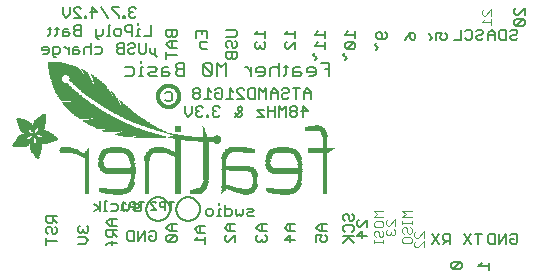
<source format=gbr>
G04 EAGLE Gerber RS-274X export*
G75*
%MOMM*%
%FSLAX34Y34*%
%LPD*%
%INSilkscreen Bottom*%
%IPPOS*%
%AMOC8*
5,1,8,0,0,1.08239X$1,22.5*%
G01*
%ADD10C,0.127000*%
%ADD11C,0.177800*%
%ADD12C,0.101600*%
%ADD13C,0.203200*%
%ADD14C,0.152400*%
%ADD15R,0.914400X0.025400*%
%ADD16R,0.508000X0.025400*%
%ADD17R,0.889000X0.025400*%
%ADD18R,0.406400X0.025400*%
%ADD19R,1.320800X0.025400*%
%ADD20R,0.736600X0.025400*%
%ADD21R,0.660400X0.025400*%
%ADD22R,1.346200X0.025400*%
%ADD23R,1.625600X0.025400*%
%ADD24R,0.939800X0.025400*%
%ADD25R,0.025400X0.025400*%
%ADD26R,0.863600X0.025400*%
%ADD27R,0.431800X0.025400*%
%ADD28R,1.600200X0.025400*%
%ADD29R,1.854200X0.025400*%
%ADD30R,1.066800X0.025400*%
%ADD31R,0.050800X0.025400*%
%ADD32R,1.828800X0.025400*%
%ADD33R,2.032000X0.025400*%
%ADD34R,1.219200X0.025400*%
%ADD35R,0.076200X0.025400*%
%ADD36R,0.990600X0.025400*%
%ADD37R,2.057400X0.025400*%
%ADD38R,2.209800X0.025400*%
%ADD39R,2.362200X0.025400*%
%ADD40R,1.447800X0.025400*%
%ADD41R,0.101600X0.025400*%
%ADD42R,1.092200X0.025400*%
%ADD43R,2.489200X0.025400*%
%ADD44R,1.574800X0.025400*%
%ADD45R,0.127000X0.025400*%
%ADD46R,1.143000X0.025400*%
%ADD47R,2.565400X0.025400*%
%ADD48R,1.676400X0.025400*%
%ADD49R,0.152400X0.025400*%
%ADD50R,1.168400X0.025400*%
%ADD51R,2.590800X0.025400*%
%ADD52R,1.752600X0.025400*%
%ADD53R,0.177800X0.025400*%
%ADD54R,1.193800X0.025400*%
%ADD55R,2.616200X0.025400*%
%ADD56R,0.203200X0.025400*%
%ADD57R,2.641600X0.025400*%
%ADD58R,1.930400X0.025400*%
%ADD59R,0.228600X0.025400*%
%ADD60R,1.244600X0.025400*%
%ADD61R,2.667000X0.025400*%
%ADD62R,0.254000X0.025400*%
%ADD63R,2.692400X0.025400*%
%ADD64R,2.108200X0.025400*%
%ADD65R,0.279400X0.025400*%
%ADD66R,2.717800X0.025400*%
%ADD67R,1.041400X0.025400*%
%ADD68R,2.743200X0.025400*%
%ADD69R,2.260600X0.025400*%
%ADD70R,0.304800X0.025400*%
%ADD71R,0.838200X0.025400*%
%ADD72R,0.685800X0.025400*%
%ADD73R,1.270000X0.025400*%
%ADD74R,0.330200X0.025400*%
%ADD75R,0.609600X0.025400*%
%ADD76R,0.355600X0.025400*%
%ADD77R,0.762000X0.025400*%
%ADD78R,0.635000X0.025400*%
%ADD79R,0.584200X0.025400*%
%ADD80R,0.381000X0.025400*%
%ADD81R,0.533400X0.025400*%
%ADD82R,0.558800X0.025400*%
%ADD83R,0.482600X0.025400*%
%ADD84R,1.117600X0.025400*%
%ADD85R,0.457200X0.025400*%
%ADD86R,0.787400X0.025400*%
%ADD87R,0.711200X0.025400*%
%ADD88R,2.413000X0.025400*%
%ADD89R,2.438400X0.025400*%
%ADD90R,2.540000X0.025400*%
%ADD91R,2.794000X0.025400*%
%ADD92R,2.819400X0.025400*%
%ADD93R,2.844800X0.025400*%
%ADD94R,2.870200X0.025400*%
%ADD95R,1.016000X0.025400*%
%ADD96R,2.895600X0.025400*%
%ADD97R,1.422400X0.025400*%
%ADD98R,2.921000X0.025400*%
%ADD99R,1.803400X0.025400*%
%ADD100R,2.946400X0.025400*%
%ADD101R,2.971800X0.025400*%
%ADD102R,2.997200X0.025400*%
%ADD103R,3.022600X0.025400*%
%ADD104R,2.768600X0.025400*%
%ADD105R,2.514600X0.025400*%
%ADD106R,2.336800X0.025400*%
%ADD107R,0.965200X0.025400*%
%ADD108R,0.812800X0.025400*%
%ADD109R,1.651000X0.025400*%
%ADD110R,1.701800X0.025400*%
%ADD111R,1.727200X0.025400*%
%ADD112R,2.159000X0.025400*%
%ADD113R,1.778000X0.025400*%
%ADD114R,2.082800X0.025400*%
%ADD115R,2.463800X0.025400*%
%ADD116R,2.006600X0.025400*%
%ADD117R,1.905000X0.025400*%
%ADD118R,2.286000X0.025400*%
%ADD119R,1.955800X0.025400*%
%ADD120R,2.235200X0.025400*%
%ADD121R,1.524000X0.025400*%
%ADD122R,1.981200X0.025400*%
%ADD123R,2.184400X0.025400*%
%ADD124R,1.473200X0.025400*%
%ADD125R,1.397000X0.025400*%
%ADD126R,2.387600X0.025400*%
%ADD127R,1.879600X0.025400*%
%ADD128R,1.295400X0.025400*%
%ADD129R,1.549400X0.025400*%
%ADD130R,1.371600X0.025400*%
%ADD131R,3.200400X0.025400*%
%ADD132R,3.378200X0.025400*%
%ADD133R,3.835400X0.025400*%
%ADD134R,3.987800X0.025400*%
%ADD135R,4.089400X0.025400*%
%ADD136R,4.216400X0.025400*%
%ADD137R,2.311400X0.025400*%
%ADD138R,3.225800X0.025400*%
%ADD139R,3.479800X0.025400*%
%ADD140R,3.454400X0.025400*%
%ADD141R,1.498600X0.025400*%
%ADD142R,3.429000X0.025400*%
%ADD143R,3.403600X0.025400*%
%ADD144R,3.352800X0.025400*%
%ADD145R,3.327400X0.025400*%
%ADD146R,3.302000X0.025400*%
%ADD147R,3.276600X0.025400*%
%ADD148R,3.251200X0.025400*%
%ADD149R,3.175000X0.025400*%
%ADD150R,2.133600X0.025400*%
%ADD151R,0.050800X0.006300*%
%ADD152R,0.082600X0.006400*%
%ADD153R,0.120600X0.006300*%
%ADD154R,0.139700X0.006400*%
%ADD155R,0.158800X0.006300*%
%ADD156R,0.177800X0.006400*%
%ADD157R,0.196800X0.006300*%
%ADD158R,0.215900X0.006400*%
%ADD159R,0.228600X0.006300*%
%ADD160R,0.241300X0.006400*%
%ADD161R,0.254000X0.006300*%
%ADD162R,0.266700X0.006400*%
%ADD163R,0.279400X0.006300*%
%ADD164R,0.285700X0.006400*%
%ADD165R,0.298400X0.006300*%
%ADD166R,0.311200X0.006400*%
%ADD167R,0.317500X0.006300*%
%ADD168R,0.330200X0.006400*%
%ADD169R,0.336600X0.006300*%
%ADD170R,0.349200X0.006400*%
%ADD171R,0.361900X0.006300*%
%ADD172R,0.368300X0.006400*%
%ADD173R,0.381000X0.006300*%
%ADD174R,0.387300X0.006400*%
%ADD175R,0.393700X0.006300*%
%ADD176R,0.406400X0.006400*%
%ADD177R,0.412700X0.006300*%
%ADD178R,0.419100X0.006400*%
%ADD179R,0.431800X0.006300*%
%ADD180R,0.438100X0.006400*%
%ADD181R,0.450800X0.006300*%
%ADD182R,0.457200X0.006400*%
%ADD183R,0.463500X0.006300*%
%ADD184R,0.476200X0.006400*%
%ADD185R,0.482600X0.006300*%
%ADD186R,0.488900X0.006400*%
%ADD187R,0.501600X0.006300*%
%ADD188R,0.508000X0.006400*%
%ADD189R,0.514300X0.006300*%
%ADD190R,0.527000X0.006400*%
%ADD191R,0.533400X0.006300*%
%ADD192R,0.546100X0.006400*%
%ADD193R,0.552400X0.006300*%
%ADD194R,0.558800X0.006400*%
%ADD195R,0.571500X0.006300*%
%ADD196R,0.577800X0.006400*%
%ADD197R,0.584200X0.006300*%
%ADD198R,0.596900X0.006400*%
%ADD199R,0.603200X0.006300*%
%ADD200R,0.609600X0.006400*%
%ADD201R,0.622300X0.006300*%
%ADD202R,0.628600X0.006400*%
%ADD203R,0.641300X0.006300*%
%ADD204R,0.647700X0.006400*%
%ADD205R,0.063500X0.006300*%
%ADD206R,0.654000X0.006300*%
%ADD207R,0.101600X0.006400*%
%ADD208R,0.666700X0.006400*%
%ADD209R,0.139700X0.006300*%
%ADD210R,0.673100X0.006300*%
%ADD211R,0.165100X0.006400*%
%ADD212R,0.679400X0.006400*%
%ADD213R,0.196900X0.006300*%
%ADD214R,0.692100X0.006300*%
%ADD215R,0.222200X0.006400*%
%ADD216R,0.698500X0.006400*%
%ADD217R,0.247700X0.006300*%
%ADD218R,0.704800X0.006300*%
%ADD219R,0.279400X0.006400*%
%ADD220R,0.717500X0.006400*%
%ADD221R,0.298500X0.006300*%
%ADD222R,0.723900X0.006300*%
%ADD223R,0.736600X0.006400*%
%ADD224R,0.342900X0.006300*%
%ADD225R,0.742900X0.006300*%
%ADD226R,0.374700X0.006400*%
%ADD227R,0.749300X0.006400*%
%ADD228R,0.762000X0.006300*%
%ADD229R,0.412700X0.006400*%
%ADD230R,0.768300X0.006400*%
%ADD231R,0.438100X0.006300*%
%ADD232R,0.774700X0.006300*%
%ADD233R,0.463600X0.006400*%
%ADD234R,0.787400X0.006400*%
%ADD235R,0.793700X0.006300*%
%ADD236R,0.495300X0.006400*%
%ADD237R,0.800100X0.006400*%
%ADD238R,0.520700X0.006300*%
%ADD239R,0.812800X0.006300*%
%ADD240R,0.533400X0.006400*%
%ADD241R,0.819100X0.006400*%
%ADD242R,0.558800X0.006300*%
%ADD243R,0.825500X0.006300*%
%ADD244R,0.577900X0.006400*%
%ADD245R,0.831800X0.006400*%
%ADD246R,0.596900X0.006300*%
%ADD247R,0.844500X0.006300*%
%ADD248R,0.616000X0.006400*%
%ADD249R,0.850900X0.006400*%
%ADD250R,0.635000X0.006300*%
%ADD251R,0.857200X0.006300*%
%ADD252R,0.654100X0.006400*%
%ADD253R,0.863600X0.006400*%
%ADD254R,0.666700X0.006300*%
%ADD255R,0.869900X0.006300*%
%ADD256R,0.685800X0.006400*%
%ADD257R,0.876300X0.006400*%
%ADD258R,0.882600X0.006300*%
%ADD259R,0.723900X0.006400*%
%ADD260R,0.889000X0.006400*%
%ADD261R,0.895300X0.006300*%
%ADD262R,0.755700X0.006400*%
%ADD263R,0.901700X0.006400*%
%ADD264R,0.908000X0.006300*%
%ADD265R,0.793800X0.006400*%
%ADD266R,0.914400X0.006400*%
%ADD267R,0.806400X0.006300*%
%ADD268R,0.920700X0.006300*%
%ADD269R,0.825500X0.006400*%
%ADD270R,0.927100X0.006400*%
%ADD271R,0.933400X0.006300*%
%ADD272R,0.857300X0.006400*%
%ADD273R,0.939800X0.006400*%
%ADD274R,0.870000X0.006300*%
%ADD275R,0.939800X0.006300*%
%ADD276R,0.946100X0.006400*%
%ADD277R,0.952500X0.006300*%
%ADD278R,0.908000X0.006400*%
%ADD279R,0.958800X0.006400*%
%ADD280R,0.965200X0.006300*%
%ADD281R,0.965200X0.006400*%
%ADD282R,0.971500X0.006300*%
%ADD283R,0.952500X0.006400*%
%ADD284R,0.977900X0.006400*%
%ADD285R,0.958800X0.006300*%
%ADD286R,0.984200X0.006300*%
%ADD287R,0.971500X0.006400*%
%ADD288R,0.984200X0.006400*%
%ADD289R,0.990600X0.006300*%
%ADD290R,0.984300X0.006400*%
%ADD291R,0.996900X0.006400*%
%ADD292R,0.997000X0.006300*%
%ADD293R,0.996900X0.006300*%
%ADD294R,1.003300X0.006400*%
%ADD295R,1.016000X0.006300*%
%ADD296R,1.009600X0.006300*%
%ADD297R,1.016000X0.006400*%
%ADD298R,1.009600X0.006400*%
%ADD299R,1.022300X0.006300*%
%ADD300R,1.028700X0.006400*%
%ADD301R,1.035100X0.006300*%
%ADD302R,1.047800X0.006400*%
%ADD303R,1.054100X0.006300*%
%ADD304R,1.028700X0.006300*%
%ADD305R,1.054100X0.006400*%
%ADD306R,1.035000X0.006400*%
%ADD307R,1.060400X0.006300*%
%ADD308R,1.035000X0.006300*%
%ADD309R,1.060500X0.006400*%
%ADD310R,1.041400X0.006400*%
%ADD311R,1.066800X0.006300*%
%ADD312R,1.041400X0.006300*%
%ADD313R,1.079500X0.006400*%
%ADD314R,1.047700X0.006400*%
%ADD315R,1.085900X0.006300*%
%ADD316R,1.047700X0.006300*%
%ADD317R,1.085800X0.006400*%
%ADD318R,1.092200X0.006300*%
%ADD319R,1.085900X0.006400*%
%ADD320R,1.098600X0.006300*%
%ADD321R,1.098600X0.006400*%
%ADD322R,1.060400X0.006400*%
%ADD323R,1.104900X0.006300*%
%ADD324R,1.104900X0.006400*%
%ADD325R,1.066800X0.006400*%
%ADD326R,1.111200X0.006300*%
%ADD327R,1.117600X0.006400*%
%ADD328R,1.117600X0.006300*%
%ADD329R,1.073100X0.006300*%
%ADD330R,1.073100X0.006400*%
%ADD331R,1.124000X0.006300*%
%ADD332R,1.079500X0.006300*%
%ADD333R,1.123900X0.006400*%
%ADD334R,1.130300X0.006300*%
%ADD335R,1.130300X0.006400*%
%ADD336R,1.136700X0.006400*%
%ADD337R,1.136700X0.006300*%
%ADD338R,1.085800X0.006300*%
%ADD339R,1.136600X0.006400*%
%ADD340R,1.136600X0.006300*%
%ADD341R,1.143000X0.006400*%
%ADD342R,1.143000X0.006300*%
%ADD343R,1.149400X0.006300*%
%ADD344R,1.149300X0.006300*%
%ADD345R,1.149300X0.006400*%
%ADD346R,1.149400X0.006400*%
%ADD347R,1.155700X0.006400*%
%ADD348R,1.155700X0.006300*%
%ADD349R,1.060500X0.006300*%
%ADD350R,2.197100X0.006400*%
%ADD351R,2.197100X0.006300*%
%ADD352R,2.184400X0.006300*%
%ADD353R,2.184400X0.006400*%
%ADD354R,2.171700X0.006400*%
%ADD355R,2.171700X0.006300*%
%ADD356R,1.530300X0.006400*%
%ADD357R,1.505000X0.006300*%
%ADD358R,1.492300X0.006400*%
%ADD359R,1.485900X0.006300*%
%ADD360R,0.565200X0.006300*%
%ADD361R,1.473200X0.006400*%
%ADD362R,0.565200X0.006400*%
%ADD363R,1.460500X0.006300*%
%ADD364R,1.454100X0.006400*%
%ADD365R,0.552400X0.006400*%
%ADD366R,1.441500X0.006300*%
%ADD367R,0.546100X0.006300*%
%ADD368R,1.435100X0.006400*%
%ADD369R,0.539800X0.006400*%
%ADD370R,1.428800X0.006300*%
%ADD371R,1.422400X0.006400*%
%ADD372R,1.409700X0.006300*%
%ADD373R,0.527100X0.006300*%
%ADD374R,1.403300X0.006400*%
%ADD375R,0.527100X0.006400*%
%ADD376R,1.390700X0.006300*%
%ADD377R,1.384300X0.006400*%
%ADD378R,0.520700X0.006400*%
%ADD379R,1.384300X0.006300*%
%ADD380R,0.514400X0.006300*%
%ADD381R,1.371600X0.006400*%
%ADD382R,1.365200X0.006300*%
%ADD383R,0.508000X0.006300*%
%ADD384R,1.352600X0.006400*%
%ADD385R,0.501700X0.006400*%
%ADD386R,0.711200X0.006300*%
%ADD387R,0.603300X0.006300*%
%ADD388R,0.501700X0.006300*%
%ADD389R,0.692100X0.006400*%
%ADD390R,0.571500X0.006400*%
%ADD391R,0.679400X0.006300*%
%ADD392R,0.495300X0.006300*%
%ADD393R,0.673100X0.006400*%
%ADD394R,0.666800X0.006300*%
%ADD395R,0.488900X0.006300*%
%ADD396R,0.660400X0.006400*%
%ADD397R,0.482600X0.006400*%
%ADD398R,0.476200X0.006300*%
%ADD399R,0.654000X0.006400*%
%ADD400R,0.469900X0.006400*%
%ADD401R,0.476300X0.006400*%
%ADD402R,0.647700X0.006300*%
%ADD403R,0.457200X0.006300*%
%ADD404R,0.469900X0.006300*%
%ADD405R,0.641300X0.006400*%
%ADD406R,0.444500X0.006400*%
%ADD407R,0.463600X0.006300*%
%ADD408R,0.635000X0.006400*%
%ADD409R,0.463500X0.006400*%
%ADD410R,0.393700X0.006400*%
%ADD411R,0.450800X0.006400*%
%ADD412R,0.628600X0.006300*%
%ADD413R,0.387400X0.006300*%
%ADD414R,0.450900X0.006300*%
%ADD415R,0.628700X0.006400*%
%ADD416R,0.374600X0.006400*%
%ADD417R,0.368300X0.006300*%
%ADD418R,0.438200X0.006300*%
%ADD419R,0.622300X0.006400*%
%ADD420R,0.355600X0.006400*%
%ADD421R,0.431800X0.006400*%
%ADD422R,0.349300X0.006300*%
%ADD423R,0.425400X0.006300*%
%ADD424R,0.615900X0.006300*%
%ADD425R,0.330200X0.006300*%
%ADD426R,0.419100X0.006300*%
%ADD427R,0.616000X0.006300*%
%ADD428R,0.311200X0.006300*%
%ADD429R,0.406400X0.006300*%
%ADD430R,0.615900X0.006400*%
%ADD431R,0.304800X0.006400*%
%ADD432R,0.158800X0.006400*%
%ADD433R,0.609600X0.006300*%
%ADD434R,0.292100X0.006300*%
%ADD435R,0.235000X0.006300*%
%ADD436R,0.387400X0.006400*%
%ADD437R,0.292100X0.006400*%
%ADD438R,0.336500X0.006300*%
%ADD439R,0.260400X0.006300*%
%ADD440R,0.603300X0.006400*%
%ADD441R,0.260400X0.006400*%
%ADD442R,0.362000X0.006400*%
%ADD443R,0.450900X0.006400*%
%ADD444R,0.355600X0.006300*%
%ADD445R,0.342900X0.006400*%
%ADD446R,0.514300X0.006400*%
%ADD447R,0.234900X0.006300*%
%ADD448R,0.539700X0.006300*%
%ADD449R,0.603200X0.006400*%
%ADD450R,0.234900X0.006400*%
%ADD451R,0.920700X0.006400*%
%ADD452R,0.958900X0.006400*%
%ADD453R,0.215900X0.006300*%
%ADD454R,0.209600X0.006400*%
%ADD455R,0.203200X0.006300*%
%ADD456R,1.003300X0.006300*%
%ADD457R,0.203200X0.006400*%
%ADD458R,0.196900X0.006400*%
%ADD459R,0.190500X0.006300*%
%ADD460R,0.190500X0.006400*%
%ADD461R,0.184200X0.006300*%
%ADD462R,0.590500X0.006400*%
%ADD463R,0.184200X0.006400*%
%ADD464R,0.590500X0.006300*%
%ADD465R,0.177800X0.006300*%
%ADD466R,0.584200X0.006400*%
%ADD467R,1.168400X0.006400*%
%ADD468R,0.171500X0.006300*%
%ADD469R,1.187500X0.006300*%
%ADD470R,1.200100X0.006400*%
%ADD471R,0.577800X0.006300*%
%ADD472R,1.212900X0.006300*%
%ADD473R,1.231900X0.006400*%
%ADD474R,1.250900X0.006300*%
%ADD475R,0.565100X0.006400*%
%ADD476R,0.184100X0.006400*%
%ADD477R,1.263700X0.006400*%
%ADD478R,0.565100X0.006300*%
%ADD479R,1.289100X0.006300*%
%ADD480R,1.314400X0.006400*%
%ADD481R,0.552500X0.006300*%
%ADD482R,1.568500X0.006300*%
%ADD483R,0.552500X0.006400*%
%ADD484R,1.581200X0.006400*%
%ADD485R,1.593800X0.006300*%
%ADD486R,1.606500X0.006400*%
%ADD487R,1.619300X0.006300*%
%ADD488R,0.514400X0.006400*%
%ADD489R,1.638300X0.006400*%
%ADD490R,1.657300X0.006300*%
%ADD491R,2.209800X0.006400*%
%ADD492R,2.425700X0.006300*%
%ADD493R,2.470100X0.006400*%
%ADD494R,2.501900X0.006300*%
%ADD495R,2.533700X0.006400*%
%ADD496R,2.559000X0.006300*%
%ADD497R,2.584500X0.006400*%
%ADD498R,2.609900X0.006300*%
%ADD499R,2.628900X0.006400*%
%ADD500R,2.660600X0.006300*%
%ADD501R,2.673400X0.006400*%
%ADD502R,1.422400X0.006300*%
%ADD503R,1.200200X0.006300*%
%ADD504R,1.365300X0.006300*%
%ADD505R,1.365300X0.006400*%
%ADD506R,1.352500X0.006300*%
%ADD507R,1.098500X0.006300*%
%ADD508R,1.358900X0.006400*%
%ADD509R,1.352600X0.006300*%
%ADD510R,1.358900X0.006300*%
%ADD511R,1.371600X0.006300*%
%ADD512R,1.377900X0.006400*%
%ADD513R,1.397000X0.006400*%
%ADD514R,1.403300X0.006300*%
%ADD515R,0.914400X0.006300*%
%ADD516R,0.876300X0.006300*%
%ADD517R,0.374600X0.006300*%
%ADD518R,1.073200X0.006400*%
%ADD519R,0.374700X0.006300*%
%ADD520R,0.844600X0.006400*%
%ADD521R,0.844600X0.006300*%
%ADD522R,0.831900X0.006400*%
%ADD523R,1.092200X0.006400*%
%ADD524R,0.400000X0.006300*%
%ADD525R,0.819200X0.006400*%
%ADD526R,1.111300X0.006400*%
%ADD527R,0.812800X0.006400*%
%ADD528R,0.800100X0.006300*%
%ADD529R,0.476300X0.006300*%
%ADD530R,1.181100X0.006300*%
%ADD531R,0.501600X0.006400*%
%ADD532R,1.193800X0.006400*%
%ADD533R,0.781000X0.006400*%
%ADD534R,1.238200X0.006400*%
%ADD535R,0.781100X0.006300*%
%ADD536R,1.257300X0.006300*%
%ADD537R,1.295400X0.006400*%
%ADD538R,1.333500X0.006300*%
%ADD539R,0.774700X0.006400*%
%ADD540R,1.866900X0.006400*%
%ADD541R,0.209600X0.006300*%
%ADD542R,1.866900X0.006300*%
%ADD543R,0.768400X0.006400*%
%ADD544R,0.209500X0.006400*%
%ADD545R,1.860600X0.006400*%
%ADD546R,0.762000X0.006400*%
%ADD547R,0.768400X0.006300*%
%ADD548R,1.860600X0.006300*%
%ADD549R,1.860500X0.006400*%
%ADD550R,0.222300X0.006300*%
%ADD551R,1.854200X0.006300*%
%ADD552R,0.235000X0.006400*%
%ADD553R,1.854200X0.006400*%
%ADD554R,0.768300X0.006300*%
%ADD555R,0.260300X0.006400*%
%ADD556R,1.847800X0.006400*%
%ADD557R,0.266700X0.006300*%
%ADD558R,1.847800X0.006300*%
%ADD559R,0.273100X0.006400*%
%ADD560R,1.841500X0.006400*%
%ADD561R,0.285800X0.006300*%
%ADD562R,1.841500X0.006300*%
%ADD563R,0.298500X0.006400*%
%ADD564R,1.835100X0.006400*%
%ADD565R,0.781000X0.006300*%
%ADD566R,0.304800X0.006300*%
%ADD567R,1.835100X0.006300*%
%ADD568R,0.317500X0.006400*%
%ADD569R,1.828800X0.006400*%
%ADD570R,0.787400X0.006300*%
%ADD571R,0.323800X0.006300*%
%ADD572R,1.828800X0.006300*%
%ADD573R,0.793700X0.006400*%
%ADD574R,1.822400X0.006400*%
%ADD575R,0.806500X0.006300*%
%ADD576R,1.822400X0.006300*%
%ADD577R,1.816100X0.006400*%
%ADD578R,0.819100X0.006300*%
%ADD579R,0.387300X0.006300*%
%ADD580R,1.816100X0.006300*%
%ADD581R,1.809800X0.006400*%
%ADD582R,1.803400X0.006300*%
%ADD583R,1.797000X0.006400*%
%ADD584R,0.901700X0.006300*%
%ADD585R,1.797000X0.006300*%
%ADD586R,1.441400X0.006400*%
%ADD587R,1.790700X0.006400*%
%ADD588R,1.447800X0.006300*%
%ADD589R,1.784300X0.006300*%
%ADD590R,1.447800X0.006400*%
%ADD591R,1.784300X0.006400*%
%ADD592R,1.454100X0.006300*%
%ADD593R,1.771700X0.006300*%
%ADD594R,1.460500X0.006400*%
%ADD595R,1.759000X0.006400*%
%ADD596R,1.466800X0.006300*%
%ADD597R,1.752600X0.006300*%
%ADD598R,1.466800X0.006400*%
%ADD599R,1.739900X0.006400*%
%ADD600R,1.473200X0.006300*%
%ADD601R,1.727200X0.006300*%
%ADD602R,1.479500X0.006400*%
%ADD603R,1.714500X0.006400*%
%ADD604R,1.695400X0.006300*%
%ADD605R,1.485900X0.006400*%
%ADD606R,1.682700X0.006400*%
%ADD607R,1.492200X0.006300*%
%ADD608R,1.663700X0.006300*%
%ADD609R,1.498600X0.006400*%
%ADD610R,1.644600X0.006400*%
%ADD611R,1.498600X0.006300*%
%ADD612R,1.619200X0.006300*%
%ADD613R,1.511300X0.006400*%
%ADD614R,1.600200X0.006400*%
%ADD615R,1.517700X0.006300*%
%ADD616R,1.574800X0.006300*%
%ADD617R,1.524000X0.006400*%
%ADD618R,1.555800X0.006400*%
%ADD619R,1.524000X0.006300*%
%ADD620R,1.536700X0.006300*%
%ADD621R,1.530400X0.006400*%
%ADD622R,1.517700X0.006400*%
%ADD623R,1.492300X0.006300*%
%ADD624R,1.549400X0.006400*%
%ADD625R,1.479600X0.006400*%
%ADD626R,1.549400X0.006300*%
%ADD627R,1.555700X0.006400*%
%ADD628R,1.562100X0.006300*%
%ADD629R,0.323900X0.006300*%
%ADD630R,1.568400X0.006400*%
%ADD631R,0.336600X0.006400*%
%ADD632R,1.587500X0.006300*%
%ADD633R,0.971600X0.006300*%
%ADD634R,0.349300X0.006400*%
%ADD635R,1.600200X0.006300*%
%ADD636R,0.920800X0.006300*%
%ADD637R,0.882700X0.006400*%
%ADD638R,1.612900X0.006300*%
%ADD639R,0.362000X0.006300*%
%ADD640R,1.625600X0.006400*%
%ADD641R,1.625600X0.006300*%
%ADD642R,1.644600X0.006300*%
%ADD643R,0.736600X0.006300*%
%ADD644R,0.717600X0.006400*%
%ADD645R,1.657400X0.006300*%
%ADD646R,0.679500X0.006300*%
%ADD647R,1.663700X0.006400*%
%ADD648R,0.400000X0.006400*%
%ADD649R,1.676400X0.006300*%
%ADD650R,1.676400X0.006400*%
%ADD651R,0.425500X0.006400*%
%ADD652R,1.352500X0.006400*%
%ADD653R,0.444500X0.006300*%
%ADD654R,0.361900X0.006400*%
%ADD655R,0.088900X0.006300*%
%ADD656R,1.009700X0.006300*%
%ADD657R,1.009700X0.006400*%
%ADD658R,1.022300X0.006400*%
%ADD659R,1.346200X0.006400*%
%ADD660R,1.346200X0.006300*%
%ADD661R,1.339900X0.006400*%
%ADD662R,1.035100X0.006400*%
%ADD663R,1.339800X0.006300*%
%ADD664R,1.333500X0.006400*%
%ADD665R,1.327200X0.006400*%
%ADD666R,1.320800X0.006300*%
%ADD667R,1.314500X0.006400*%
%ADD668R,1.314400X0.006300*%
%ADD669R,1.301700X0.006400*%
%ADD670R,1.295400X0.006300*%
%ADD671R,1.289000X0.006400*%
%ADD672R,1.276300X0.006300*%
%ADD673R,1.251000X0.006300*%
%ADD674R,1.244600X0.006400*%
%ADD675R,1.231900X0.006300*%
%ADD676R,1.212800X0.006400*%
%ADD677R,1.200100X0.006300*%
%ADD678R,1.187400X0.006400*%
%ADD679R,1.168400X0.006300*%
%ADD680R,1.047800X0.006300*%
%ADD681R,0.977900X0.006300*%
%ADD682R,0.946200X0.006400*%
%ADD683R,0.933400X0.006400*%
%ADD684R,0.895300X0.006400*%
%ADD685R,0.882700X0.006300*%
%ADD686R,0.863600X0.006300*%
%ADD687R,0.857200X0.006400*%
%ADD688R,0.850900X0.006300*%
%ADD689R,0.838200X0.006300*%
%ADD690R,0.806500X0.006400*%
%ADD691R,0.717600X0.006300*%
%ADD692R,0.711200X0.006400*%
%ADD693R,0.641400X0.006400*%
%ADD694R,0.641400X0.006300*%
%ADD695R,0.628700X0.006300*%
%ADD696R,0.590600X0.006300*%
%ADD697R,0.539700X0.006400*%
%ADD698R,0.285700X0.006300*%
%ADD699R,0.222200X0.006300*%
%ADD700R,0.171400X0.006300*%
%ADD701R,0.152400X0.006400*%
%ADD702R,0.133400X0.006300*%
%ADD703C,0.304800*%


D10*
X134978Y222680D02*
X133495Y224163D01*
X130529Y224163D01*
X129046Y222680D01*
X129046Y221197D01*
X130529Y219714D01*
X132012Y219714D01*
X130529Y219714D02*
X129046Y218231D01*
X129046Y216748D01*
X130529Y215265D01*
X133495Y215265D01*
X134978Y216748D01*
X125623Y216748D02*
X125623Y215265D01*
X125623Y216748D02*
X124140Y216748D01*
X124140Y215265D01*
X125623Y215265D01*
X120945Y224163D02*
X115014Y224163D01*
X115014Y222680D01*
X120945Y216748D01*
X120945Y215265D01*
X111590Y215265D02*
X105659Y224163D01*
X97786Y224163D02*
X97786Y215265D01*
X102235Y219714D02*
X97786Y224163D01*
X96303Y219714D02*
X102235Y219714D01*
X92880Y216748D02*
X92880Y215265D01*
X92880Y216748D02*
X91397Y216748D01*
X91397Y215265D01*
X92880Y215265D01*
X88202Y215265D02*
X82271Y215265D01*
X88202Y215265D02*
X82271Y221197D01*
X82271Y222680D01*
X83753Y224163D01*
X86719Y224163D01*
X88202Y222680D01*
X78847Y224163D02*
X78847Y218231D01*
X75881Y215265D01*
X72915Y218231D01*
X72915Y224163D01*
X147452Y208923D02*
X147452Y200025D01*
X141520Y200025D01*
X138097Y205957D02*
X136614Y205957D01*
X136614Y200025D01*
X138097Y200025D02*
X135131Y200025D01*
X136614Y208923D02*
X136614Y210406D01*
X131860Y208923D02*
X131860Y200025D01*
X131860Y208923D02*
X127411Y208923D01*
X125928Y207440D01*
X125928Y204474D01*
X127411Y202991D01*
X131860Y202991D01*
X121022Y200025D02*
X118056Y200025D01*
X116573Y201508D01*
X116573Y204474D01*
X118056Y205957D01*
X121022Y205957D01*
X122505Y204474D01*
X122505Y201508D01*
X121022Y200025D01*
X113149Y208923D02*
X111667Y208923D01*
X111667Y200025D01*
X113149Y200025D02*
X110184Y200025D01*
X106913Y201508D02*
X106913Y205957D01*
X106913Y201508D02*
X105430Y200025D01*
X100981Y200025D01*
X100981Y198542D02*
X100981Y205957D01*
X100981Y198542D02*
X102464Y197059D01*
X103947Y197059D01*
X88202Y200025D02*
X88202Y208923D01*
X83754Y208923D01*
X82271Y207440D01*
X82271Y205957D01*
X83754Y204474D01*
X82271Y202991D01*
X82271Y201508D01*
X83754Y200025D01*
X88202Y200025D01*
X88202Y204474D02*
X83754Y204474D01*
X77364Y205957D02*
X74398Y205957D01*
X72915Y204474D01*
X72915Y200025D01*
X77364Y200025D01*
X78847Y201508D01*
X77364Y202991D01*
X72915Y202991D01*
X68009Y201508D02*
X68009Y207440D01*
X68009Y201508D02*
X66526Y200025D01*
X66526Y205957D02*
X69492Y205957D01*
X61772Y207440D02*
X61772Y201508D01*
X60289Y200025D01*
X60289Y205957D02*
X63255Y205957D01*
X151426Y189234D02*
X151426Y186268D01*
X149943Y184785D01*
X148460Y184785D01*
X146977Y186268D01*
X146977Y189234D01*
X151426Y186268D02*
X151426Y183302D01*
X152909Y181819D01*
X143554Y186268D02*
X143554Y193683D01*
X143554Y186268D02*
X142071Y184785D01*
X139105Y184785D01*
X137622Y186268D01*
X137622Y193683D01*
X129750Y193683D02*
X128267Y192200D01*
X129750Y193683D02*
X132716Y193683D01*
X134199Y192200D01*
X134199Y190717D01*
X132716Y189234D01*
X129750Y189234D01*
X128267Y187751D01*
X128267Y186268D01*
X129750Y184785D01*
X132716Y184785D01*
X134199Y186268D01*
X124843Y184785D02*
X124843Y193683D01*
X120395Y193683D01*
X118912Y192200D01*
X118912Y190717D01*
X120395Y189234D01*
X118912Y187751D01*
X118912Y186268D01*
X120395Y184785D01*
X124843Y184785D01*
X124843Y189234D02*
X120395Y189234D01*
X104650Y190717D02*
X100201Y190717D01*
X104650Y190717D02*
X106133Y189234D01*
X106133Y186268D01*
X104650Y184785D01*
X100201Y184785D01*
X96778Y184785D02*
X96778Y193683D01*
X95295Y190717D02*
X96778Y189234D01*
X95295Y190717D02*
X92329Y190717D01*
X90846Y189234D01*
X90846Y184785D01*
X85940Y190717D02*
X82974Y190717D01*
X81491Y189234D01*
X81491Y184785D01*
X85940Y184785D01*
X87423Y186268D01*
X85940Y187751D01*
X81491Y187751D01*
X78067Y184785D02*
X78067Y190717D01*
X75102Y190717D02*
X78067Y187751D01*
X75102Y190717D02*
X73619Y190717D01*
X67306Y181819D02*
X65823Y181819D01*
X64340Y183302D01*
X64340Y190717D01*
X68789Y190717D01*
X70272Y189234D01*
X70272Y186268D01*
X68789Y184785D01*
X64340Y184785D01*
X59433Y184785D02*
X56468Y184785D01*
X59433Y184785D02*
X60916Y186268D01*
X60916Y189234D01*
X59433Y190717D01*
X56468Y190717D01*
X54985Y189234D01*
X54985Y187751D01*
X60916Y187751D01*
D11*
X298610Y176920D02*
X298610Y165989D01*
X298610Y176920D02*
X291323Y176920D01*
X294967Y171455D02*
X298610Y171455D01*
X285095Y165989D02*
X281451Y165989D01*
X285095Y165989D02*
X286916Y167811D01*
X286916Y171455D01*
X285095Y173277D01*
X281451Y173277D01*
X279629Y171455D01*
X279629Y169633D01*
X286916Y169633D01*
X273401Y173277D02*
X269757Y173277D01*
X267935Y171455D01*
X267935Y165989D01*
X273401Y165989D01*
X275223Y167811D01*
X273401Y169633D01*
X267935Y169633D01*
X261707Y167811D02*
X261707Y175098D01*
X261707Y167811D02*
X259885Y165989D01*
X259885Y173277D02*
X263529Y173277D01*
X255733Y176920D02*
X255733Y165989D01*
X255733Y171455D02*
X253911Y173277D01*
X250267Y173277D01*
X248445Y171455D01*
X248445Y165989D01*
X242217Y165989D02*
X238573Y165989D01*
X242217Y165989D02*
X244039Y167811D01*
X244039Y171455D01*
X242217Y173277D01*
X238573Y173277D01*
X236751Y171455D01*
X236751Y169633D01*
X244039Y169633D01*
X232345Y165989D02*
X232345Y173277D01*
X232345Y169633D02*
X228701Y173277D01*
X226879Y173277D01*
X210906Y176920D02*
X210906Y165989D01*
X207262Y173277D02*
X210906Y176920D01*
X207262Y173277D02*
X203618Y176920D01*
X203618Y165989D01*
X199212Y167811D02*
X199212Y175098D01*
X197390Y176920D01*
X193746Y176920D01*
X191924Y175098D01*
X191924Y167811D01*
X193746Y165989D01*
X197390Y165989D01*
X199212Y167811D01*
X191924Y175098D01*
X175824Y176920D02*
X175824Y165989D01*
X175824Y176920D02*
X170358Y176920D01*
X168536Y175098D01*
X168536Y173277D01*
X170358Y171455D01*
X168536Y169633D01*
X168536Y167811D01*
X170358Y165989D01*
X175824Y165989D01*
X175824Y171455D02*
X170358Y171455D01*
X162308Y173277D02*
X158664Y173277D01*
X156842Y171455D01*
X156842Y165989D01*
X162308Y165989D01*
X164130Y167811D01*
X162308Y169633D01*
X156842Y169633D01*
X152436Y165989D02*
X146970Y165989D01*
X145148Y167811D01*
X146970Y169633D01*
X150614Y169633D01*
X152436Y171455D01*
X150614Y173277D01*
X145148Y173277D01*
X140742Y173277D02*
X138920Y173277D01*
X138920Y165989D01*
X140742Y165989D02*
X137098Y165989D01*
X138920Y176920D02*
X138920Y178742D01*
X131124Y173277D02*
X125658Y173277D01*
X131124Y173277D02*
X132946Y171455D01*
X132946Y167811D01*
X131124Y165989D01*
X125658Y165989D01*
D10*
X282826Y152617D02*
X282826Y146685D01*
X282826Y152617D02*
X279860Y155583D01*
X276894Y152617D01*
X276894Y146685D01*
X276894Y151134D02*
X282826Y151134D01*
X270505Y146685D02*
X270505Y155583D01*
X273471Y155583D02*
X267539Y155583D01*
X259667Y155583D02*
X258184Y154100D01*
X259667Y155583D02*
X262633Y155583D01*
X264116Y154100D01*
X264116Y152617D01*
X262633Y151134D01*
X259667Y151134D01*
X258184Y149651D01*
X258184Y148168D01*
X259667Y146685D01*
X262633Y146685D01*
X264116Y148168D01*
X254761Y146685D02*
X254761Y152617D01*
X251795Y155583D01*
X248829Y152617D01*
X248829Y146685D01*
X248829Y151134D02*
X254761Y151134D01*
X245405Y146685D02*
X245405Y155583D01*
X242440Y152617D01*
X239474Y155583D01*
X239474Y146685D01*
X236050Y146685D02*
X236050Y155583D01*
X236050Y146685D02*
X231601Y146685D01*
X230119Y148168D01*
X230119Y154100D01*
X231601Y155583D01*
X236050Y155583D01*
X226695Y146685D02*
X220763Y146685D01*
X226695Y146685D02*
X220763Y152617D01*
X220763Y154100D01*
X222246Y155583D01*
X225212Y155583D01*
X226695Y154100D01*
X217340Y152617D02*
X214374Y155583D01*
X214374Y146685D01*
X217340Y146685D02*
X211408Y146685D01*
X203536Y155583D02*
X202053Y154100D01*
X203536Y155583D02*
X206502Y155583D01*
X207985Y154100D01*
X207985Y148168D01*
X206502Y146685D01*
X203536Y146685D01*
X202053Y148168D01*
X202053Y151134D01*
X205019Y151134D01*
X198629Y152617D02*
X195664Y155583D01*
X195664Y146685D01*
X198629Y146685D02*
X192698Y146685D01*
X189274Y154100D02*
X187791Y155583D01*
X184826Y155583D01*
X183343Y154100D01*
X183343Y152617D01*
X184826Y151134D01*
X183343Y149651D01*
X183343Y148168D01*
X184826Y146685D01*
X187791Y146685D01*
X189274Y148168D01*
X189274Y149651D01*
X187791Y151134D01*
X189274Y152617D01*
X189274Y154100D01*
X187791Y151134D02*
X184826Y151134D01*
X276039Y140343D02*
X276039Y131445D01*
X280487Y135894D02*
X276039Y140343D01*
X274556Y135894D02*
X280487Y135894D01*
X271132Y138860D02*
X269649Y140343D01*
X266683Y140343D01*
X265200Y138860D01*
X265200Y137377D01*
X266683Y135894D01*
X265200Y134411D01*
X265200Y132928D01*
X266683Y131445D01*
X269649Y131445D01*
X271132Y132928D01*
X271132Y134411D01*
X269649Y135894D01*
X271132Y137377D01*
X271132Y138860D01*
X269649Y135894D02*
X266683Y135894D01*
X261777Y131445D02*
X261777Y140343D01*
X258811Y137377D01*
X255845Y140343D01*
X255845Y131445D01*
X252422Y131445D02*
X252422Y140343D01*
X252422Y135894D02*
X246490Y135894D01*
X246490Y140343D02*
X246490Y131445D01*
X243067Y137377D02*
X237135Y137377D01*
X243067Y131445D01*
X237135Y131445D01*
X221390Y131445D02*
X218425Y134411D01*
X221390Y131445D02*
X222873Y131445D01*
X224356Y132928D01*
X224356Y134411D01*
X221390Y137377D01*
X221390Y138860D01*
X222873Y140343D01*
X224356Y138860D01*
X224356Y137377D01*
X218425Y131445D01*
X205646Y138860D02*
X204163Y140343D01*
X201197Y140343D01*
X199714Y138860D01*
X199714Y137377D01*
X201197Y135894D01*
X202680Y135894D01*
X201197Y135894D02*
X199714Y134411D01*
X199714Y132928D01*
X201197Y131445D01*
X204163Y131445D01*
X205646Y132928D01*
X196291Y132928D02*
X196291Y131445D01*
X196291Y132928D02*
X194808Y132928D01*
X194808Y131445D01*
X196291Y131445D01*
X191613Y138860D02*
X190130Y140343D01*
X187164Y140343D01*
X185681Y138860D01*
X185681Y137377D01*
X187164Y135894D01*
X188647Y135894D01*
X187164Y135894D02*
X185681Y134411D01*
X185681Y132928D01*
X187164Y131445D01*
X190130Y131445D01*
X191613Y132928D01*
X182258Y134411D02*
X182258Y140343D01*
X182258Y134411D02*
X179292Y131445D01*
X176326Y134411D01*
X176326Y140343D01*
X211447Y205168D02*
X218862Y205168D01*
X220345Y203685D01*
X220345Y200719D01*
X218862Y199236D01*
X211447Y199236D01*
X211447Y191364D02*
X212930Y189881D01*
X211447Y191364D02*
X211447Y194330D01*
X212930Y195813D01*
X214413Y195813D01*
X215896Y194330D01*
X215896Y191364D01*
X217379Y189881D01*
X218862Y189881D01*
X220345Y191364D01*
X220345Y194330D01*
X218862Y195813D01*
X220345Y186457D02*
X211447Y186457D01*
X211447Y182009D01*
X212930Y180526D01*
X214413Y180526D01*
X215896Y182009D01*
X217379Y180526D01*
X218862Y180526D01*
X220345Y182009D01*
X220345Y186457D01*
X215896Y186457D02*
X215896Y182009D01*
X235577Y201334D02*
X238543Y204300D01*
X235577Y201334D02*
X244475Y201334D01*
X244475Y204300D02*
X244475Y198368D01*
X237060Y194945D02*
X235577Y193462D01*
X235577Y190496D01*
X237060Y189013D01*
X238543Y189013D01*
X240026Y190496D01*
X240026Y191979D01*
X240026Y190496D02*
X241509Y189013D01*
X242992Y189013D01*
X244475Y190496D01*
X244475Y193462D01*
X242992Y194945D01*
X389247Y196231D02*
X389247Y202163D01*
X393696Y202163D01*
X392213Y199197D01*
X392213Y197714D01*
X393696Y196231D01*
X396662Y196231D01*
X398145Y197714D01*
X398145Y200680D01*
X396662Y202163D01*
X289343Y203898D02*
X286377Y200932D01*
X295275Y200932D01*
X295275Y203898D02*
X295275Y197966D01*
X289343Y194543D02*
X286377Y191577D01*
X295275Y191577D01*
X295275Y194543D02*
X295275Y188611D01*
X286377Y185187D02*
X284894Y183705D01*
X287860Y180739D01*
X286377Y179256D01*
X311777Y200932D02*
X314743Y203898D01*
X311777Y200932D02*
X320675Y200932D01*
X320675Y203898D02*
X320675Y197966D01*
X319192Y194543D02*
X313260Y194543D01*
X311777Y193060D01*
X311777Y190094D01*
X313260Y188611D01*
X319192Y188611D01*
X320675Y190094D01*
X320675Y193060D01*
X319192Y194543D01*
X313260Y188611D01*
X311777Y185187D02*
X310294Y183705D01*
X313260Y180739D01*
X311777Y179256D01*
X345862Y203030D02*
X347345Y201547D01*
X347345Y198581D01*
X345862Y197098D01*
X339930Y197098D01*
X338447Y198581D01*
X338447Y201547D01*
X339930Y203030D01*
X341413Y203030D01*
X342896Y201547D01*
X342896Y197098D01*
X338447Y193675D02*
X336964Y192192D01*
X339930Y189226D01*
X338447Y187743D01*
X422756Y203630D02*
X424239Y205113D01*
X427205Y205113D01*
X428688Y203630D01*
X428688Y202147D01*
X427205Y200664D01*
X424239Y200664D01*
X422756Y199181D01*
X422756Y197698D01*
X424239Y196215D01*
X427205Y196215D01*
X428688Y197698D01*
X414884Y205113D02*
X413401Y203630D01*
X414884Y205113D02*
X417850Y205113D01*
X419333Y203630D01*
X419333Y197698D01*
X417850Y196215D01*
X414884Y196215D01*
X413401Y197698D01*
X409977Y196215D02*
X409977Y205113D01*
X409977Y196215D02*
X404046Y196215D01*
X451966Y203630D02*
X453449Y205113D01*
X456415Y205113D01*
X457898Y203630D01*
X457898Y202147D01*
X456415Y200664D01*
X453449Y200664D01*
X451966Y199181D01*
X451966Y197698D01*
X453449Y196215D01*
X456415Y196215D01*
X457898Y197698D01*
X448543Y196215D02*
X448543Y205113D01*
X448543Y196215D02*
X444094Y196215D01*
X442611Y197698D01*
X442611Y203630D01*
X444094Y205113D01*
X448543Y205113D01*
X439187Y202147D02*
X439187Y196215D01*
X439187Y202147D02*
X436222Y205113D01*
X433256Y202147D01*
X433256Y196215D01*
X433256Y200664D02*
X439187Y200664D01*
X169545Y205168D02*
X160647Y205168D01*
X160647Y200719D01*
X162130Y199236D01*
X163613Y199236D01*
X165096Y200719D01*
X166579Y199236D01*
X168062Y199236D01*
X169545Y200719D01*
X169545Y205168D01*
X165096Y205168D02*
X165096Y200719D01*
X163613Y195813D02*
X169545Y195813D01*
X163613Y195813D02*
X160647Y192847D01*
X163613Y189881D01*
X169545Y189881D01*
X165096Y189881D02*
X165096Y195813D01*
X169545Y183492D02*
X160647Y183492D01*
X160647Y186457D02*
X160647Y180526D01*
X260977Y201334D02*
X263943Y204300D01*
X260977Y201334D02*
X269875Y201334D01*
X269875Y204300D02*
X269875Y198368D01*
X269875Y194945D02*
X269875Y189013D01*
X269875Y194945D02*
X263943Y189013D01*
X262460Y189013D01*
X260977Y190496D01*
X260977Y193462D01*
X262460Y194945D01*
X362577Y196231D02*
X364060Y199197D01*
X367026Y202163D01*
X369992Y202163D01*
X371475Y200680D01*
X371475Y197714D01*
X369992Y196231D01*
X368509Y196231D01*
X367026Y197714D01*
X367026Y202163D01*
X186047Y204300D02*
X186047Y198368D01*
X186047Y204300D02*
X194945Y204300D01*
X194945Y198368D01*
X190496Y201334D02*
X190496Y204300D01*
X189013Y194945D02*
X194945Y194945D01*
X189013Y194945D02*
X189013Y190496D01*
X190496Y189013D01*
X194945Y189013D01*
X384183Y196617D02*
X385666Y198100D01*
X382700Y201066D01*
X384183Y202549D01*
X67945Y47688D02*
X59047Y47688D01*
X59047Y43239D01*
X60530Y41756D01*
X63496Y41756D01*
X64979Y43239D01*
X64979Y47688D01*
X64979Y44722D02*
X67945Y41756D01*
X59047Y33884D02*
X60530Y32401D01*
X59047Y33884D02*
X59047Y36850D01*
X60530Y38333D01*
X62013Y38333D01*
X63496Y36850D01*
X63496Y33884D01*
X64979Y32401D01*
X66462Y32401D01*
X67945Y33884D01*
X67945Y36850D01*
X66462Y38333D01*
X67945Y26012D02*
X59047Y26012D01*
X59047Y28977D02*
X59047Y23046D01*
X112813Y44859D02*
X118745Y44859D01*
X112813Y44859D02*
X109847Y41893D01*
X112813Y38927D01*
X118745Y38927D01*
X114296Y38927D02*
X114296Y44859D01*
X118745Y35503D02*
X109847Y35503D01*
X109847Y31055D01*
X111330Y29572D01*
X114296Y29572D01*
X115779Y31055D01*
X115779Y35503D01*
X115779Y32538D02*
X118745Y29572D01*
X118745Y24665D02*
X111330Y24665D01*
X109847Y23182D01*
X114296Y23182D02*
X114296Y26148D01*
X87200Y39200D02*
X85717Y37717D01*
X85717Y34751D01*
X87200Y33268D01*
X88683Y33268D01*
X90166Y34751D01*
X90166Y36234D01*
X90166Y34751D02*
X91649Y33268D01*
X93132Y33268D01*
X94615Y34751D01*
X94615Y37717D01*
X93132Y39200D01*
X91649Y29845D02*
X85717Y29845D01*
X91649Y29845D02*
X94615Y26879D01*
X91649Y23913D01*
X85717Y23913D01*
X290613Y40470D02*
X296545Y40470D01*
X290613Y40470D02*
X287647Y37504D01*
X290613Y34538D01*
X296545Y34538D01*
X292096Y34538D02*
X292096Y40470D01*
X287647Y31115D02*
X287647Y25183D01*
X287647Y31115D02*
X292096Y31115D01*
X290613Y28149D01*
X290613Y26666D01*
X292096Y25183D01*
X295062Y25183D01*
X296545Y26666D01*
X296545Y29632D01*
X295062Y31115D01*
X269875Y40470D02*
X263943Y40470D01*
X260977Y37504D01*
X263943Y34538D01*
X269875Y34538D01*
X265426Y34538D02*
X265426Y40470D01*
X269875Y26666D02*
X260977Y26666D01*
X265426Y31115D01*
X265426Y25183D01*
X245745Y40470D02*
X239813Y40470D01*
X236847Y37504D01*
X239813Y34538D01*
X245745Y34538D01*
X241296Y34538D02*
X241296Y40470D01*
X238330Y31115D02*
X236847Y29632D01*
X236847Y26666D01*
X238330Y25183D01*
X239813Y25183D01*
X241296Y26666D01*
X241296Y28149D01*
X241296Y26666D02*
X242779Y25183D01*
X244262Y25183D01*
X245745Y26666D01*
X245745Y29632D01*
X244262Y31115D01*
X219075Y40470D02*
X213143Y40470D01*
X210177Y37504D01*
X213143Y34538D01*
X219075Y34538D01*
X214626Y34538D02*
X214626Y40470D01*
X219075Y31115D02*
X219075Y25183D01*
X219075Y31115D02*
X213143Y25183D01*
X211660Y25183D01*
X210177Y26666D01*
X210177Y29632D01*
X211660Y31115D01*
X193675Y39200D02*
X187743Y39200D01*
X184777Y36234D01*
X187743Y33268D01*
X193675Y33268D01*
X189226Y33268D02*
X189226Y39200D01*
X187743Y29845D02*
X184777Y26879D01*
X193675Y26879D01*
X193675Y29845D02*
X193675Y23913D01*
X169545Y40470D02*
X163613Y40470D01*
X160647Y37504D01*
X163613Y34538D01*
X169545Y34538D01*
X165096Y34538D02*
X165096Y40470D01*
X168062Y31115D02*
X162130Y31115D01*
X160647Y29632D01*
X160647Y26666D01*
X162130Y25183D01*
X168062Y25183D01*
X169545Y26666D01*
X169545Y29632D01*
X168062Y31115D01*
X162130Y25183D01*
X310507Y44509D02*
X311990Y43026D01*
X310507Y44509D02*
X310507Y47475D01*
X311990Y48958D01*
X313473Y48958D01*
X314956Y47475D01*
X314956Y44509D01*
X316439Y43026D01*
X317922Y43026D01*
X319405Y44509D01*
X319405Y47475D01*
X317922Y48958D01*
X310507Y35154D02*
X311990Y33671D01*
X310507Y35154D02*
X310507Y38120D01*
X311990Y39603D01*
X317922Y39603D01*
X319405Y38120D01*
X319405Y35154D01*
X317922Y33671D01*
X319405Y30247D02*
X310507Y30247D01*
X310507Y24316D02*
X316439Y30247D01*
X314956Y28765D02*
X319405Y24316D01*
D12*
X336416Y51329D02*
X344297Y51329D01*
X339043Y48702D02*
X336416Y51329D01*
X339043Y48702D02*
X336416Y46075D01*
X344297Y46075D01*
X336416Y41830D02*
X336416Y39203D01*
X336416Y41830D02*
X337730Y43144D01*
X342984Y43144D01*
X344297Y41830D01*
X344297Y39203D01*
X342984Y37890D01*
X337730Y37890D01*
X336416Y39203D01*
X336416Y31017D02*
X337730Y29704D01*
X336416Y31017D02*
X336416Y33644D01*
X337730Y34958D01*
X339043Y34958D01*
X340357Y33644D01*
X340357Y31017D01*
X341670Y29704D01*
X342984Y29704D01*
X344297Y31017D01*
X344297Y33644D01*
X342984Y34958D01*
X344297Y26772D02*
X344297Y24145D01*
X344297Y25459D02*
X336416Y25459D01*
X336416Y26772D02*
X336416Y24145D01*
X360546Y51329D02*
X368427Y51329D01*
X363173Y48702D02*
X360546Y51329D01*
X363173Y48702D02*
X360546Y46075D01*
X368427Y46075D01*
X368427Y43144D02*
X368427Y40517D01*
X368427Y41830D02*
X360546Y41830D01*
X360546Y40517D02*
X360546Y43144D01*
X360546Y33746D02*
X361860Y32433D01*
X360546Y33746D02*
X360546Y36373D01*
X361860Y37686D01*
X363173Y37686D01*
X364487Y36373D01*
X364487Y33746D01*
X365800Y32433D01*
X367114Y32433D01*
X368427Y33746D01*
X368427Y36373D01*
X367114Y37686D01*
X360546Y28187D02*
X360546Y25560D01*
X360546Y28187D02*
X361860Y29501D01*
X367114Y29501D01*
X368427Y28187D01*
X368427Y25560D01*
X367114Y24247D01*
X361860Y24247D01*
X360546Y25560D01*
D10*
X403438Y2307D02*
X409370Y2307D01*
X410853Y3790D01*
X410853Y6756D01*
X409370Y8239D01*
X403438Y8239D01*
X401955Y6756D01*
X401955Y3790D01*
X403438Y2307D01*
X409370Y8239D01*
X424807Y4887D02*
X427773Y7853D01*
X424807Y4887D02*
X433705Y4887D01*
X433705Y7853D02*
X433705Y1921D01*
X401150Y23495D02*
X401150Y32393D01*
X396701Y32393D01*
X395218Y30910D01*
X395218Y27944D01*
X396701Y26461D01*
X401150Y26461D01*
X398184Y26461D02*
X395218Y23495D01*
X385863Y23495D02*
X391795Y32393D01*
X385863Y32393D02*
X391795Y23495D01*
X424854Y23495D02*
X424854Y32393D01*
X427820Y32393D02*
X421888Y32393D01*
X418465Y32393D02*
X412533Y23495D01*
X418465Y23495D02*
X412533Y32393D01*
X147379Y34933D02*
X145896Y33450D01*
X147379Y34933D02*
X150345Y34933D01*
X151828Y33450D01*
X151828Y27518D01*
X150345Y26035D01*
X147379Y26035D01*
X145896Y27518D01*
X145896Y30484D01*
X148862Y30484D01*
X142473Y26035D02*
X142473Y34933D01*
X136541Y26035D01*
X136541Y34933D01*
X133117Y34933D02*
X133117Y26035D01*
X128669Y26035D01*
X127186Y27518D01*
X127186Y33450D01*
X128669Y34933D01*
X133117Y34933D01*
X451966Y30910D02*
X453449Y32393D01*
X456415Y32393D01*
X457898Y30910D01*
X457898Y24978D01*
X456415Y23495D01*
X453449Y23495D01*
X451966Y24978D01*
X451966Y27944D01*
X454932Y27944D01*
X448543Y23495D02*
X448543Y32393D01*
X442611Y23495D01*
X442611Y32393D01*
X439187Y32393D02*
X439187Y23495D01*
X434739Y23495D01*
X433256Y24978D01*
X433256Y30910D01*
X434739Y32393D01*
X439187Y32393D01*
X234554Y47625D02*
X230105Y47625D01*
X228622Y49108D01*
X230105Y50591D01*
X233071Y50591D01*
X234554Y52074D01*
X233071Y53557D01*
X228622Y53557D01*
X225199Y53557D02*
X225199Y49108D01*
X223716Y47625D01*
X222233Y49108D01*
X220750Y47625D01*
X219267Y49108D01*
X219267Y53557D01*
X209912Y56523D02*
X209912Y47625D01*
X214361Y47625D01*
X215843Y49108D01*
X215843Y52074D01*
X214361Y53557D01*
X209912Y53557D01*
X206488Y53557D02*
X205005Y53557D01*
X205005Y47625D01*
X206488Y47625D02*
X203522Y47625D01*
X205005Y56523D02*
X205005Y58006D01*
X198769Y47625D02*
X195803Y47625D01*
X194320Y49108D01*
X194320Y52074D01*
X195803Y53557D01*
X198769Y53557D01*
X200251Y52074D01*
X200251Y49108D01*
X198769Y47625D01*
X138524Y51435D02*
X134075Y51435D01*
X132592Y52918D01*
X134075Y54401D01*
X137041Y54401D01*
X138524Y55884D01*
X137041Y57367D01*
X132592Y57367D01*
X129169Y57367D02*
X129169Y52918D01*
X127686Y51435D01*
X126203Y52918D01*
X124720Y51435D01*
X123237Y52918D01*
X123237Y57367D01*
X118331Y57367D02*
X113882Y57367D01*
X118331Y57367D02*
X119814Y55884D01*
X119814Y52918D01*
X118331Y51435D01*
X113882Y51435D01*
X110459Y60333D02*
X108976Y60333D01*
X108976Y51435D01*
X110459Y51435D02*
X107493Y51435D01*
X104222Y51435D02*
X104222Y60333D01*
X104222Y54401D02*
X99773Y51435D01*
X104222Y54401D02*
X99773Y57367D01*
X330835Y44280D02*
X330835Y38348D01*
X330835Y44280D02*
X324903Y38348D01*
X323420Y38348D01*
X321937Y39831D01*
X321937Y42797D01*
X323420Y44280D01*
X321937Y30476D02*
X330835Y30476D01*
X326386Y34925D02*
X321937Y30476D01*
X326386Y28993D02*
X326386Y34925D01*
D12*
X354457Y39254D02*
X354457Y44508D01*
X349203Y39254D01*
X347890Y39254D01*
X346576Y40567D01*
X346576Y43194D01*
X347890Y44508D01*
X347890Y36322D02*
X346576Y35009D01*
X346576Y32382D01*
X347890Y31068D01*
X349203Y31068D01*
X350517Y32382D01*
X350517Y33695D01*
X350517Y32382D02*
X351830Y31068D01*
X353144Y31068D01*
X354457Y32382D01*
X354457Y35009D01*
X353144Y36322D01*
X378587Y34348D02*
X378587Y29094D01*
X378587Y34348D02*
X373333Y29094D01*
X372020Y29094D01*
X370706Y30407D01*
X370706Y33034D01*
X372020Y34348D01*
X378587Y26162D02*
X378587Y20908D01*
X378587Y26162D02*
X373333Y20908D01*
X372020Y20908D01*
X370706Y22222D01*
X370706Y24849D01*
X372020Y26162D01*
D10*
X464185Y217418D02*
X464185Y223350D01*
X458253Y217418D01*
X456770Y217418D01*
X455287Y218901D01*
X455287Y221867D01*
X456770Y223350D01*
X456770Y213995D02*
X462702Y213995D01*
X456770Y213995D02*
X455287Y212512D01*
X455287Y209546D01*
X456770Y208063D01*
X462702Y208063D01*
X464185Y209546D01*
X464185Y212512D01*
X462702Y213995D01*
X456770Y208063D01*
D12*
X435737Y217054D02*
X435737Y222308D01*
X430483Y217054D01*
X429170Y217054D01*
X427856Y218367D01*
X427856Y220994D01*
X429170Y222308D01*
X430483Y214122D02*
X427856Y211495D01*
X435737Y211495D01*
X435737Y214122D02*
X435737Y208868D01*
D13*
X143670Y53340D02*
X143673Y53585D01*
X143682Y53831D01*
X143697Y54076D01*
X143718Y54320D01*
X143745Y54564D01*
X143778Y54807D01*
X143817Y55050D01*
X143862Y55291D01*
X143913Y55531D01*
X143970Y55770D01*
X144032Y56007D01*
X144101Y56243D01*
X144175Y56477D01*
X144255Y56709D01*
X144340Y56939D01*
X144431Y57167D01*
X144528Y57392D01*
X144630Y57616D01*
X144738Y57836D01*
X144851Y58054D01*
X144969Y58269D01*
X145093Y58481D01*
X145221Y58690D01*
X145355Y58896D01*
X145494Y59098D01*
X145638Y59297D01*
X145787Y59492D01*
X145940Y59684D01*
X146098Y59872D01*
X146260Y60056D01*
X146428Y60235D01*
X146599Y60411D01*
X146775Y60582D01*
X146954Y60750D01*
X147138Y60912D01*
X147326Y61070D01*
X147518Y61223D01*
X147713Y61372D01*
X147912Y61516D01*
X148114Y61655D01*
X148320Y61789D01*
X148529Y61917D01*
X148741Y62041D01*
X148956Y62159D01*
X149174Y62272D01*
X149394Y62380D01*
X149618Y62482D01*
X149843Y62579D01*
X150071Y62670D01*
X150301Y62755D01*
X150533Y62835D01*
X150767Y62909D01*
X151003Y62978D01*
X151240Y63040D01*
X151479Y63097D01*
X151719Y63148D01*
X151960Y63193D01*
X152203Y63232D01*
X152446Y63265D01*
X152690Y63292D01*
X152934Y63313D01*
X153179Y63328D01*
X153425Y63337D01*
X153670Y63340D01*
X153915Y63337D01*
X154161Y63328D01*
X154406Y63313D01*
X154650Y63292D01*
X154894Y63265D01*
X155137Y63232D01*
X155380Y63193D01*
X155621Y63148D01*
X155861Y63097D01*
X156100Y63040D01*
X156337Y62978D01*
X156573Y62909D01*
X156807Y62835D01*
X157039Y62755D01*
X157269Y62670D01*
X157497Y62579D01*
X157722Y62482D01*
X157946Y62380D01*
X158166Y62272D01*
X158384Y62159D01*
X158599Y62041D01*
X158811Y61917D01*
X159020Y61789D01*
X159226Y61655D01*
X159428Y61516D01*
X159627Y61372D01*
X159822Y61223D01*
X160014Y61070D01*
X160202Y60912D01*
X160386Y60750D01*
X160565Y60582D01*
X160741Y60411D01*
X160912Y60235D01*
X161080Y60056D01*
X161242Y59872D01*
X161400Y59684D01*
X161553Y59492D01*
X161702Y59297D01*
X161846Y59098D01*
X161985Y58896D01*
X162119Y58690D01*
X162247Y58481D01*
X162371Y58269D01*
X162489Y58054D01*
X162602Y57836D01*
X162710Y57616D01*
X162812Y57392D01*
X162909Y57167D01*
X163000Y56939D01*
X163085Y56709D01*
X163165Y56477D01*
X163239Y56243D01*
X163308Y56007D01*
X163370Y55770D01*
X163427Y55531D01*
X163478Y55291D01*
X163523Y55050D01*
X163562Y54807D01*
X163595Y54564D01*
X163622Y54320D01*
X163643Y54076D01*
X163658Y53831D01*
X163667Y53585D01*
X163670Y53340D01*
X163667Y53095D01*
X163658Y52849D01*
X163643Y52604D01*
X163622Y52360D01*
X163595Y52116D01*
X163562Y51873D01*
X163523Y51630D01*
X163478Y51389D01*
X163427Y51149D01*
X163370Y50910D01*
X163308Y50673D01*
X163239Y50437D01*
X163165Y50203D01*
X163085Y49971D01*
X163000Y49741D01*
X162909Y49513D01*
X162812Y49288D01*
X162710Y49064D01*
X162602Y48844D01*
X162489Y48626D01*
X162371Y48411D01*
X162247Y48199D01*
X162119Y47990D01*
X161985Y47784D01*
X161846Y47582D01*
X161702Y47383D01*
X161553Y47188D01*
X161400Y46996D01*
X161242Y46808D01*
X161080Y46624D01*
X160912Y46445D01*
X160741Y46269D01*
X160565Y46098D01*
X160386Y45930D01*
X160202Y45768D01*
X160014Y45610D01*
X159822Y45457D01*
X159627Y45308D01*
X159428Y45164D01*
X159226Y45025D01*
X159020Y44891D01*
X158811Y44763D01*
X158599Y44639D01*
X158384Y44521D01*
X158166Y44408D01*
X157946Y44300D01*
X157722Y44198D01*
X157497Y44101D01*
X157269Y44010D01*
X157039Y43925D01*
X156807Y43845D01*
X156573Y43771D01*
X156337Y43702D01*
X156100Y43640D01*
X155861Y43583D01*
X155621Y43532D01*
X155380Y43487D01*
X155137Y43448D01*
X154894Y43415D01*
X154650Y43388D01*
X154406Y43367D01*
X154161Y43352D01*
X153915Y43343D01*
X153670Y43340D01*
X153425Y43343D01*
X153179Y43352D01*
X152934Y43367D01*
X152690Y43388D01*
X152446Y43415D01*
X152203Y43448D01*
X151960Y43487D01*
X151719Y43532D01*
X151479Y43583D01*
X151240Y43640D01*
X151003Y43702D01*
X150767Y43771D01*
X150533Y43845D01*
X150301Y43925D01*
X150071Y44010D01*
X149843Y44101D01*
X149618Y44198D01*
X149394Y44300D01*
X149174Y44408D01*
X148956Y44521D01*
X148741Y44639D01*
X148529Y44763D01*
X148320Y44891D01*
X148114Y45025D01*
X147912Y45164D01*
X147713Y45308D01*
X147518Y45457D01*
X147326Y45610D01*
X147138Y45768D01*
X146954Y45930D01*
X146775Y46098D01*
X146599Y46269D01*
X146428Y46445D01*
X146260Y46624D01*
X146098Y46808D01*
X145940Y46996D01*
X145787Y47188D01*
X145638Y47383D01*
X145494Y47582D01*
X145355Y47784D01*
X145221Y47990D01*
X145093Y48199D01*
X144969Y48411D01*
X144851Y48626D01*
X144738Y48844D01*
X144630Y49064D01*
X144528Y49288D01*
X144431Y49513D01*
X144340Y49741D01*
X144255Y49971D01*
X144175Y50203D01*
X144101Y50437D01*
X144032Y50673D01*
X143970Y50910D01*
X143913Y51149D01*
X143862Y51389D01*
X143817Y51630D01*
X143778Y51873D01*
X143745Y52116D01*
X143718Y52360D01*
X143697Y52604D01*
X143682Y52849D01*
X143673Y53095D01*
X143670Y53340D01*
D14*
X139275Y52832D02*
X139275Y59442D01*
X141478Y59442D02*
X137072Y59442D01*
X133994Y59442D02*
X133994Y52832D01*
X133994Y59442D02*
X130689Y59442D01*
X129587Y58340D01*
X129587Y56137D01*
X130689Y55035D01*
X133994Y55035D01*
X126510Y57238D02*
X124307Y59442D01*
X124307Y52832D01*
X126510Y52832D02*
X122103Y52832D01*
D13*
X169070Y53340D02*
X169073Y53585D01*
X169082Y53831D01*
X169097Y54076D01*
X169118Y54320D01*
X169145Y54564D01*
X169178Y54807D01*
X169217Y55050D01*
X169262Y55291D01*
X169313Y55531D01*
X169370Y55770D01*
X169432Y56007D01*
X169501Y56243D01*
X169575Y56477D01*
X169655Y56709D01*
X169740Y56939D01*
X169831Y57167D01*
X169928Y57392D01*
X170030Y57616D01*
X170138Y57836D01*
X170251Y58054D01*
X170369Y58269D01*
X170493Y58481D01*
X170621Y58690D01*
X170755Y58896D01*
X170894Y59098D01*
X171038Y59297D01*
X171187Y59492D01*
X171340Y59684D01*
X171498Y59872D01*
X171660Y60056D01*
X171828Y60235D01*
X171999Y60411D01*
X172175Y60582D01*
X172354Y60750D01*
X172538Y60912D01*
X172726Y61070D01*
X172918Y61223D01*
X173113Y61372D01*
X173312Y61516D01*
X173514Y61655D01*
X173720Y61789D01*
X173929Y61917D01*
X174141Y62041D01*
X174356Y62159D01*
X174574Y62272D01*
X174794Y62380D01*
X175018Y62482D01*
X175243Y62579D01*
X175471Y62670D01*
X175701Y62755D01*
X175933Y62835D01*
X176167Y62909D01*
X176403Y62978D01*
X176640Y63040D01*
X176879Y63097D01*
X177119Y63148D01*
X177360Y63193D01*
X177603Y63232D01*
X177846Y63265D01*
X178090Y63292D01*
X178334Y63313D01*
X178579Y63328D01*
X178825Y63337D01*
X179070Y63340D01*
X179315Y63337D01*
X179561Y63328D01*
X179806Y63313D01*
X180050Y63292D01*
X180294Y63265D01*
X180537Y63232D01*
X180780Y63193D01*
X181021Y63148D01*
X181261Y63097D01*
X181500Y63040D01*
X181737Y62978D01*
X181973Y62909D01*
X182207Y62835D01*
X182439Y62755D01*
X182669Y62670D01*
X182897Y62579D01*
X183122Y62482D01*
X183346Y62380D01*
X183566Y62272D01*
X183784Y62159D01*
X183999Y62041D01*
X184211Y61917D01*
X184420Y61789D01*
X184626Y61655D01*
X184828Y61516D01*
X185027Y61372D01*
X185222Y61223D01*
X185414Y61070D01*
X185602Y60912D01*
X185786Y60750D01*
X185965Y60582D01*
X186141Y60411D01*
X186312Y60235D01*
X186480Y60056D01*
X186642Y59872D01*
X186800Y59684D01*
X186953Y59492D01*
X187102Y59297D01*
X187246Y59098D01*
X187385Y58896D01*
X187519Y58690D01*
X187647Y58481D01*
X187771Y58269D01*
X187889Y58054D01*
X188002Y57836D01*
X188110Y57616D01*
X188212Y57392D01*
X188309Y57167D01*
X188400Y56939D01*
X188485Y56709D01*
X188565Y56477D01*
X188639Y56243D01*
X188708Y56007D01*
X188770Y55770D01*
X188827Y55531D01*
X188878Y55291D01*
X188923Y55050D01*
X188962Y54807D01*
X188995Y54564D01*
X189022Y54320D01*
X189043Y54076D01*
X189058Y53831D01*
X189067Y53585D01*
X189070Y53340D01*
X189067Y53095D01*
X189058Y52849D01*
X189043Y52604D01*
X189022Y52360D01*
X188995Y52116D01*
X188962Y51873D01*
X188923Y51630D01*
X188878Y51389D01*
X188827Y51149D01*
X188770Y50910D01*
X188708Y50673D01*
X188639Y50437D01*
X188565Y50203D01*
X188485Y49971D01*
X188400Y49741D01*
X188309Y49513D01*
X188212Y49288D01*
X188110Y49064D01*
X188002Y48844D01*
X187889Y48626D01*
X187771Y48411D01*
X187647Y48199D01*
X187519Y47990D01*
X187385Y47784D01*
X187246Y47582D01*
X187102Y47383D01*
X186953Y47188D01*
X186800Y46996D01*
X186642Y46808D01*
X186480Y46624D01*
X186312Y46445D01*
X186141Y46269D01*
X185965Y46098D01*
X185786Y45930D01*
X185602Y45768D01*
X185414Y45610D01*
X185222Y45457D01*
X185027Y45308D01*
X184828Y45164D01*
X184626Y45025D01*
X184420Y44891D01*
X184211Y44763D01*
X183999Y44639D01*
X183784Y44521D01*
X183566Y44408D01*
X183346Y44300D01*
X183122Y44198D01*
X182897Y44101D01*
X182669Y44010D01*
X182439Y43925D01*
X182207Y43845D01*
X181973Y43771D01*
X181737Y43702D01*
X181500Y43640D01*
X181261Y43583D01*
X181021Y43532D01*
X180780Y43487D01*
X180537Y43448D01*
X180294Y43415D01*
X180050Y43388D01*
X179806Y43367D01*
X179561Y43352D01*
X179315Y43343D01*
X179070Y43340D01*
X178825Y43343D01*
X178579Y43352D01*
X178334Y43367D01*
X178090Y43388D01*
X177846Y43415D01*
X177603Y43448D01*
X177360Y43487D01*
X177119Y43532D01*
X176879Y43583D01*
X176640Y43640D01*
X176403Y43702D01*
X176167Y43771D01*
X175933Y43845D01*
X175701Y43925D01*
X175471Y44010D01*
X175243Y44101D01*
X175018Y44198D01*
X174794Y44300D01*
X174574Y44408D01*
X174356Y44521D01*
X174141Y44639D01*
X173929Y44763D01*
X173720Y44891D01*
X173514Y45025D01*
X173312Y45164D01*
X173113Y45308D01*
X172918Y45457D01*
X172726Y45610D01*
X172538Y45768D01*
X172354Y45930D01*
X172175Y46098D01*
X171999Y46269D01*
X171828Y46445D01*
X171660Y46624D01*
X171498Y46808D01*
X171340Y46996D01*
X171187Y47188D01*
X171038Y47383D01*
X170894Y47582D01*
X170755Y47784D01*
X170621Y47990D01*
X170493Y48199D01*
X170369Y48411D01*
X170251Y48626D01*
X170138Y48844D01*
X170030Y49064D01*
X169928Y49288D01*
X169831Y49513D01*
X169740Y49741D01*
X169655Y49971D01*
X169575Y50203D01*
X169501Y50437D01*
X169432Y50673D01*
X169370Y50910D01*
X169313Y51149D01*
X169262Y51389D01*
X169217Y51630D01*
X169178Y51873D01*
X169145Y52116D01*
X169118Y52360D01*
X169097Y52604D01*
X169082Y52849D01*
X169073Y53095D01*
X169070Y53340D01*
D14*
X164675Y52832D02*
X164675Y59442D01*
X166878Y59442D02*
X162472Y59442D01*
X159394Y59442D02*
X159394Y52832D01*
X159394Y59442D02*
X156089Y59442D01*
X154987Y58340D01*
X154987Y56137D01*
X156089Y55035D01*
X159394Y55035D01*
X151910Y52832D02*
X147503Y52832D01*
X147503Y57238D02*
X151910Y52832D01*
X147503Y57238D02*
X147503Y58340D01*
X148605Y59442D01*
X150808Y59442D01*
X151910Y58340D01*
D15*
X261239Y65532D03*
D16*
X228219Y65532D03*
D17*
X119888Y65532D03*
D18*
X294767Y65786D03*
D19*
X260477Y65786D03*
D20*
X228092Y65786D03*
D21*
X184277Y65786D03*
D18*
X170815Y65786D03*
X143891Y65786D03*
D22*
X119126Y65786D03*
D18*
X93091Y65786D03*
X294767Y66040D03*
D23*
X259969Y66040D03*
D24*
X227838Y66040D03*
D25*
X207772Y66040D03*
D26*
X185039Y66040D03*
D27*
X170688Y66040D03*
D18*
X143891Y66040D03*
D28*
X118618Y66040D03*
D18*
X93091Y66040D03*
X294767Y66294D03*
D29*
X259588Y66294D03*
D30*
X227711Y66294D03*
D31*
X207899Y66294D03*
D24*
X185420Y66294D03*
D27*
X170688Y66294D03*
D18*
X143891Y66294D03*
D32*
X118237Y66294D03*
D18*
X93091Y66294D03*
X294767Y66548D03*
D33*
X259207Y66548D03*
D34*
X227457Y66548D03*
D35*
X208026Y66548D03*
D36*
X185674Y66548D03*
D27*
X170688Y66548D03*
D18*
X143891Y66548D03*
D37*
X117856Y66548D03*
D18*
X93091Y66548D03*
X294767Y66802D03*
D38*
X258826Y66802D03*
D22*
X227330Y66802D03*
D35*
X208026Y66802D03*
D30*
X186055Y66802D03*
D27*
X170688Y66802D03*
D18*
X143891Y66802D03*
D38*
X117602Y66802D03*
D18*
X93091Y66802D03*
X294767Y67056D03*
D39*
X258572Y67056D03*
D40*
X227076Y67056D03*
D41*
X208153Y67056D03*
D42*
X186182Y67056D03*
D27*
X170688Y67056D03*
D18*
X143891Y67056D03*
D39*
X117348Y67056D03*
D18*
X93091Y67056D03*
X294767Y67310D03*
D43*
X258445Y67310D03*
D44*
X226949Y67310D03*
D45*
X208280Y67310D03*
D46*
X186436Y67310D03*
D27*
X170688Y67310D03*
D18*
X143891Y67310D03*
D43*
X116967Y67310D03*
D18*
X93091Y67310D03*
X294767Y67564D03*
D47*
X258318Y67564D03*
D48*
X226695Y67564D03*
D49*
X208407Y67564D03*
D50*
X186563Y67564D03*
D27*
X170688Y67564D03*
D18*
X143891Y67564D03*
D47*
X116840Y67564D03*
D18*
X93091Y67564D03*
X294767Y67818D03*
D51*
X258445Y67818D03*
D52*
X226568Y67818D03*
D53*
X208534Y67818D03*
D54*
X186690Y67818D03*
D27*
X170688Y67818D03*
D18*
X143891Y67818D03*
D55*
X117094Y67818D03*
D18*
X93091Y67818D03*
X294767Y68072D03*
D55*
X258572Y68072D03*
D29*
X226314Y68072D03*
D56*
X208661Y68072D03*
D34*
X186817Y68072D03*
D27*
X170688Y68072D03*
D18*
X143891Y68072D03*
D57*
X117221Y68072D03*
D18*
X93091Y68072D03*
X294767Y68326D03*
D57*
X258699Y68326D03*
D58*
X226187Y68326D03*
D59*
X208788Y68326D03*
D60*
X186944Y68326D03*
D27*
X170688Y68326D03*
D18*
X143891Y68326D03*
D61*
X117348Y68326D03*
D18*
X93091Y68326D03*
X294767Y68580D03*
D61*
X258826Y68580D03*
D33*
X225933Y68580D03*
D62*
X208915Y68580D03*
D60*
X187198Y68580D03*
D27*
X170688Y68580D03*
D18*
X143891Y68580D03*
D63*
X117475Y68580D03*
D18*
X93091Y68580D03*
X294767Y68834D03*
D63*
X258953Y68834D03*
D64*
X225806Y68834D03*
D65*
X209042Y68834D03*
D50*
X187833Y68834D03*
D27*
X170688Y68834D03*
D18*
X143891Y68834D03*
D63*
X117475Y68834D03*
D18*
X93091Y68834D03*
X294767Y69088D03*
D66*
X259080Y69088D03*
D38*
X225552Y69088D03*
D65*
X209042Y69088D03*
D67*
X188468Y69088D03*
D27*
X170688Y69088D03*
D18*
X143891Y69088D03*
D66*
X117602Y69088D03*
D18*
X93091Y69088D03*
X294767Y69342D03*
D68*
X259207Y69342D03*
D69*
X225298Y69342D03*
D70*
X209169Y69342D03*
D24*
X189230Y69342D03*
D27*
X170688Y69342D03*
D18*
X143891Y69342D03*
D68*
X117729Y69342D03*
D18*
X93091Y69342D03*
X294767Y69596D03*
D71*
X268732Y69596D03*
D46*
X251206Y69596D03*
D72*
X233426Y69596D03*
D73*
X219837Y69596D03*
D74*
X209296Y69596D03*
D26*
X189865Y69596D03*
D27*
X170688Y69596D03*
D18*
X143891Y69596D03*
D71*
X127508Y69596D03*
D50*
X109855Y69596D03*
D18*
X93091Y69596D03*
X294767Y69850D03*
D72*
X269748Y69850D03*
D75*
X248539Y69850D03*
X233807Y69850D03*
D46*
X218694Y69850D03*
D76*
X209423Y69850D03*
D77*
X190373Y69850D03*
D27*
X170688Y69850D03*
D18*
X143891Y69850D03*
D72*
X128270Y69850D03*
D75*
X107061Y69850D03*
D18*
X93091Y69850D03*
X294767Y70104D03*
D78*
X270256Y70104D03*
D70*
X247015Y70104D03*
D79*
X234188Y70104D03*
D30*
X217805Y70104D03*
D80*
X209550Y70104D03*
D21*
X191135Y70104D03*
D27*
X170688Y70104D03*
D18*
X143891Y70104D03*
D78*
X128778Y70104D03*
D74*
X105664Y70104D03*
D18*
X93091Y70104D03*
X294767Y70358D03*
D79*
X270510Y70358D03*
D41*
X245999Y70358D03*
D81*
X234442Y70358D03*
D36*
X216916Y70358D03*
D18*
X209677Y70358D03*
D75*
X191389Y70358D03*
D27*
X170688Y70358D03*
D18*
X143891Y70358D03*
D79*
X129032Y70358D03*
D41*
X104521Y70358D03*
D18*
X93091Y70358D03*
X294767Y70612D03*
D82*
X270891Y70612D03*
D16*
X234823Y70612D03*
D19*
X214249Y70612D03*
D79*
X191770Y70612D03*
D27*
X170688Y70612D03*
D18*
X143891Y70612D03*
D82*
X129413Y70612D03*
D18*
X93091Y70612D03*
X294767Y70866D03*
D81*
X271018Y70866D03*
D83*
X234950Y70866D03*
D34*
X213741Y70866D03*
D81*
X192024Y70866D03*
D27*
X170688Y70866D03*
D18*
X143891Y70866D03*
D16*
X129667Y70866D03*
D18*
X93091Y70866D03*
X294767Y71120D03*
D81*
X271272Y71120D03*
D83*
X235204Y71120D03*
D84*
X213233Y71120D03*
D81*
X192278Y71120D03*
D27*
X170688Y71120D03*
D18*
X143891Y71120D03*
D16*
X129921Y71120D03*
D18*
X93091Y71120D03*
X294767Y71374D03*
D16*
X271399Y71374D03*
D83*
X235204Y71374D03*
D67*
X212852Y71374D03*
D16*
X192405Y71374D03*
D27*
X170688Y71374D03*
D18*
X143891Y71374D03*
D83*
X130048Y71374D03*
D18*
X93091Y71374D03*
X294767Y71628D03*
D83*
X271526Y71628D03*
D85*
X235331Y71628D03*
D24*
X212344Y71628D03*
D83*
X192532Y71628D03*
D27*
X170688Y71628D03*
D18*
X143891Y71628D03*
D83*
X130302Y71628D03*
D18*
X93091Y71628D03*
X294767Y71882D03*
D83*
X271780Y71882D03*
D85*
X235585Y71882D03*
D26*
X211963Y71882D03*
D83*
X192786Y71882D03*
D27*
X170688Y71882D03*
D18*
X143891Y71882D03*
D85*
X130429Y71882D03*
D18*
X93091Y71882D03*
X294767Y72136D03*
D85*
X271907Y72136D03*
X235585Y72136D03*
D86*
X211582Y72136D03*
D85*
X192913Y72136D03*
D27*
X170688Y72136D03*
D18*
X143891Y72136D03*
D85*
X130429Y72136D03*
D18*
X93091Y72136D03*
X294767Y72390D03*
D27*
X272034Y72390D03*
X235712Y72390D03*
D87*
X211201Y72390D03*
D85*
X192913Y72390D03*
D27*
X170688Y72390D03*
D18*
X143891Y72390D03*
D85*
X130683Y72390D03*
D18*
X93091Y72390D03*
X294767Y72644D03*
D85*
X272161Y72644D03*
D27*
X235712Y72644D03*
D78*
X210820Y72644D03*
D85*
X193167Y72644D03*
D27*
X170688Y72644D03*
D18*
X143891Y72644D03*
D27*
X130810Y72644D03*
D18*
X93091Y72644D03*
X294767Y72898D03*
D27*
X272288Y72898D03*
X235966Y72898D03*
D82*
X210439Y72898D03*
D85*
X193167Y72898D03*
D27*
X170688Y72898D03*
D18*
X143891Y72898D03*
D27*
X130810Y72898D03*
D18*
X93091Y72898D03*
X294767Y73152D03*
D27*
X272288Y73152D03*
X235966Y73152D03*
D83*
X210058Y73152D03*
D27*
X193294Y73152D03*
X170688Y73152D03*
D18*
X143891Y73152D03*
D27*
X131064Y73152D03*
D18*
X93091Y73152D03*
X294767Y73406D03*
D27*
X272542Y73406D03*
X235966Y73406D03*
D18*
X209677Y73406D03*
D27*
X193294Y73406D03*
X170688Y73406D03*
D18*
X143891Y73406D03*
D27*
X131064Y73406D03*
D18*
X93091Y73406D03*
X294767Y73660D03*
D27*
X272542Y73660D03*
X235966Y73660D03*
D18*
X209677Y73660D03*
D85*
X193421Y73660D03*
D27*
X170688Y73660D03*
D18*
X143891Y73660D03*
X131191Y73660D03*
X93091Y73660D03*
X294767Y73914D03*
X272669Y73914D03*
X236093Y73914D03*
X209677Y73914D03*
D27*
X193548Y73914D03*
X170688Y73914D03*
D18*
X143891Y73914D03*
D27*
X131318Y73914D03*
D18*
X93091Y73914D03*
X294767Y74168D03*
X272669Y74168D03*
X236093Y74168D03*
X209677Y74168D03*
D27*
X193548Y74168D03*
X170688Y74168D03*
D18*
X143891Y74168D03*
D27*
X131318Y74168D03*
D18*
X93091Y74168D03*
X294767Y74422D03*
D27*
X272796Y74422D03*
D18*
X236093Y74422D03*
X209677Y74422D03*
D27*
X193548Y74422D03*
X170688Y74422D03*
D18*
X143891Y74422D03*
X131445Y74422D03*
X93091Y74422D03*
X294767Y74676D03*
X272923Y74676D03*
X236093Y74676D03*
X209677Y74676D03*
X193675Y74676D03*
D27*
X170688Y74676D03*
D18*
X143891Y74676D03*
X131445Y74676D03*
X93091Y74676D03*
X294767Y74930D03*
X272923Y74930D03*
X236093Y74930D03*
X209677Y74930D03*
X193675Y74930D03*
D27*
X170688Y74930D03*
D18*
X143891Y74930D03*
X131445Y74930D03*
X93091Y74930D03*
X294767Y75184D03*
X272923Y75184D03*
X236093Y75184D03*
X209677Y75184D03*
D27*
X193802Y75184D03*
X170688Y75184D03*
D18*
X143891Y75184D03*
D27*
X131572Y75184D03*
D18*
X93091Y75184D03*
X294767Y75438D03*
X272923Y75438D03*
X236093Y75438D03*
X209677Y75438D03*
D27*
X193802Y75438D03*
X170688Y75438D03*
D18*
X143891Y75438D03*
X131699Y75438D03*
X93091Y75438D03*
X294767Y75692D03*
X273177Y75692D03*
X236093Y75692D03*
X209677Y75692D03*
D27*
X193802Y75692D03*
X170688Y75692D03*
D18*
X143891Y75692D03*
X131699Y75692D03*
X93091Y75692D03*
X294767Y75946D03*
X273177Y75946D03*
X236093Y75946D03*
X209677Y75946D03*
D27*
X193802Y75946D03*
X170688Y75946D03*
D18*
X143891Y75946D03*
X131699Y75946D03*
X93091Y75946D03*
X294767Y76200D03*
X273177Y76200D03*
X236093Y76200D03*
X209677Y76200D03*
X193929Y76200D03*
D27*
X170688Y76200D03*
D18*
X143891Y76200D03*
X131699Y76200D03*
X93091Y76200D03*
X294767Y76454D03*
X273177Y76454D03*
X236093Y76454D03*
X209677Y76454D03*
X193929Y76454D03*
D27*
X170688Y76454D03*
D18*
X143891Y76454D03*
X131953Y76454D03*
X93091Y76454D03*
X294767Y76708D03*
X273177Y76708D03*
X236093Y76708D03*
X209677Y76708D03*
X193929Y76708D03*
D27*
X170688Y76708D03*
D18*
X143891Y76708D03*
X131953Y76708D03*
X93091Y76708D03*
X294767Y76962D03*
X273177Y76962D03*
X236093Y76962D03*
X209677Y76962D03*
X193929Y76962D03*
D27*
X170688Y76962D03*
D18*
X143891Y76962D03*
X131953Y76962D03*
X93091Y76962D03*
X294767Y77216D03*
X273431Y77216D03*
X236093Y77216D03*
X209677Y77216D03*
X193929Y77216D03*
D27*
X170688Y77216D03*
D18*
X143891Y77216D03*
X131953Y77216D03*
X93091Y77216D03*
X294767Y77470D03*
X273431Y77470D03*
X236093Y77470D03*
X209677Y77470D03*
D27*
X194056Y77470D03*
X170688Y77470D03*
D18*
X143891Y77470D03*
X131953Y77470D03*
X93091Y77470D03*
X294767Y77724D03*
X273431Y77724D03*
X236093Y77724D03*
X209677Y77724D03*
D27*
X194056Y77724D03*
X170688Y77724D03*
D18*
X143891Y77724D03*
X131953Y77724D03*
X93091Y77724D03*
X294767Y77978D03*
X273431Y77978D03*
X236093Y77978D03*
X209677Y77978D03*
D27*
X194056Y77978D03*
X170688Y77978D03*
D18*
X143891Y77978D03*
X131953Y77978D03*
X93091Y77978D03*
X294767Y78232D03*
X273431Y78232D03*
X236093Y78232D03*
X209677Y78232D03*
D27*
X194056Y78232D03*
X170688Y78232D03*
D18*
X143891Y78232D03*
X131953Y78232D03*
X93091Y78232D03*
X294767Y78486D03*
X273431Y78486D03*
X236093Y78486D03*
X209677Y78486D03*
D27*
X194056Y78486D03*
X170688Y78486D03*
D18*
X143891Y78486D03*
X132207Y78486D03*
X93091Y78486D03*
X294767Y78740D03*
X273431Y78740D03*
X236093Y78740D03*
X209677Y78740D03*
D27*
X194056Y78740D03*
X170688Y78740D03*
D18*
X143891Y78740D03*
X132207Y78740D03*
X93091Y78740D03*
X294767Y78994D03*
X273431Y78994D03*
X236093Y78994D03*
X209677Y78994D03*
D27*
X194056Y78994D03*
X170688Y78994D03*
D18*
X143891Y78994D03*
X132207Y78994D03*
X93091Y78994D03*
X294767Y79248D03*
X273431Y79248D03*
X236093Y79248D03*
X209677Y79248D03*
D27*
X194056Y79248D03*
X170688Y79248D03*
D18*
X143891Y79248D03*
X132207Y79248D03*
X93091Y79248D03*
X294767Y79502D03*
X273431Y79502D03*
X236093Y79502D03*
X209677Y79502D03*
D27*
X194056Y79502D03*
X170688Y79502D03*
D18*
X143891Y79502D03*
X132207Y79502D03*
X93091Y79502D03*
X294767Y79756D03*
X273685Y79756D03*
X236093Y79756D03*
X209677Y79756D03*
D27*
X194056Y79756D03*
X170688Y79756D03*
D18*
X143891Y79756D03*
X132207Y79756D03*
X93091Y79756D03*
X294767Y80010D03*
X273685Y80010D03*
X236093Y80010D03*
X209677Y80010D03*
D27*
X194056Y80010D03*
X170688Y80010D03*
D18*
X143891Y80010D03*
X132207Y80010D03*
X93091Y80010D03*
X294767Y80264D03*
X273685Y80264D03*
X236093Y80264D03*
X209677Y80264D03*
D27*
X194056Y80264D03*
X170688Y80264D03*
D18*
X143891Y80264D03*
X132207Y80264D03*
X93091Y80264D03*
X294767Y80518D03*
X273685Y80518D03*
D27*
X235966Y80518D03*
D18*
X209677Y80518D03*
D27*
X194056Y80518D03*
X170688Y80518D03*
D18*
X143891Y80518D03*
X132207Y80518D03*
X93091Y80518D03*
X294767Y80772D03*
X273685Y80772D03*
D27*
X235966Y80772D03*
D18*
X209677Y80772D03*
D27*
X194056Y80772D03*
X170688Y80772D03*
D18*
X143891Y80772D03*
X132207Y80772D03*
X93091Y80772D03*
X294767Y81026D03*
X273685Y81026D03*
D27*
X235966Y81026D03*
D18*
X209677Y81026D03*
D27*
X194056Y81026D03*
X170688Y81026D03*
D18*
X143891Y81026D03*
X132207Y81026D03*
X93091Y81026D03*
X294767Y81280D03*
X273685Y81280D03*
D27*
X235966Y81280D03*
D18*
X209677Y81280D03*
D27*
X194056Y81280D03*
X170688Y81280D03*
D18*
X143891Y81280D03*
X132207Y81280D03*
X93091Y81280D03*
X294767Y81534D03*
X273685Y81534D03*
D85*
X235839Y81534D03*
D18*
X209677Y81534D03*
D27*
X194056Y81534D03*
X170688Y81534D03*
D18*
X143891Y81534D03*
X132207Y81534D03*
X93091Y81534D03*
X294767Y81788D03*
X273685Y81788D03*
D27*
X235712Y81788D03*
D18*
X209677Y81788D03*
D27*
X194056Y81788D03*
X170688Y81788D03*
D18*
X143891Y81788D03*
X132207Y81788D03*
X93091Y81788D03*
X294767Y82042D03*
X273685Y82042D03*
D27*
X235712Y82042D03*
D18*
X209677Y82042D03*
D27*
X194056Y82042D03*
X170688Y82042D03*
D18*
X143891Y82042D03*
X132207Y82042D03*
X93091Y82042D03*
X294767Y82296D03*
X273685Y82296D03*
D85*
X235585Y82296D03*
D18*
X209677Y82296D03*
D27*
X194056Y82296D03*
X170688Y82296D03*
D18*
X143891Y82296D03*
X132207Y82296D03*
X93091Y82296D03*
X294767Y82550D03*
X273685Y82550D03*
D83*
X235458Y82550D03*
D18*
X209677Y82550D03*
D27*
X194056Y82550D03*
X170688Y82550D03*
D18*
X143891Y82550D03*
X132207Y82550D03*
X93091Y82550D03*
X294767Y82804D03*
X273685Y82804D03*
D85*
X235331Y82804D03*
D18*
X209677Y82804D03*
D27*
X194056Y82804D03*
X170688Y82804D03*
D18*
X143891Y82804D03*
D27*
X132334Y82804D03*
D18*
X93091Y82804D03*
X294767Y83058D03*
D88*
X263652Y83058D03*
D83*
X235204Y83058D03*
D18*
X209677Y83058D03*
D27*
X194056Y83058D03*
X170688Y83058D03*
D18*
X143891Y83058D03*
D89*
X122301Y83058D03*
D18*
X93091Y83058D03*
X294767Y83312D03*
D90*
X263017Y83312D03*
D16*
X235077Y83312D03*
D18*
X209677Y83312D03*
D27*
X194056Y83312D03*
X170688Y83312D03*
D18*
X143891Y83312D03*
D90*
X121793Y83312D03*
D18*
X93091Y83312D03*
X294767Y83566D03*
D55*
X262636Y83566D03*
D16*
X234823Y83566D03*
D18*
X209677Y83566D03*
D27*
X194056Y83566D03*
X170688Y83566D03*
D18*
X143891Y83566D03*
D57*
X121285Y83566D03*
D18*
X93091Y83566D03*
X294767Y83820D03*
D63*
X262255Y83820D03*
D81*
X234696Y83820D03*
D18*
X209677Y83820D03*
D27*
X194056Y83820D03*
X170688Y83820D03*
D18*
X143891Y83820D03*
D63*
X121031Y83820D03*
D18*
X93091Y83820D03*
X294767Y84074D03*
D68*
X262001Y84074D03*
D79*
X234442Y84074D03*
D18*
X209677Y84074D03*
D27*
X194056Y84074D03*
X170688Y84074D03*
D18*
X143891Y84074D03*
D68*
X120777Y84074D03*
D18*
X93091Y84074D03*
X294767Y84328D03*
D91*
X261747Y84328D03*
D79*
X234188Y84328D03*
D18*
X209677Y84328D03*
D27*
X194056Y84328D03*
X170688Y84328D03*
D18*
X143891Y84328D03*
D91*
X120523Y84328D03*
D18*
X93091Y84328D03*
X294767Y84582D03*
D92*
X261620Y84582D03*
D21*
X233807Y84582D03*
D18*
X209677Y84582D03*
D27*
X194056Y84582D03*
X170688Y84582D03*
D18*
X143891Y84582D03*
D93*
X120269Y84582D03*
D18*
X93091Y84582D03*
X294767Y84836D03*
D93*
X261493Y84836D03*
D20*
X233172Y84836D03*
D18*
X209677Y84836D03*
D27*
X194056Y84836D03*
X170688Y84836D03*
D18*
X143891Y84836D03*
D94*
X120142Y84836D03*
D18*
X93091Y84836D03*
X294767Y85090D03*
D94*
X261366Y85090D03*
D95*
X231521Y85090D03*
D18*
X209677Y85090D03*
D27*
X194056Y85090D03*
X170688Y85090D03*
D18*
X143891Y85090D03*
D96*
X120015Y85090D03*
D18*
X93091Y85090D03*
X294767Y85344D03*
D96*
X261239Y85344D03*
D97*
X229489Y85344D03*
D18*
X209677Y85344D03*
D27*
X194056Y85344D03*
X170688Y85344D03*
D18*
X143891Y85344D03*
D98*
X119888Y85344D03*
D18*
X93091Y85344D03*
X294767Y85598D03*
D98*
X261112Y85598D03*
D99*
X227330Y85598D03*
D18*
X209677Y85598D03*
D27*
X194056Y85598D03*
X170688Y85598D03*
D18*
X143891Y85598D03*
D100*
X119761Y85598D03*
D18*
X93091Y85598D03*
X294767Y85852D03*
D100*
X260985Y85852D03*
D38*
X225044Y85852D03*
D18*
X209677Y85852D03*
D27*
X194056Y85852D03*
X170688Y85852D03*
D18*
X143891Y85852D03*
D101*
X119634Y85852D03*
D18*
X93091Y85852D03*
X294767Y86106D03*
D101*
X260858Y86106D03*
D93*
X221869Y86106D03*
D27*
X194056Y86106D03*
X170688Y86106D03*
D18*
X143891Y86106D03*
D102*
X119507Y86106D03*
D18*
X93091Y86106D03*
X294767Y86360D03*
D102*
X260731Y86360D03*
D92*
X221742Y86360D03*
D27*
X194056Y86360D03*
X170688Y86360D03*
D18*
X143891Y86360D03*
D102*
X119507Y86360D03*
D18*
X93091Y86360D03*
X294767Y86614D03*
D102*
X260731Y86614D03*
D91*
X221615Y86614D03*
D27*
X194056Y86614D03*
X170688Y86614D03*
D18*
X143891Y86614D03*
D103*
X119380Y86614D03*
D18*
X93091Y86614D03*
X294767Y86868D03*
D103*
X260604Y86868D03*
D104*
X221488Y86868D03*
D27*
X194056Y86868D03*
X170688Y86868D03*
D18*
X143891Y86868D03*
D103*
X119380Y86868D03*
D18*
X93091Y86868D03*
X294767Y87122D03*
X273685Y87122D03*
D21*
X248793Y87122D03*
D66*
X221234Y87122D03*
D27*
X194056Y87122D03*
X170688Y87122D03*
D18*
X143891Y87122D03*
D27*
X132334Y87122D03*
D72*
X107442Y87122D03*
D18*
X93091Y87122D03*
X294767Y87376D03*
X273685Y87376D03*
D79*
X248412Y87376D03*
D63*
X221107Y87376D03*
D27*
X194056Y87376D03*
X170688Y87376D03*
D18*
X143891Y87376D03*
D27*
X132334Y87376D03*
D79*
X106934Y87376D03*
D18*
X93091Y87376D03*
X294767Y87630D03*
X273685Y87630D03*
D82*
X248031Y87630D03*
D61*
X220980Y87630D03*
D27*
X194056Y87630D03*
X170688Y87630D03*
D18*
X143891Y87630D03*
D27*
X132334Y87630D03*
D81*
X106680Y87630D03*
D18*
X93091Y87630D03*
X294767Y87884D03*
X273685Y87884D03*
D16*
X247777Y87884D03*
D55*
X220726Y87884D03*
D27*
X194056Y87884D03*
X170688Y87884D03*
D18*
X143891Y87884D03*
X132207Y87884D03*
D16*
X106299Y87884D03*
D18*
X93091Y87884D03*
X294767Y88138D03*
X273685Y88138D03*
D83*
X247650Y88138D03*
D47*
X220472Y88138D03*
D27*
X194056Y88138D03*
X170688Y88138D03*
D18*
X143891Y88138D03*
X132207Y88138D03*
D83*
X106172Y88138D03*
D18*
X93091Y88138D03*
X294767Y88392D03*
X273685Y88392D03*
D83*
X247396Y88392D03*
D105*
X220218Y88392D03*
D27*
X194056Y88392D03*
X170688Y88392D03*
D18*
X143891Y88392D03*
X132207Y88392D03*
D85*
X106045Y88392D03*
D18*
X93091Y88392D03*
X294767Y88646D03*
X273685Y88646D03*
D85*
X247269Y88646D03*
D89*
X219837Y88646D03*
D27*
X194056Y88646D03*
X170688Y88646D03*
D18*
X143891Y88646D03*
X132207Y88646D03*
D85*
X105791Y88646D03*
D18*
X93091Y88646D03*
X294767Y88900D03*
X273685Y88900D03*
D27*
X247142Y88900D03*
D106*
X219329Y88900D03*
D27*
X194056Y88900D03*
X170688Y88900D03*
D18*
X143891Y88900D03*
X132207Y88900D03*
D85*
X105791Y88900D03*
D18*
X93091Y88900D03*
X294767Y89154D03*
X273685Y89154D03*
D27*
X247142Y89154D03*
D18*
X209677Y89154D03*
D27*
X194056Y89154D03*
X170688Y89154D03*
D18*
X143891Y89154D03*
X132207Y89154D03*
D27*
X105664Y89154D03*
D18*
X93091Y89154D03*
X294767Y89408D03*
X273685Y89408D03*
D27*
X246888Y89408D03*
D18*
X209677Y89408D03*
D27*
X194056Y89408D03*
X170688Y89408D03*
D18*
X143891Y89408D03*
X132207Y89408D03*
D27*
X105664Y89408D03*
D18*
X93091Y89408D03*
X294767Y89662D03*
X273685Y89662D03*
D27*
X246888Y89662D03*
D18*
X209677Y89662D03*
D27*
X194056Y89662D03*
X170688Y89662D03*
D18*
X143891Y89662D03*
X132207Y89662D03*
X105537Y89662D03*
X93091Y89662D03*
X294767Y89916D03*
X273685Y89916D03*
D27*
X246888Y89916D03*
D18*
X209677Y89916D03*
D27*
X194056Y89916D03*
X170688Y89916D03*
D18*
X143891Y89916D03*
X132207Y89916D03*
X105537Y89916D03*
X93091Y89916D03*
X294767Y90170D03*
X273685Y90170D03*
D27*
X246888Y90170D03*
D18*
X209677Y90170D03*
D27*
X194056Y90170D03*
X170688Y90170D03*
D18*
X143891Y90170D03*
X132207Y90170D03*
X105537Y90170D03*
X93091Y90170D03*
X294767Y90424D03*
D27*
X273558Y90424D03*
X246888Y90424D03*
D18*
X209677Y90424D03*
D27*
X194056Y90424D03*
X170688Y90424D03*
D18*
X143891Y90424D03*
X132207Y90424D03*
D27*
X105410Y90424D03*
D18*
X93091Y90424D03*
X294767Y90678D03*
D27*
X273558Y90678D03*
D18*
X246761Y90678D03*
X209677Y90678D03*
D27*
X194056Y90678D03*
X170688Y90678D03*
D18*
X143891Y90678D03*
X132207Y90678D03*
D27*
X105410Y90678D03*
D18*
X93091Y90678D03*
X294767Y90932D03*
X273431Y90932D03*
X246761Y90932D03*
X209677Y90932D03*
D27*
X194056Y90932D03*
X170688Y90932D03*
D18*
X143891Y90932D03*
X132207Y90932D03*
D27*
X105410Y90932D03*
D18*
X93091Y90932D03*
X294767Y91186D03*
X273431Y91186D03*
X246761Y91186D03*
X209677Y91186D03*
D27*
X194056Y91186D03*
X170688Y91186D03*
D18*
X143891Y91186D03*
X132207Y91186D03*
D27*
X105410Y91186D03*
D18*
X93091Y91186D03*
X294767Y91440D03*
X273431Y91440D03*
X246761Y91440D03*
X209677Y91440D03*
D27*
X194056Y91440D03*
X170688Y91440D03*
D18*
X143891Y91440D03*
X132207Y91440D03*
D27*
X105410Y91440D03*
D18*
X93091Y91440D03*
X294767Y91694D03*
X273431Y91694D03*
X246761Y91694D03*
X209677Y91694D03*
D27*
X194056Y91694D03*
X170688Y91694D03*
D18*
X143891Y91694D03*
D27*
X132080Y91694D03*
X105410Y91694D03*
D18*
X93091Y91694D03*
X294767Y91948D03*
X273431Y91948D03*
X246761Y91948D03*
X209677Y91948D03*
D27*
X194056Y91948D03*
X170688Y91948D03*
D18*
X143891Y91948D03*
X131953Y91948D03*
D27*
X105410Y91948D03*
D18*
X93091Y91948D03*
X294767Y92202D03*
X273431Y92202D03*
X246761Y92202D03*
X209677Y92202D03*
D27*
X194056Y92202D03*
X170688Y92202D03*
D18*
X143891Y92202D03*
X131953Y92202D03*
D27*
X105410Y92202D03*
D18*
X93091Y92202D03*
X294767Y92456D03*
X273431Y92456D03*
X246761Y92456D03*
X209677Y92456D03*
D27*
X194056Y92456D03*
X170688Y92456D03*
D18*
X143891Y92456D03*
X131953Y92456D03*
D27*
X105410Y92456D03*
D18*
X93091Y92456D03*
X294767Y92710D03*
X273431Y92710D03*
D27*
X246888Y92710D03*
D18*
X209677Y92710D03*
D27*
X194056Y92710D03*
X170688Y92710D03*
D18*
X143891Y92710D03*
X131953Y92710D03*
X105537Y92710D03*
X93091Y92710D03*
X294767Y92964D03*
X273431Y92964D03*
D27*
X246888Y92964D03*
D18*
X209677Y92964D03*
D27*
X194056Y92964D03*
X170688Y92964D03*
D18*
X143891Y92964D03*
X131953Y92964D03*
X105537Y92964D03*
X93091Y92964D03*
X294767Y93218D03*
X273177Y93218D03*
D27*
X246888Y93218D03*
D18*
X209677Y93218D03*
D27*
X194056Y93218D03*
X170688Y93218D03*
D18*
X143891Y93218D03*
X131953Y93218D03*
X105537Y93218D03*
X93091Y93218D03*
X294767Y93472D03*
X273177Y93472D03*
D27*
X246888Y93472D03*
D18*
X209677Y93472D03*
D27*
X194056Y93472D03*
X170688Y93472D03*
D18*
X143891Y93472D03*
X131953Y93472D03*
X105537Y93472D03*
X93091Y93472D03*
X294767Y93726D03*
X273177Y93726D03*
D27*
X246888Y93726D03*
D18*
X209677Y93726D03*
D27*
X194056Y93726D03*
X170688Y93726D03*
D18*
X143891Y93726D03*
D27*
X131826Y93726D03*
D18*
X105537Y93726D03*
X93091Y93726D03*
X294767Y93980D03*
X273177Y93980D03*
D27*
X246888Y93980D03*
D18*
X209677Y93980D03*
D27*
X194056Y93980D03*
X170688Y93980D03*
D18*
X143891Y93980D03*
X131699Y93980D03*
X105537Y93980D03*
X93091Y93980D03*
X294767Y94234D03*
X273177Y94234D03*
X247015Y94234D03*
X209677Y94234D03*
D27*
X194056Y94234D03*
X170688Y94234D03*
X144018Y94234D03*
D18*
X131699Y94234D03*
X105537Y94234D03*
X93091Y94234D03*
X294767Y94488D03*
D27*
X273050Y94488D03*
D18*
X247015Y94488D03*
X209677Y94488D03*
D27*
X194056Y94488D03*
X170688Y94488D03*
X144018Y94488D03*
D18*
X131699Y94488D03*
X105537Y94488D03*
X93091Y94488D03*
X294767Y94742D03*
X272923Y94742D03*
X247015Y94742D03*
X209677Y94742D03*
D27*
X194056Y94742D03*
X170688Y94742D03*
X144018Y94742D03*
D18*
X131699Y94742D03*
D27*
X105664Y94742D03*
D18*
X93091Y94742D03*
X294767Y94996D03*
X272923Y94996D03*
X247015Y94996D03*
X209677Y94996D03*
D27*
X194056Y94996D03*
X170688Y94996D03*
X144018Y94996D03*
X131572Y94996D03*
X105664Y94996D03*
D18*
X93091Y94996D03*
X294767Y95250D03*
X272923Y95250D03*
X247015Y95250D03*
X209677Y95250D03*
D27*
X194056Y95250D03*
X170688Y95250D03*
D18*
X144145Y95250D03*
X131445Y95250D03*
D27*
X105664Y95250D03*
D18*
X93091Y95250D03*
X294767Y95504D03*
D27*
X272796Y95504D03*
X247142Y95504D03*
D18*
X209677Y95504D03*
D27*
X194056Y95504D03*
X170688Y95504D03*
D18*
X144145Y95504D03*
X131445Y95504D03*
X105791Y95504D03*
X93091Y95504D03*
X294767Y95758D03*
D27*
X272796Y95758D03*
X247142Y95758D03*
D18*
X209677Y95758D03*
D27*
X194056Y95758D03*
X170688Y95758D03*
X144272Y95758D03*
X131318Y95758D03*
D18*
X105791Y95758D03*
X93091Y95758D03*
X294767Y96012D03*
X272669Y96012D03*
D27*
X247142Y96012D03*
X209804Y96012D03*
X194056Y96012D03*
X170688Y96012D03*
X144272Y96012D03*
X131318Y96012D03*
D18*
X105791Y96012D03*
X93091Y96012D03*
X294767Y96266D03*
D27*
X272542Y96266D03*
D18*
X247269Y96266D03*
D27*
X209804Y96266D03*
X194056Y96266D03*
X170688Y96266D03*
D18*
X144399Y96266D03*
X131191Y96266D03*
D27*
X105918Y96266D03*
D18*
X93091Y96266D03*
X294767Y96520D03*
D27*
X272542Y96520D03*
X247396Y96520D03*
X209804Y96520D03*
X194056Y96520D03*
X170688Y96520D03*
X144526Y96520D03*
X131064Y96520D03*
X105918Y96520D03*
D85*
X92837Y96520D03*
D18*
X294767Y96774D03*
D27*
X272288Y96774D03*
X247396Y96774D03*
D18*
X209931Y96774D03*
D27*
X194056Y96774D03*
X170688Y96774D03*
X144526Y96774D03*
X131064Y96774D03*
X105918Y96774D03*
D16*
X92583Y96774D03*
D18*
X294767Y97028D03*
D27*
X272288Y97028D03*
X247396Y97028D03*
X210058Y97028D03*
X194056Y97028D03*
D85*
X170561Y97028D03*
X144653Y97028D03*
X130937Y97028D03*
D27*
X106172Y97028D03*
D82*
X92329Y97028D03*
D18*
X294767Y97282D03*
D85*
X272161Y97282D03*
X247523Y97282D03*
D27*
X210058Y97282D03*
X194056Y97282D03*
D16*
X170307Y97282D03*
D27*
X144780Y97282D03*
X130810Y97282D03*
X106172Y97282D03*
D75*
X92075Y97282D03*
D18*
X294767Y97536D03*
D85*
X272161Y97536D03*
D27*
X247650Y97536D03*
X210058Y97536D03*
X194056Y97536D03*
D82*
X170053Y97536D03*
D85*
X144907Y97536D03*
X130683Y97536D03*
X106299Y97536D03*
D21*
X91821Y97536D03*
D18*
X294767Y97790D03*
D85*
X271907Y97790D03*
X247777Y97790D03*
X210185Y97790D03*
D27*
X194056Y97790D03*
D75*
X169799Y97790D03*
D85*
X144907Y97790D03*
X130683Y97790D03*
X106299Y97790D03*
D20*
X91440Y97790D03*
D18*
X294767Y98044D03*
D83*
X271780Y98044D03*
D85*
X247777Y98044D03*
D27*
X210312Y98044D03*
X194056Y98044D03*
D21*
X169545Y98044D03*
D85*
X145161Y98044D03*
X130429Y98044D03*
X106553Y98044D03*
D86*
X91186Y98044D03*
D18*
X294767Y98298D03*
D85*
X271653Y98298D03*
X248031Y98298D03*
X210439Y98298D03*
D27*
X194056Y98298D03*
D20*
X169164Y98298D03*
D83*
X145288Y98298D03*
X130302Y98298D03*
D85*
X106553Y98298D03*
D71*
X90932Y98298D03*
D18*
X294767Y98552D03*
D83*
X271526Y98552D03*
X248158Y98552D03*
D85*
X210439Y98552D03*
D27*
X194056Y98552D03*
D86*
X168910Y98552D03*
D85*
X145415Y98552D03*
D83*
X130048Y98552D03*
X106680Y98552D03*
D17*
X90678Y98552D03*
D18*
X294767Y98806D03*
D16*
X271399Y98806D03*
X248285Y98806D03*
D85*
X210693Y98806D03*
D27*
X194056Y98806D03*
D71*
X168656Y98806D03*
D83*
X145542Y98806D03*
D16*
X129921Y98806D03*
D83*
X106934Y98806D03*
D24*
X90424Y98806D03*
D18*
X294767Y99060D03*
D81*
X271018Y99060D03*
D16*
X248539Y99060D03*
D83*
X210820Y99060D03*
D27*
X194056Y99060D03*
D17*
X168402Y99060D03*
D83*
X145796Y99060D03*
D81*
X129794Y99060D03*
D16*
X107061Y99060D03*
D95*
X90043Y99060D03*
D18*
X294767Y99314D03*
D82*
X270891Y99314D03*
D81*
X248666Y99314D03*
D16*
X210947Y99314D03*
D27*
X194056Y99314D03*
D107*
X168021Y99314D03*
D16*
X145923Y99314D03*
D82*
X129413Y99314D03*
D81*
X107188Y99314D03*
D30*
X89789Y99314D03*
D18*
X294767Y99568D03*
D79*
X270510Y99568D03*
D81*
X248920Y99568D03*
D16*
X211201Y99568D03*
D27*
X194056Y99568D03*
D95*
X167767Y99568D03*
D81*
X146304Y99568D03*
D79*
X129286Y99568D03*
D82*
X107569Y99568D03*
D46*
X89408Y99568D03*
D18*
X294767Y99822D03*
D78*
X270256Y99822D03*
D79*
X249174Y99822D03*
D81*
X211328Y99822D03*
D27*
X194056Y99822D03*
D42*
X167386Y99822D03*
D82*
X146431Y99822D03*
D75*
X128905Y99822D03*
X107823Y99822D03*
D18*
X93091Y99822D03*
D86*
X86868Y99822D03*
D18*
X294767Y100076D03*
D21*
X269875Y100076D03*
X249555Y100076D03*
D81*
X211582Y100076D03*
D27*
X194056Y100076D03*
D50*
X167005Y100076D03*
D79*
X146812Y100076D03*
D21*
X128397Y100076D03*
D78*
X108204Y100076D03*
D80*
X93218Y100076D03*
D108*
X86233Y100076D03*
D18*
X294767Y100330D03*
D20*
X269240Y100330D03*
D87*
X250063Y100330D03*
D35*
X235458Y100330D03*
D79*
X211836Y100330D03*
D27*
X194056Y100330D03*
X170688Y100330D03*
D108*
X164211Y100330D03*
D75*
X147193Y100330D03*
D77*
X127889Y100330D03*
D20*
X108712Y100330D03*
D76*
X93345Y100330D03*
D17*
X85344Y100330D03*
D28*
X289052Y100584D03*
D24*
X268224Y100584D03*
D17*
X251206Y100584D03*
D76*
X234061Y100584D03*
D75*
X212217Y100584D03*
D27*
X194056Y100584D03*
X170688Y100584D03*
D26*
X163449Y100584D03*
D21*
X147447Y100584D03*
D24*
X126746Y100584D03*
D17*
X109728Y100584D03*
D74*
X93472Y100584D03*
D95*
X84455Y100584D03*
D49*
X71247Y100584D03*
D109*
X289306Y100838D03*
D51*
X259715Y100838D03*
D21*
X232537Y100838D03*
X212471Y100838D03*
D27*
X194056Y100838D03*
X170688Y100838D03*
D107*
X162433Y100838D03*
D87*
X147955Y100838D03*
D47*
X118364Y100838D03*
D70*
X93599Y100838D03*
D29*
X79756Y100838D03*
D110*
X289560Y101092D03*
D90*
X259715Y101092D03*
D95*
X230759Y101092D03*
D20*
X213106Y101092D03*
D27*
X194056Y101092D03*
X170688Y101092D03*
D38*
X155702Y101092D03*
D47*
X118364Y101092D03*
D65*
X93726Y101092D03*
D99*
X79502Y101092D03*
D111*
X289687Y101346D03*
D43*
X259715Y101346D03*
D55*
X222758Y101346D03*
D27*
X194056Y101346D03*
X170688Y101346D03*
D112*
X155702Y101346D03*
D105*
X118364Y101346D03*
D65*
X93726Y101346D03*
D52*
X79248Y101346D03*
D113*
X289941Y101600D03*
D89*
X259715Y101600D03*
D51*
X222885Y101600D03*
D27*
X194056Y101600D03*
X170688Y101600D03*
D114*
X155575Y101600D03*
D115*
X118364Y101600D03*
D62*
X93853Y101600D03*
D111*
X79121Y101600D03*
D32*
X290195Y101854D03*
D88*
X259588Y101854D03*
D51*
X222885Y101854D03*
D27*
X194056Y101854D03*
X170688Y101854D03*
D116*
X155448Y101854D03*
D88*
X118364Y101854D03*
D59*
X93980Y101854D03*
D48*
X78867Y101854D03*
D29*
X290322Y102108D03*
D39*
X259588Y102108D03*
D47*
X223012Y102108D03*
D27*
X194056Y102108D03*
X170688Y102108D03*
D58*
X155321Y102108D03*
D39*
X118364Y102108D03*
D56*
X94107Y102108D03*
D23*
X78613Y102108D03*
D117*
X290576Y102362D03*
D118*
X259715Y102362D03*
D90*
X223139Y102362D03*
D27*
X194056Y102362D03*
X170688Y102362D03*
D29*
X155194Y102362D03*
D118*
X118237Y102362D03*
D53*
X94234Y102362D03*
D44*
X78359Y102362D03*
D119*
X290830Y102616D03*
D120*
X259715Y102616D03*
D105*
X223266Y102616D03*
D27*
X194056Y102616D03*
X170688Y102616D03*
D113*
X155067Y102616D03*
D120*
X118237Y102616D03*
D49*
X94361Y102616D03*
D121*
X78105Y102616D03*
D122*
X290957Y102870D03*
D112*
X259588Y102870D03*
D43*
X223393Y102870D03*
D27*
X194056Y102870D03*
X170688Y102870D03*
D110*
X154940Y102870D03*
D123*
X118237Y102870D03*
D49*
X94361Y102870D03*
D124*
X77851Y102870D03*
D33*
X291211Y103124D03*
D114*
X259715Y103124D03*
D89*
X223647Y103124D03*
D27*
X194056Y103124D03*
X170688Y103124D03*
D23*
X154813Y103124D03*
D114*
X118237Y103124D03*
D45*
X94488Y103124D03*
D125*
X77470Y103124D03*
D37*
X291338Y103378D03*
D116*
X259588Y103378D03*
D126*
X223647Y103378D03*
D27*
X194056Y103378D03*
X170688Y103378D03*
D121*
X154813Y103378D03*
D122*
X118237Y103378D03*
D41*
X94615Y103378D03*
D22*
X77216Y103378D03*
D64*
X291592Y103632D03*
D29*
X259588Y103632D03*
D69*
X223266Y103632D03*
D27*
X194056Y103632D03*
X170688Y103632D03*
D97*
X154559Y103632D03*
D127*
X118237Y103632D03*
D35*
X94742Y103632D03*
D128*
X76962Y103632D03*
D112*
X291846Y103886D03*
D111*
X259461Y103886D03*
D64*
X223012Y103886D03*
D27*
X194056Y103886D03*
X170688Y103886D03*
D19*
X154559Y103886D03*
D111*
X118237Y103886D03*
D31*
X94869Y103886D03*
D34*
X76581Y103886D03*
D123*
X291973Y104140D03*
D44*
X259461Y104140D03*
D117*
X222504Y104140D03*
D27*
X194056Y104140D03*
X170688Y104140D03*
D54*
X154432Y104140D03*
D129*
X118110Y104140D03*
D25*
X94996Y104140D03*
D46*
X76200Y104140D03*
D120*
X292227Y104394D03*
D130*
X259461Y104394D03*
D110*
X221996Y104394D03*
D27*
X194056Y104394D03*
X170688Y104394D03*
D67*
X154432Y104394D03*
D22*
X118110Y104394D03*
D95*
X75819Y104394D03*
D18*
X294767Y104648D03*
D95*
X259461Y104648D03*
D40*
X221488Y104648D03*
D27*
X194056Y104648D03*
X170688Y104648D03*
D26*
X154305Y104648D03*
D95*
X117983Y104648D03*
D26*
X75565Y104648D03*
D18*
X294767Y104902D03*
D84*
X220853Y104902D03*
D27*
X194056Y104902D03*
X170688Y104902D03*
D21*
X154051Y104902D03*
D16*
X75565Y104902D03*
D18*
X294767Y105156D03*
D72*
X219964Y105156D03*
D27*
X194056Y105156D03*
X170688Y105156D03*
D74*
X153924Y105156D03*
D18*
X294767Y105410D03*
D27*
X194056Y105410D03*
X170688Y105410D03*
D18*
X294767Y105664D03*
D27*
X194056Y105664D03*
X170688Y105664D03*
D18*
X294767Y105918D03*
D27*
X194056Y105918D03*
X170688Y105918D03*
D18*
X294767Y106172D03*
D27*
X194056Y106172D03*
X170688Y106172D03*
D18*
X294767Y106426D03*
D27*
X194056Y106426D03*
X170688Y106426D03*
D18*
X294767Y106680D03*
D27*
X194056Y106680D03*
X170688Y106680D03*
D18*
X294767Y106934D03*
D27*
X194056Y106934D03*
X170688Y106934D03*
D18*
X294767Y107188D03*
D27*
X194056Y107188D03*
X170688Y107188D03*
D18*
X294767Y107442D03*
D27*
X194056Y107442D03*
X170688Y107442D03*
D18*
X294767Y107696D03*
D27*
X194056Y107696D03*
X170688Y107696D03*
D18*
X294767Y107950D03*
D27*
X194056Y107950D03*
X170688Y107950D03*
D18*
X294767Y108204D03*
D27*
X194056Y108204D03*
X170688Y108204D03*
D18*
X294767Y108458D03*
D45*
X203708Y108458D03*
D27*
X194056Y108458D03*
X170688Y108458D03*
D18*
X294767Y108712D03*
D65*
X203708Y108712D03*
D27*
X194056Y108712D03*
X170688Y108712D03*
D18*
X294767Y108966D03*
D80*
X203708Y108966D03*
D27*
X194056Y108966D03*
X170688Y108966D03*
D18*
X294767Y109220D03*
D27*
X203708Y109220D03*
X194056Y109220D03*
X170688Y109220D03*
D18*
X294767Y109474D03*
D83*
X203708Y109474D03*
D27*
X194056Y109474D03*
X170688Y109474D03*
D18*
X294767Y109728D03*
D81*
X203708Y109728D03*
D27*
X194056Y109728D03*
X170688Y109728D03*
D18*
X294767Y109982D03*
D124*
X199263Y109982D03*
D27*
X170688Y109982D03*
D18*
X294767Y110236D03*
D117*
X197104Y110236D03*
D27*
X170688Y110236D03*
D18*
X294767Y110490D03*
D69*
X195326Y110490D03*
D27*
X170688Y110490D03*
D18*
X294767Y110744D03*
D47*
X194056Y110744D03*
D27*
X170688Y110744D03*
D18*
X294767Y110998D03*
D91*
X192913Y110998D03*
D27*
X170688Y110998D03*
D18*
X294767Y111252D03*
D102*
X191897Y111252D03*
D27*
X170688Y111252D03*
D18*
X294767Y111506D03*
D131*
X190881Y111506D03*
D27*
X170688Y111506D03*
D18*
X294767Y111760D03*
D132*
X189992Y111760D03*
D27*
X170688Y111760D03*
D18*
X294767Y112014D03*
D133*
X187706Y112014D03*
D18*
X294767Y112268D03*
D133*
X187706Y112268D03*
D18*
X294767Y112522D03*
D133*
X187706Y112522D03*
D18*
X294767Y112776D03*
D134*
X186944Y112776D03*
D18*
X294767Y113030D03*
D135*
X186182Y113030D03*
D18*
X294767Y113284D03*
D136*
X185547Y113284D03*
D44*
X143383Y113284D03*
D18*
X294767Y113538D03*
D82*
X203581Y113538D03*
D80*
X193802Y113538D03*
D61*
X176530Y113538D03*
D137*
X144780Y113538D03*
D18*
X294767Y113792D03*
D81*
X203708Y113792D03*
D80*
X193802Y113792D03*
D126*
X173863Y113792D03*
D57*
X147193Y113792D03*
D18*
X294767Y114046D03*
D83*
X203708Y114046D03*
D76*
X193675Y114046D03*
D127*
X173355Y114046D03*
D51*
X147701Y114046D03*
D35*
X127508Y114046D03*
D18*
X294767Y114300D03*
D27*
X203708Y114300D03*
D76*
X193675Y114300D03*
D73*
X173863Y114300D03*
D88*
X147574Y114300D03*
D16*
X127889Y114300D03*
D27*
X294640Y114554D03*
D76*
X203581Y114554D03*
D74*
X193548Y114554D03*
D107*
X173101Y114554D03*
D38*
X147320Y114554D03*
D71*
X128016Y114554D03*
D27*
X294640Y114808D03*
D59*
X203708Y114808D03*
D74*
X193548Y114808D03*
D71*
X171704Y114808D03*
D33*
X147193Y114808D03*
D46*
X128016Y114808D03*
D27*
X294640Y115062D03*
D74*
X193548Y115062D03*
D87*
X170561Y115062D03*
D127*
X146939Y115062D03*
D125*
X128016Y115062D03*
D27*
X294640Y115316D03*
D70*
X193421Y115316D03*
D75*
X169291Y115316D03*
D110*
X146812Y115316D03*
D109*
X128016Y115316D03*
D18*
X294513Y115570D03*
D70*
X193421Y115570D03*
D16*
X168275Y115570D03*
D129*
X146558Y115570D03*
D29*
X128016Y115570D03*
D18*
X294513Y115824D03*
D70*
X193421Y115824D03*
D27*
X167132Y115824D03*
D125*
X146558Y115824D03*
D114*
X127889Y115824D03*
D27*
X294386Y116078D03*
D65*
X193294Y116078D03*
D76*
X166243Y116078D03*
D60*
X146304Y116078D03*
D69*
X128016Y116078D03*
D27*
X294386Y116332D03*
D65*
X193294Y116332D03*
X165100Y116332D03*
D132*
X134620Y116332D03*
D27*
X294386Y116586D03*
D62*
X193167Y116586D03*
D56*
X164211Y116586D03*
D138*
X134620Y116586D03*
D85*
X294259Y116840D03*
D62*
X193167Y116840D03*
D45*
X163322Y116840D03*
D103*
X134620Y116840D03*
D27*
X294132Y117094D03*
D62*
X193167Y117094D03*
D41*
X162433Y117094D03*
D94*
X134620Y117094D03*
D85*
X294005Y117348D03*
D59*
X193040Y117348D03*
D25*
X161544Y117348D03*
D66*
X134620Y117348D03*
D85*
X294005Y117602D03*
D59*
X193040Y117602D03*
D25*
X160782Y117602D03*
D90*
X134493Y117602D03*
D83*
X293878Y117856D03*
D56*
X192913Y117856D03*
D41*
X159893Y117856D03*
D126*
X134493Y117856D03*
D83*
X293624Y118110D03*
D56*
X192913Y118110D03*
D49*
X172085Y118110D03*
X159131Y118110D03*
D69*
X134366Y118110D03*
D80*
X113792Y118110D03*
D16*
X293497Y118364D03*
D56*
X192913Y118364D03*
D70*
X171323Y118364D03*
D56*
X158369Y118364D03*
D64*
X134366Y118364D03*
D36*
X114046Y118364D03*
D81*
X293116Y118618D03*
D53*
X192786Y118618D03*
D27*
X170688Y118618D03*
D62*
X157607Y118618D03*
D122*
X134239Y118618D03*
D60*
X114554Y118618D03*
D79*
X292862Y118872D03*
D53*
X192786Y118872D03*
D27*
X170688Y118872D03*
D70*
X156845Y118872D03*
D29*
X134112Y118872D03*
D40*
X114808Y118872D03*
D87*
X292227Y119126D03*
D56*
X279273Y119126D03*
D53*
X192786Y119126D03*
D27*
X170688Y119126D03*
D74*
X156210Y119126D03*
D111*
X133985Y119126D03*
D23*
X115189Y119126D03*
D52*
X286766Y119380D03*
D49*
X192659Y119380D03*
D27*
X170688Y119380D03*
D80*
X155448Y119380D03*
D28*
X133858Y119380D03*
D113*
X115189Y119380D03*
D52*
X286766Y119634D03*
D49*
X192659Y119634D03*
D27*
X170688Y119634D03*
X154686Y119634D03*
D124*
X133731Y119634D03*
D99*
X116078Y119634D03*
D111*
X286639Y119888D03*
D45*
X192532Y119888D03*
D27*
X170688Y119888D03*
D85*
X154051Y119888D03*
D130*
X133477Y119888D03*
D111*
X116967Y119888D03*
D110*
X286512Y120142D03*
D45*
X192532Y120142D03*
D27*
X170688Y120142D03*
D16*
X153289Y120142D03*
D60*
X133350Y120142D03*
D110*
X117856Y120142D03*
X286512Y120396D03*
D45*
X192532Y120396D03*
D27*
X170688Y120396D03*
D81*
X152654Y120396D03*
D50*
X133223Y120396D03*
D48*
X118745Y120396D03*
X286385Y120650D03*
D41*
X192405Y120650D03*
D27*
X170688Y120650D03*
D82*
X152019Y120650D03*
D63*
X124841Y120650D03*
D76*
X105029Y120650D03*
D109*
X286258Y120904D03*
D41*
X192405Y120904D03*
D27*
X170688Y120904D03*
D75*
X151257Y120904D03*
D90*
X124841Y120904D03*
D72*
X106172Y120904D03*
D23*
X286131Y121158D03*
D35*
X192278Y121158D03*
D27*
X170688Y121158D03*
D78*
X150622Y121158D03*
D126*
X125095Y121158D03*
D24*
X106934Y121158D03*
D28*
X286004Y121412D03*
D35*
X192278Y121412D03*
D27*
X170688Y121412D03*
D72*
X150114Y121412D03*
D139*
X118872Y121412D03*
D44*
X285877Y121666D03*
D35*
X192278Y121666D03*
D27*
X170688Y121666D03*
D87*
X149479Y121666D03*
D140*
X118237Y121666D03*
D141*
X286004Y121920D03*
D31*
X192151Y121920D03*
D27*
X170688Y121920D03*
D20*
X148844Y121920D03*
D140*
X117729Y121920D03*
D22*
X286258Y122174D03*
D31*
X192151Y122174D03*
D27*
X170688Y122174D03*
D77*
X148209Y122174D03*
D142*
X117094Y122174D03*
D50*
X286639Y122428D03*
D25*
X192024Y122428D03*
D27*
X170688Y122428D03*
D86*
X147574Y122428D03*
D142*
X116586Y122428D03*
D36*
X287020Y122682D03*
D25*
X192024Y122682D03*
D27*
X170688Y122682D03*
D71*
X147066Y122682D03*
D143*
X115951Y122682D03*
D20*
X287528Y122936D03*
D27*
X170688Y122936D03*
D26*
X146431Y122936D03*
D143*
X115443Y122936D03*
D65*
X288290Y123190D03*
D17*
X145796Y123190D03*
D132*
X114808Y123190D03*
D15*
X145161Y123444D03*
D132*
X114300Y123444D03*
D24*
X144780Y123698D03*
D132*
X113792Y123698D03*
D107*
X144145Y123952D03*
D144*
X113157Y123952D03*
D36*
X143510Y124206D03*
D144*
X112649Y124206D03*
D95*
X143129Y124460D03*
D144*
X112141Y124460D03*
D67*
X142494Y124714D03*
D145*
X111506Y124714D03*
D42*
X141986Y124968D03*
D146*
X111125Y124968D03*
D42*
X141478Y125222D03*
D146*
X110617Y125222D03*
D84*
X140843Y125476D03*
D146*
X110109Y125476D03*
D46*
X140462Y125730D03*
D147*
X109474Y125730D03*
D50*
X139827Y125984D03*
D148*
X109093Y125984D03*
D54*
X139446Y126238D03*
D148*
X108585Y126238D03*
D81*
X142240Y126492D03*
D21*
X136017Y126492D03*
D148*
X108077Y126492D03*
D83*
X141986Y126746D03*
D87*
X135763Y126746D03*
D148*
X107569Y126746D03*
D85*
X141859Y127000D03*
D77*
X135509Y127000D03*
D138*
X107188Y127000D03*
D18*
X141605Y127254D03*
D108*
X135001Y127254D03*
D131*
X106553Y127254D03*
D18*
X141351Y127508D03*
D26*
X134747Y127508D03*
D149*
X106172Y127508D03*
D76*
X141097Y127762D03*
D17*
X134366Y127762D03*
D98*
X106934Y127762D03*
D74*
X140970Y128016D03*
D107*
X133985Y128016D03*
D68*
X107315Y128016D03*
D65*
X140716Y128270D03*
D95*
X133731Y128270D03*
D47*
X107696Y128270D03*
D62*
X140589Y128524D03*
D67*
X133350Y128524D03*
D126*
X108077Y128524D03*
D56*
X140335Y128778D03*
D42*
X133096Y128778D03*
D120*
X108331Y128778D03*
D56*
X140081Y129032D03*
D46*
X132588Y129032D03*
D64*
X108458Y129032D03*
D53*
X139954Y129286D03*
D54*
X132334Y129286D03*
D119*
X108712Y129286D03*
D45*
X139700Y129540D03*
D34*
X131953Y129540D03*
D32*
X108839Y129540D03*
D74*
X91186Y129540D03*
D41*
X139573Y129794D03*
D73*
X131699Y129794D03*
D110*
X108966Y129794D03*
D24*
X91440Y129794D03*
D31*
X139319Y130048D03*
D19*
X131445Y130048D03*
D44*
X109093Y130048D03*
D50*
X92075Y130048D03*
D31*
X139065Y130302D03*
D22*
X131064Y130302D03*
D141*
X109220Y130302D03*
D130*
X92583Y130302D03*
D125*
X130810Y130556D03*
D130*
X109347Y130556D03*
D121*
X93091Y130556D03*
D40*
X130302Y130810D03*
D73*
X109347Y130810D03*
D48*
X93345Y130810D03*
D141*
X130048Y131064D03*
D46*
X109474Y131064D03*
D32*
X93853Y131064D03*
D121*
X129667Y131318D03*
D30*
X109347Y131318D03*
D58*
X94107Y131318D03*
D62*
X136017Y131572D03*
D128*
X128016Y131572D03*
D103*
X99060Y131572D03*
D59*
X135890Y131826D03*
D22*
X127762Y131826D03*
D102*
X98679Y131826D03*
D56*
X135763Y132080D03*
D130*
X127381Y132080D03*
D103*
X98298Y132080D03*
D56*
X135509Y132334D03*
D125*
X127000Y132334D03*
D102*
X97917Y132334D03*
D49*
X135255Y132588D03*
D40*
X126746Y132588D03*
D101*
X97536Y132588D03*
D45*
X135128Y132842D03*
D124*
X126365Y132842D03*
D100*
X97155Y132842D03*
D45*
X134874Y133096D03*
D124*
X126111Y133096D03*
D100*
X96647Y133096D03*
D35*
X134620Y133350D03*
D121*
X125857Y133350D03*
D100*
X96393Y133350D03*
D35*
X134366Y133604D03*
D129*
X125476Y133604D03*
D98*
X96012Y133604D03*
D31*
X134239Y133858D03*
D44*
X125095Y133858D03*
D96*
X95631Y133858D03*
D25*
X134112Y134112D03*
D23*
X124841Y134112D03*
D94*
X95250Y134112D03*
D109*
X124460Y134366D03*
D96*
X94869Y134366D03*
D48*
X124079Y134620D03*
D94*
X94488Y134620D03*
D111*
X123825Y134874D03*
D93*
X94107Y134874D03*
D111*
X123571Y135128D03*
D93*
X93853Y135128D03*
D52*
X123190Y135382D03*
D92*
X93472Y135382D03*
D99*
X122936Y135636D03*
D91*
X93091Y135636D03*
D32*
X122555Y135890D03*
D91*
X92837Y135890D03*
D29*
X122174Y136144D03*
D104*
X92456Y136144D03*
D29*
X121920Y136398D03*
D68*
X92075Y136398D03*
D127*
X121539Y136652D03*
D68*
X91821Y136652D03*
D117*
X121158Y136906D03*
D66*
X91440Y136906D03*
D72*
X126746Y137160D03*
D54*
X117094Y137160D03*
D63*
X91059Y137160D03*
D21*
X126619Y137414D03*
D34*
X116967Y137414D03*
D63*
X90805Y137414D03*
D78*
X126492Y137668D03*
D73*
X116713Y137668D03*
D61*
X90424Y137668D03*
D75*
X126365Y137922D03*
D128*
X116332Y137922D03*
D61*
X90170Y137922D03*
D75*
X126111Y138176D03*
D19*
X116205Y138176D03*
D57*
X89789Y138176D03*
D82*
X125857Y138430D03*
D22*
X115824Y138430D03*
D57*
X89535Y138430D03*
D81*
X125730Y138684D03*
D125*
X115570Y138684D03*
D55*
X89154Y138684D03*
D16*
X125603Y138938D03*
D97*
X115443Y138938D03*
D51*
X88773Y138938D03*
D16*
X125349Y139192D03*
D40*
X115062Y139192D03*
D51*
X88519Y139192D03*
D83*
X125222Y139446D03*
D141*
X114808Y139446D03*
D47*
X88138Y139446D03*
D85*
X125095Y139700D03*
D141*
X114554Y139700D03*
D47*
X87884Y139700D03*
D18*
X124841Y139954D03*
D129*
X114300Y139954D03*
D90*
X87503Y139954D03*
D18*
X124587Y140208D03*
D129*
X114046Y140208D03*
D105*
X87376Y140208D03*
D80*
X124460Y140462D03*
D28*
X113792Y140462D03*
D43*
X86995Y140462D03*
D76*
X124333Y140716D03*
D109*
X113538Y140716D03*
D43*
X86741Y140716D03*
D74*
X124206Y140970D03*
D109*
X113284Y140970D03*
D115*
X86360Y140970D03*
D74*
X123952Y141224D03*
D110*
X113030Y141224D03*
D115*
X86106Y141224D03*
D70*
X123825Y141478D03*
D110*
X112776Y141478D03*
D89*
X85725Y141478D03*
D65*
X123698Y141732D03*
D52*
X112522Y141732D03*
D88*
X85598Y141732D03*
D59*
X123444Y141986D03*
D52*
X112268Y141986D03*
D88*
X85344Y141986D03*
D59*
X123190Y142240D03*
D99*
X112014Y142240D03*
D126*
X84963Y142240D03*
D56*
X123063Y142494D03*
D32*
X111887Y142494D03*
D126*
X84709Y142494D03*
D53*
X122936Y142748D03*
D29*
X111506Y142748D03*
D106*
X84455Y142748D03*
D49*
X122809Y143002D03*
D127*
X111379Y143002D03*
D122*
X85979Y143002D03*
D49*
X122555Y143256D03*
D117*
X110998Y143256D03*
D111*
X86741Y143256D03*
D45*
X122428Y143510D03*
D58*
X110871Y143510D03*
D129*
X87376Y143510D03*
D41*
X122301Y143764D03*
D119*
X110490Y143764D03*
D130*
X88011Y143764D03*
D41*
X122047Y144018D03*
D122*
X110363Y144018D03*
D34*
X88265Y144018D03*
D35*
X121920Y144272D03*
D116*
X109982Y144272D03*
D42*
X88646Y144272D03*
D31*
X121793Y144526D03*
D33*
X109855Y144526D03*
D36*
X88900Y144526D03*
D24*
X78232Y144526D03*
D25*
X121666Y144780D03*
D65*
X118364Y144780D03*
D52*
X107950Y144780D03*
D112*
X82550Y144780D03*
D70*
X118237Y145034D03*
D52*
X107696Y145034D03*
D38*
X82042Y145034D03*
D65*
X118110Y145288D03*
D99*
X107442Y145288D03*
D38*
X81788Y145288D03*
D65*
X118110Y145542D03*
D99*
X107188Y145542D03*
D112*
X81534Y145542D03*
D65*
X117856Y145796D03*
D32*
X107061Y145796D03*
D112*
X81280Y145796D03*
D65*
X117856Y146050D03*
D29*
X106680Y146050D03*
D112*
X81026Y146050D03*
D62*
X117729Y146304D03*
D127*
X106553Y146304D03*
D64*
X80772Y146304D03*
D65*
X117602Y146558D03*
D58*
X106299Y146558D03*
D64*
X80518Y146558D03*
D62*
X117475Y146812D03*
D58*
X106045Y146812D03*
D114*
X80391Y146812D03*
D62*
X117475Y147066D03*
D119*
X105918Y147066D03*
D37*
X80010Y147066D03*
D62*
X117221Y147320D03*
D122*
X105537Y147320D03*
D37*
X79756Y147320D03*
D62*
X117221Y147574D03*
D122*
X105283Y147574D03*
D33*
X79629Y147574D03*
D59*
X117094Y147828D03*
D116*
X105156Y147828D03*
X79248Y147828D03*
D62*
X116967Y148082D03*
D33*
X104775Y148082D03*
D116*
X78994Y148082D03*
D59*
X116840Y148336D03*
D37*
X104648Y148336D03*
D124*
X81407Y148336D03*
D25*
X69088Y148336D03*
D56*
X116713Y148590D03*
D37*
X104394Y148590D03*
D23*
X80391Y148590D03*
D56*
X116459Y148844D03*
D64*
X104140Y148844D03*
D110*
X79502Y148844D03*
D53*
X116332Y149098D03*
D64*
X103886Y149098D03*
D113*
X78867Y149098D03*
D49*
X116205Y149352D03*
D150*
X103759Y149352D03*
D29*
X78232Y149352D03*
D49*
X115951Y149606D03*
D112*
X103378Y149606D03*
D117*
X77724Y149606D03*
D45*
X115824Y149860D03*
D123*
X103251Y149860D03*
D127*
X77597Y149860D03*
D45*
X115570Y150114D03*
D123*
X102997Y150114D03*
D29*
X77216Y150114D03*
D41*
X115443Y150368D03*
D38*
X102870Y150368D03*
D29*
X76962Y150368D03*
D35*
X115316Y150622D03*
D120*
X102489Y150622D03*
D32*
X76835Y150622D03*
D41*
X115189Y150876D03*
D120*
X102235Y150876D03*
D32*
X76581Y150876D03*
D35*
X115062Y151130D03*
D69*
X102108Y151130D03*
D99*
X76454Y151130D03*
D31*
X114935Y151384D03*
D69*
X101854Y151384D03*
D113*
X76073Y151384D03*
D31*
X114681Y151638D03*
D137*
X101600Y151638D03*
D52*
X75946Y151638D03*
D25*
X114554Y151892D03*
D137*
X101346Y151892D03*
D52*
X75692Y151892D03*
D25*
X114300Y152146D03*
D106*
X101219Y152146D03*
D111*
X75565Y152146D03*
D106*
X100965Y152400D03*
D111*
X75311Y152400D03*
D39*
X100584Y152654D03*
D110*
X75184Y152654D03*
D54*
X106426Y152908D03*
D50*
X94361Y152908D03*
D48*
X74803Y152908D03*
D50*
X106299Y153162D03*
D54*
X94234Y153162D03*
D109*
X74676Y153162D03*
D50*
X106299Y153416D03*
D34*
X94107Y153416D03*
D23*
X74549Y153416D03*
D50*
X106045Y153670D03*
D34*
X93853Y153670D03*
D23*
X74295Y153670D03*
D46*
X105918Y153924D03*
D73*
X93599Y153924D03*
D28*
X74168Y153924D03*
D46*
X105918Y154178D03*
D128*
X93472Y154178D03*
D28*
X73914Y154178D03*
D84*
X105791Y154432D03*
D19*
X93345Y154432D03*
D44*
X73787Y154432D03*
D42*
X105664Y154686D03*
D19*
X93091Y154686D03*
D44*
X73533Y154686D03*
D42*
X105664Y154940D03*
D22*
X92964Y154940D03*
D121*
X73279Y154940D03*
D30*
X105537Y155194D03*
D130*
X92837Y155194D03*
D141*
X73152Y155194D03*
D30*
X105537Y155448D03*
D97*
X92583Y155448D03*
D141*
X72898Y155448D03*
D67*
X105410Y155702D03*
D97*
X92329Y155702D03*
D124*
X72771Y155702D03*
D95*
X105283Y155956D03*
D40*
X92202Y155956D03*
D124*
X72517Y155956D03*
D67*
X105156Y156210D03*
D124*
X92075Y156210D03*
D40*
X72390Y156210D03*
D95*
X105029Y156464D03*
D141*
X91948Y156464D03*
D40*
X72136Y156464D03*
D36*
X104902Y156718D03*
D141*
X91694Y156718D03*
D97*
X72009Y156718D03*
D107*
X104775Y156972D03*
D121*
X91567Y156972D03*
D125*
X71882Y156972D03*
D24*
X104648Y157226D03*
D129*
X91440Y157226D03*
D125*
X71628Y157226D03*
D15*
X104521Y157480D03*
D129*
X91186Y157480D03*
D130*
X71501Y157480D03*
D17*
X104394Y157734D03*
D28*
X90932Y157734D03*
D22*
X71374Y157734D03*
D17*
X104140Y157988D03*
D23*
X90805Y157988D03*
D22*
X71120Y157988D03*
D26*
X104013Y158242D03*
D23*
X90551Y158242D03*
D19*
X70993Y158242D03*
D71*
X103886Y158496D03*
D109*
X90424Y158496D03*
D128*
X70866Y158496D03*
D108*
X103759Y158750D03*
D48*
X90297Y158750D03*
D128*
X70612Y158750D03*
D86*
X103632Y159004D03*
D48*
X90043Y159004D03*
D73*
X70485Y159004D03*
D86*
X103378Y159258D03*
D110*
X89916Y159258D03*
D73*
X70231Y159258D03*
D20*
X103124Y159512D03*
D110*
X89662Y159512D03*
D60*
X70104Y159512D03*
D87*
X102997Y159766D03*
D111*
X89535Y159766D03*
D67*
X69088Y159766D03*
D72*
X102870Y160020D03*
D52*
X89408Y160020D03*
D95*
X68707Y160020D03*
D72*
X102616Y160274D03*
D52*
X89154Y160274D03*
D36*
X68580Y160274D03*
D21*
X102489Y160528D03*
D113*
X89027Y160528D03*
D24*
X68326Y160528D03*
D75*
X102235Y160782D03*
D99*
X88900Y160782D03*
D15*
X68199Y160782D03*
D79*
X102108Y161036D03*
D99*
X88646Y161036D03*
D24*
X68072Y161036D03*
D79*
X101854Y161290D03*
D32*
X88519Y161290D03*
D15*
X67945Y161290D03*
D82*
X101727Y161544D03*
D32*
X88265Y161544D03*
D15*
X67945Y161544D03*
D81*
X101600Y161798D03*
D29*
X88138Y161798D03*
D15*
X67691Y161798D03*
D16*
X101219Y162052D03*
D29*
X87884Y162052D03*
D15*
X67691Y162052D03*
D83*
X101092Y162306D03*
D29*
X87884Y162306D03*
D15*
X67691Y162306D03*
D85*
X100965Y162560D03*
D99*
X87884Y162560D03*
D15*
X67437Y162560D03*
D18*
X100711Y162814D03*
D99*
X87884Y162814D03*
D15*
X67437Y162814D03*
D18*
X100457Y163068D03*
D76*
X94869Y163068D03*
D125*
X85852Y163068D03*
D15*
X67437Y163068D03*
D80*
X100330Y163322D03*
D76*
X94869Y163322D03*
D125*
X85852Y163322D03*
D15*
X67437Y163322D03*
D76*
X99949Y163576D03*
X94615Y163576D03*
D125*
X85598Y163576D03*
D107*
X67437Y163576D03*
D74*
X99822Y163830D03*
D76*
X94615Y163830D03*
D125*
X85598Y163830D03*
D107*
X67437Y163830D03*
D70*
X99695Y164084D03*
D76*
X94361Y164084D03*
D130*
X85471Y164084D03*
D107*
X67437Y164084D03*
D65*
X99314Y164338D03*
D76*
X94361Y164338D03*
D130*
X85217Y164338D03*
D36*
X67564Y164338D03*
D62*
X99187Y164592D03*
D74*
X94234Y164592D03*
D130*
X85217Y164592D03*
D95*
X67437Y164592D03*
D56*
X98933Y164846D03*
D74*
X93980Y164846D03*
D130*
X84963Y164846D03*
D67*
X67564Y164846D03*
D56*
X98679Y165100D03*
D74*
X93980Y165100D03*
D130*
X84709Y165100D03*
D67*
X67564Y165100D03*
D49*
X98425Y165354D03*
D74*
X93726Y165354D03*
D130*
X84709Y165354D03*
D30*
X67691Y165354D03*
D49*
X98171Y165608D03*
D74*
X93726Y165608D03*
D125*
X84328Y165608D03*
D46*
X67818Y165608D03*
D41*
X97917Y165862D03*
D74*
X93472Y165862D03*
D125*
X84074Y165862D03*
D50*
X67945Y165862D03*
D35*
X97790Y166116D03*
D70*
X93345Y166116D03*
D40*
X83820Y166116D03*
D34*
X68199Y166116D03*
D31*
X97409Y166370D03*
D74*
X93218Y166370D03*
D94*
X76454Y166370D03*
D25*
X97282Y166624D03*
D70*
X93091Y166624D03*
D94*
X76200Y166624D03*
D70*
X92837Y166878D03*
D94*
X76200Y166878D03*
D70*
X92837Y167132D03*
D93*
X76073Y167132D03*
D70*
X92583Y167386D03*
D92*
X75946Y167386D03*
D65*
X92456Y167640D03*
D91*
X75819Y167640D03*
D65*
X92202Y167894D03*
D92*
X75692Y167894D03*
D65*
X92202Y168148D03*
D91*
X75565Y168148D03*
D65*
X91948Y168402D03*
D104*
X75438Y168402D03*
D62*
X91821Y168656D03*
D68*
X75311Y168656D03*
D62*
X91567Y168910D03*
D68*
X75311Y168910D03*
D59*
X91440Y169164D03*
D68*
X75057Y169164D03*
D59*
X91186Y169418D03*
D66*
X74930Y169418D03*
D59*
X90932Y169672D03*
D63*
X74803Y169672D03*
D53*
X90678Y169926D03*
D61*
X74676Y169926D03*
D49*
X90297Y170180D03*
D57*
X74549Y170180D03*
D41*
X90043Y170434D03*
D57*
X74549Y170434D03*
D35*
X89662Y170688D03*
D55*
X74422Y170688D03*
D31*
X89281Y170942D03*
D55*
X74168Y170942D03*
D51*
X74041Y171196D03*
D47*
X73914Y171450D03*
D90*
X73787Y171704D03*
D105*
X73660Y171958D03*
D43*
X73533Y172212D03*
D115*
X73406Y172466D03*
D89*
X73025Y172720D03*
D126*
X72771Y172974D03*
D137*
X72390Y173228D03*
D120*
X72009Y173482D03*
D112*
X71628Y173736D03*
D64*
X71374Y173990D03*
D116*
X70866Y174244D03*
D58*
X70485Y174498D03*
D29*
X70104Y174752D03*
D113*
X69723Y175006D03*
D48*
X69215Y175260D03*
D28*
X68580Y175514D03*
D141*
X68072Y175768D03*
D130*
X67437Y176022D03*
D60*
X66802Y176276D03*
D84*
X66167Y176530D03*
D107*
X65405Y176784D03*
D77*
X64389Y177038D03*
D85*
X62865Y177292D03*
D151*
X57118Y133160D03*
D152*
X57150Y133096D03*
D153*
X57150Y133033D03*
D154*
X57119Y132969D03*
D155*
X57150Y132906D03*
D156*
X57118Y132842D03*
D157*
X57150Y132779D03*
D158*
X57119Y132715D03*
D159*
X57118Y132652D03*
D160*
X57055Y132588D03*
D161*
X57055Y132525D03*
D162*
X56992Y132461D03*
D163*
X56991Y132398D03*
D164*
X56960Y132334D03*
D165*
X56896Y132271D03*
D166*
X56896Y132207D03*
D167*
X56865Y132144D03*
D168*
X56801Y132080D03*
D169*
X56769Y132017D03*
D170*
X56769Y131953D03*
D171*
X56706Y131890D03*
D172*
X56674Y131826D03*
D173*
X56610Y131763D03*
D174*
X56579Y131699D03*
D175*
X56547Y131636D03*
D176*
X56483Y131572D03*
D177*
X56452Y131509D03*
D178*
X56420Y131445D03*
D179*
X56356Y131382D03*
D180*
X56325Y131318D03*
D181*
X56261Y131255D03*
D182*
X56229Y131191D03*
D183*
X56198Y131128D03*
D184*
X56134Y131064D03*
D185*
X56102Y131001D03*
D186*
X56071Y130937D03*
D187*
X56007Y130874D03*
D188*
X55975Y130810D03*
D189*
X55944Y130747D03*
D190*
X55880Y130683D03*
D191*
X55848Y130620D03*
D192*
X55785Y130556D03*
D193*
X55753Y130493D03*
D194*
X55721Y130429D03*
D195*
X55658Y130366D03*
D196*
X55626Y130302D03*
D197*
X55594Y130239D03*
D198*
X55531Y130175D03*
D199*
X55499Y130112D03*
D200*
X55467Y130048D03*
D201*
X55404Y129985D03*
D202*
X55372Y129921D03*
D203*
X55309Y129858D03*
D204*
X55277Y129794D03*
D205*
X35465Y129731D03*
D206*
X55245Y129731D03*
D207*
X35465Y129667D03*
D208*
X55182Y129667D03*
D209*
X35529Y129604D03*
D210*
X55150Y129604D03*
D211*
X35592Y129540D03*
D212*
X55118Y129540D03*
D213*
X35624Y129477D03*
D214*
X55055Y129477D03*
D215*
X35687Y129413D03*
D216*
X55023Y129413D03*
D217*
X35751Y129350D03*
D218*
X54991Y129350D03*
D219*
X35846Y129286D03*
D220*
X54928Y129286D03*
D221*
X35878Y129223D03*
D222*
X54896Y129223D03*
D168*
X35973Y129159D03*
D223*
X54832Y129159D03*
D224*
X36037Y129096D03*
D225*
X54801Y129096D03*
D226*
X36132Y129032D03*
D227*
X54769Y129032D03*
D175*
X36227Y128969D03*
D228*
X54705Y128969D03*
D229*
X36259Y128905D03*
D230*
X54674Y128905D03*
D231*
X36386Y128842D03*
D232*
X54642Y128842D03*
D233*
X36449Y128778D03*
D234*
X54578Y128778D03*
D185*
X36544Y128715D03*
D235*
X54547Y128715D03*
D236*
X36608Y128651D03*
D237*
X54515Y128651D03*
D238*
X36735Y128588D03*
D239*
X54451Y128588D03*
D240*
X36798Y128524D03*
D241*
X54420Y128524D03*
D242*
X36925Y128461D03*
D243*
X54388Y128461D03*
D244*
X37021Y128397D03*
D245*
X54356Y128397D03*
D246*
X37116Y128334D03*
D247*
X54293Y128334D03*
D248*
X37211Y128270D03*
D249*
X54261Y128270D03*
D250*
X37306Y128207D03*
D251*
X54229Y128207D03*
D252*
X37402Y128143D03*
D253*
X54197Y128143D03*
D254*
X37529Y128080D03*
D255*
X54166Y128080D03*
D256*
X37624Y128016D03*
D257*
X54134Y128016D03*
D218*
X37719Y127953D03*
D258*
X54102Y127953D03*
D259*
X37815Y127889D03*
D260*
X54070Y127889D03*
D225*
X37910Y127826D03*
D261*
X54039Y127826D03*
D262*
X38037Y127762D03*
D263*
X54007Y127762D03*
D232*
X38132Y127699D03*
D264*
X53975Y127699D03*
D265*
X38227Y127635D03*
D266*
X53943Y127635D03*
D267*
X38354Y127572D03*
D268*
X53912Y127572D03*
D269*
X38450Y127508D03*
D270*
X53880Y127508D03*
D247*
X38545Y127445D03*
D271*
X53848Y127445D03*
D272*
X38672Y127381D03*
D273*
X53816Y127381D03*
D274*
X38735Y127318D03*
D275*
X53816Y127318D03*
D260*
X38830Y127254D03*
D276*
X53785Y127254D03*
D261*
X38926Y127191D03*
D277*
X53753Y127191D03*
D278*
X38989Y127127D03*
D279*
X53721Y127127D03*
D268*
X39053Y127064D03*
D280*
X53689Y127064D03*
D270*
X39148Y127000D03*
D281*
X53689Y127000D03*
D275*
X39211Y126937D03*
D282*
X53658Y126937D03*
D283*
X39275Y126873D03*
D284*
X53626Y126873D03*
D285*
X39370Y126810D03*
D286*
X53594Y126810D03*
D287*
X39434Y126746D03*
D288*
X53594Y126746D03*
D286*
X39497Y126683D03*
D289*
X53562Y126683D03*
D290*
X39561Y126619D03*
D291*
X53531Y126619D03*
D292*
X39624Y126556D03*
D293*
X53531Y126556D03*
D294*
X39656Y126492D03*
X53499Y126492D03*
D295*
X39719Y126429D03*
D296*
X53467Y126429D03*
D297*
X39783Y126365D03*
D298*
X53467Y126365D03*
D299*
X39815Y126302D03*
D295*
X53435Y126302D03*
D300*
X39910Y126238D03*
D297*
X53435Y126238D03*
D301*
X39942Y126175D03*
D299*
X53404Y126175D03*
D302*
X40005Y126111D03*
D300*
X53372Y126111D03*
D303*
X40037Y126048D03*
D304*
X53372Y126048D03*
D305*
X40101Y125984D03*
D306*
X53340Y125984D03*
D307*
X40132Y125921D03*
D308*
X53340Y125921D03*
D309*
X40196Y125857D03*
D310*
X53308Y125857D03*
D311*
X40227Y125794D03*
D312*
X53308Y125794D03*
D313*
X40291Y125730D03*
D314*
X53277Y125730D03*
D315*
X40323Y125667D03*
D316*
X53277Y125667D03*
D317*
X40386Y125603D03*
D305*
X53245Y125603D03*
D318*
X40418Y125540D03*
D303*
X53245Y125540D03*
D319*
X40450Y125476D03*
D305*
X53245Y125476D03*
D320*
X40513Y125413D03*
D307*
X53213Y125413D03*
D321*
X40513Y125349D03*
D322*
X53213Y125349D03*
D323*
X40545Y125286D03*
D311*
X53181Y125286D03*
D324*
X40609Y125222D03*
D325*
X53181Y125222D03*
D326*
X40640Y125159D03*
D311*
X53181Y125159D03*
D327*
X40672Y125095D03*
D325*
X53181Y125095D03*
D328*
X40735Y125032D03*
D329*
X53150Y125032D03*
D327*
X40735Y124968D03*
D330*
X53150Y124968D03*
D331*
X40767Y124905D03*
D332*
X53118Y124905D03*
D333*
X40831Y124841D03*
D313*
X53118Y124841D03*
D334*
X40863Y124778D03*
D332*
X53118Y124778D03*
D335*
X40863Y124714D03*
D313*
X53118Y124714D03*
D334*
X40926Y124651D03*
D332*
X53118Y124651D03*
D336*
X40958Y124587D03*
D317*
X53086Y124587D03*
D337*
X40958Y124524D03*
D338*
X53086Y124524D03*
D339*
X41021Y124460D03*
D313*
X53055Y124460D03*
D340*
X41021Y124397D03*
D332*
X53055Y124397D03*
D341*
X41053Y124333D03*
D319*
X53023Y124333D03*
D342*
X41116Y124270D03*
D315*
X53023Y124270D03*
D341*
X41116Y124206D03*
D319*
X53023Y124206D03*
D343*
X41148Y124143D03*
D315*
X53023Y124143D03*
D341*
X41180Y124079D03*
D319*
X53023Y124079D03*
D344*
X41212Y124016D03*
D315*
X53023Y124016D03*
D345*
X41212Y123952D03*
D319*
X53023Y123952D03*
D343*
X41275Y123889D03*
D315*
X53023Y123889D03*
D346*
X41275Y123825D03*
D319*
X53023Y123825D03*
D343*
X41275Y123762D03*
D338*
X52959Y123762D03*
D345*
X41339Y123698D03*
D317*
X52959Y123698D03*
D344*
X41339Y123635D03*
D338*
X52959Y123635D03*
D347*
X41371Y123571D03*
D317*
X52959Y123571D03*
D343*
X41402Y123508D03*
D338*
X52959Y123508D03*
D346*
X41402Y123444D03*
D317*
X52959Y123444D03*
D348*
X41434Y123381D03*
D338*
X52959Y123381D03*
D345*
X41466Y123317D03*
D317*
X52959Y123317D03*
D344*
X41466Y123254D03*
D332*
X52928Y123254D03*
D347*
X41498Y123190D03*
D313*
X52928Y123190D03*
D343*
X41529Y123127D03*
D332*
X52928Y123127D03*
D346*
X41529Y123063D03*
D313*
X52928Y123063D03*
D343*
X41529Y123000D03*
D332*
X52928Y123000D03*
D345*
X41593Y122936D03*
D330*
X52896Y122936D03*
D344*
X41593Y122873D03*
D329*
X52896Y122873D03*
D345*
X41593Y122809D03*
D325*
X52927Y122809D03*
D343*
X41656Y122746D03*
D311*
X52927Y122746D03*
D346*
X41656Y122682D03*
D325*
X52927Y122682D03*
D343*
X41656Y122619D03*
D349*
X52896Y122619D03*
D341*
X41688Y122555D03*
D309*
X52896Y122555D03*
D344*
X41720Y122492D03*
D349*
X52896Y122492D03*
D345*
X41720Y122428D03*
D305*
X52864Y122428D03*
D342*
X41751Y122365D03*
D303*
X52864Y122365D03*
D346*
X41783Y122301D03*
D305*
X52864Y122301D03*
D343*
X41783Y122238D03*
D303*
X52864Y122238D03*
D350*
X47086Y122174D03*
D351*
X47086Y122111D03*
D350*
X47086Y122047D03*
D352*
X47085Y121984D03*
D353*
X47085Y121920D03*
D352*
X47085Y121857D03*
D354*
X47086Y121793D03*
D355*
X47086Y121730D03*
D356*
X43879Y121666D03*
D198*
X54896Y121666D03*
D357*
X43815Y121603D03*
D197*
X54959Y121603D03*
D358*
X43752Y121539D03*
D196*
X54991Y121539D03*
D359*
X43720Y121476D03*
D360*
X54991Y121476D03*
D361*
X43656Y121412D03*
D362*
X54991Y121412D03*
D363*
X43657Y121349D03*
D193*
X54991Y121349D03*
D364*
X43625Y121285D03*
D365*
X54991Y121285D03*
D366*
X43625Y121222D03*
D367*
X54960Y121222D03*
D368*
X43593Y121158D03*
D369*
X54991Y121158D03*
D370*
X43561Y121095D03*
D191*
X54959Y121095D03*
D371*
X43529Y121031D03*
D240*
X54959Y121031D03*
D372*
X43530Y120968D03*
D373*
X54928Y120968D03*
D374*
X43498Y120904D03*
D375*
X54928Y120904D03*
D376*
X43498Y120841D03*
D238*
X54896Y120841D03*
D377*
X43466Y120777D03*
D378*
X54896Y120777D03*
D379*
X43466Y120714D03*
D380*
X54864Y120714D03*
D381*
X43466Y120650D03*
D188*
X54832Y120650D03*
D382*
X43434Y120587D03*
D383*
X54832Y120587D03*
D384*
X43434Y120523D03*
D385*
X54801Y120523D03*
D386*
X40227Y120460D03*
D387*
X47181Y120460D03*
D388*
X54801Y120460D03*
D389*
X40196Y120396D03*
D390*
X47276Y120396D03*
D236*
X54769Y120396D03*
D391*
X40132Y120333D03*
D367*
X47340Y120333D03*
D392*
X54706Y120333D03*
D393*
X40164Y120269D03*
D240*
X47403Y120269D03*
D186*
X54674Y120269D03*
D394*
X40132Y120206D03*
D189*
X47435Y120206D03*
D395*
X54674Y120206D03*
D396*
X40100Y120142D03*
D236*
X47467Y120142D03*
D397*
X54642Y120142D03*
D206*
X40132Y120079D03*
D185*
X47530Y120079D03*
D398*
X54610Y120079D03*
D399*
X40132Y120015D03*
D400*
X47530Y120015D03*
D401*
X54547Y120015D03*
D402*
X40164Y119952D03*
D403*
X47593Y119952D03*
D404*
X54515Y119952D03*
D405*
X40196Y119888D03*
D406*
X47594Y119888D03*
D400*
X54515Y119888D03*
D203*
X40196Y119825D03*
D179*
X47657Y119825D03*
D407*
X54483Y119825D03*
D408*
X40227Y119761D03*
D178*
X47657Y119761D03*
D409*
X54420Y119761D03*
D250*
X40227Y119698D03*
D177*
X47689Y119698D03*
D403*
X54388Y119698D03*
D202*
X40259Y119634D03*
D410*
X47721Y119634D03*
D411*
X54356Y119634D03*
D412*
X40259Y119571D03*
D413*
X47752Y119571D03*
D414*
X54293Y119571D03*
D415*
X40323Y119507D03*
D416*
X47752Y119507D03*
D406*
X54261Y119507D03*
D201*
X40355Y119444D03*
D417*
X47784Y119444D03*
D418*
X54229Y119444D03*
D419*
X40355Y119380D03*
D420*
X47784Y119380D03*
D421*
X54134Y119380D03*
D201*
X40418Y119317D03*
D422*
X47816Y119317D03*
D423*
X54102Y119317D03*
D419*
X40418Y119253D03*
D168*
X47847Y119253D03*
D178*
X54071Y119253D03*
D424*
X40450Y119190D03*
D425*
X47847Y119190D03*
D426*
X54007Y119190D03*
D248*
X40513Y119126D03*
D166*
X47879Y119126D03*
D176*
X53943Y119126D03*
D427*
X40513Y119063D03*
D428*
X47879Y119063D03*
D429*
X53880Y119063D03*
D430*
X40577Y118999D03*
D431*
X47911Y118999D03*
D410*
X53817Y118999D03*
D432*
X57785Y118999D03*
D433*
X40608Y118936D03*
D434*
X47911Y118936D03*
D175*
X53753Y118936D03*
D435*
X57785Y118936D03*
D248*
X40640Y118872D03*
D164*
X47943Y118872D03*
D436*
X53721Y118872D03*
D437*
X57817Y118872D03*
D424*
X40704Y118809D03*
D163*
X47974Y118809D03*
D173*
X53626Y118809D03*
D438*
X57849Y118809D03*
D200*
X40735Y118745D03*
D162*
X47975Y118745D03*
D416*
X53594Y118745D03*
D226*
X57849Y118745D03*
D433*
X40799Y118682D03*
D439*
X48006Y118682D03*
D417*
X53499Y118682D03*
D177*
X57849Y118682D03*
D440*
X40831Y118618D03*
D441*
X48006Y118618D03*
D442*
X53467Y118618D03*
D443*
X57849Y118618D03*
D433*
X40862Y118555D03*
D161*
X48038Y118555D03*
D444*
X53372Y118555D03*
D185*
X57817Y118555D03*
D200*
X40926Y118491D03*
D160*
X48038Y118491D03*
D445*
X53309Y118491D03*
D446*
X57849Y118491D03*
D387*
X40958Y118428D03*
D447*
X48070Y118428D03*
D224*
X53245Y118428D03*
D448*
X57849Y118428D03*
D449*
X41021Y118364D03*
D450*
X48070Y118364D03*
D451*
X56071Y118364D03*
D387*
X41085Y118301D03*
D159*
X48101Y118301D03*
D271*
X56134Y118301D03*
D449*
X41148Y118237D03*
D158*
X48102Y118237D03*
D452*
X56198Y118237D03*
D246*
X41180Y118174D03*
D453*
X48102Y118174D03*
D280*
X56229Y118174D03*
D198*
X41244Y118110D03*
D454*
X48133Y118110D03*
D288*
X56261Y118110D03*
D246*
X41307Y118047D03*
D455*
X48165Y118047D03*
D456*
X56293Y118047D03*
D198*
X41371Y117983D03*
D457*
X48165Y117983D03*
D297*
X56356Y117983D03*
D246*
X41434Y117920D03*
D213*
X48197Y117920D03*
D308*
X56388Y117920D03*
D198*
X41498Y117856D03*
D458*
X48197Y117856D03*
D302*
X56388Y117856D03*
D246*
X41561Y117793D03*
D459*
X48229Y117793D03*
D311*
X56420Y117793D03*
D198*
X41625Y117729D03*
D460*
X48229Y117729D03*
D330*
X56452Y117729D03*
D246*
X41688Y117666D03*
D461*
X48260Y117666D03*
D318*
X56483Y117666D03*
D462*
X41720Y117602D03*
D463*
X48260Y117602D03*
D324*
X56484Y117602D03*
D464*
X41847Y117539D03*
D465*
X48292Y117539D03*
D331*
X56515Y117539D03*
D466*
X41878Y117475D03*
D156*
X48292Y117475D03*
D339*
X56515Y117475D03*
D464*
X41974Y117412D03*
D465*
X48292Y117412D03*
D348*
X56547Y117412D03*
D466*
X42069Y117348D03*
D156*
X48292Y117348D03*
D467*
X56547Y117348D03*
D197*
X42132Y117285D03*
D468*
X48324Y117285D03*
D469*
X56579Y117285D03*
D244*
X42228Y117221D03*
D156*
X48355Y117221D03*
D470*
X56579Y117221D03*
D471*
X42291Y117158D03*
D465*
X48355Y117158D03*
D472*
X56579Y117158D03*
D196*
X42418Y117094D03*
D463*
X48387Y117094D03*
D473*
X56611Y117094D03*
D195*
X42514Y117031D03*
D461*
X48387Y117031D03*
D474*
X56579Y117031D03*
D475*
X42609Y116967D03*
D476*
X48451Y116967D03*
D477*
X56579Y116967D03*
D478*
X42736Y116904D03*
D213*
X48451Y116904D03*
D479*
X56579Y116904D03*
D194*
X42831Y116840D03*
D454*
X48514Y116840D03*
D480*
X56515Y116840D03*
D481*
X42990Y116777D03*
D482*
X55309Y116777D03*
D483*
X43117Y116713D03*
D484*
X55372Y116713D03*
D191*
X43275Y116650D03*
D485*
X55372Y116650D03*
D240*
X43466Y116586D03*
D486*
X55436Y116586D03*
D238*
X43593Y116523D03*
D487*
X55436Y116523D03*
D488*
X43815Y116459D03*
D489*
X55468Y116459D03*
D238*
X44038Y116396D03*
D490*
X55436Y116396D03*
D491*
X52737Y116332D03*
D492*
X51785Y116269D03*
D493*
X51626Y116205D03*
D494*
X51531Y116142D03*
D495*
X51499Y116078D03*
D496*
X51435Y116015D03*
D497*
X51372Y115951D03*
D498*
X51372Y115888D03*
D499*
X51340Y115824D03*
D500*
X51308Y115761D03*
D501*
X51308Y115697D03*
D502*
X44863Y115634D03*
D503*
X58801Y115634D03*
D377*
X44609Y115570D03*
D347*
X59087Y115570D03*
D504*
X44387Y115507D03*
D331*
X59309Y115507D03*
D505*
X44260Y115443D03*
D327*
X59468Y115443D03*
D506*
X44133Y115380D03*
D507*
X59627Y115380D03*
D508*
X44038Y115316D03*
D319*
X59754Y115316D03*
D509*
X43942Y115253D03*
D332*
X59913Y115253D03*
D508*
X43847Y115189D03*
D325*
X60039Y115189D03*
D510*
X43784Y115126D03*
D349*
X60135Y115126D03*
D381*
X43720Y115062D03*
D309*
X60262Y115062D03*
D511*
X43656Y114999D03*
D303*
X60357Y114999D03*
D512*
X43625Y114935D03*
D322*
X60452Y114935D03*
D379*
X43593Y114872D03*
D303*
X60548Y114872D03*
D513*
X43529Y114808D03*
D309*
X60643Y114808D03*
D514*
X43498Y114745D03*
D303*
X60738Y114745D03*
D273*
X41116Y114681D03*
D176*
X48482Y114681D03*
D305*
X60802Y114681D03*
D515*
X40926Y114618D03*
D175*
X48610Y114618D03*
D349*
X60897Y114618D03*
D260*
X40735Y114554D03*
D226*
X48705Y114554D03*
D322*
X60960Y114554D03*
D516*
X40609Y114491D03*
D517*
X48768Y114491D03*
D329*
X61024Y114491D03*
D253*
X40481Y114427D03*
D172*
X48800Y114427D03*
D518*
X61087Y114427D03*
D251*
X40386Y114364D03*
D519*
X48832Y114364D03*
D329*
X61151Y114364D03*
D520*
X40259Y114300D03*
D416*
X48895Y114300D03*
D317*
X61214Y114300D03*
D521*
X40132Y114237D03*
D173*
X48927Y114237D03*
D318*
X61246Y114237D03*
D522*
X40069Y114173D03*
D174*
X48959Y114173D03*
D523*
X61309Y114173D03*
D243*
X39974Y114110D03*
D524*
X49022Y114110D03*
D323*
X61373Y114110D03*
D525*
X39878Y114046D03*
D176*
X49054Y114046D03*
D526*
X61405Y114046D03*
D239*
X39783Y113983D03*
D426*
X49118Y113983D03*
D334*
X61437Y113983D03*
D527*
X39719Y113919D03*
D421*
X49181Y113919D03*
D339*
X61468Y113919D03*
D267*
X39624Y113856D03*
D231*
X49213Y113856D03*
D343*
X61468Y113856D03*
D237*
X39529Y113792D03*
D233*
X49276Y113792D03*
D467*
X61500Y113792D03*
D528*
X39466Y113729D03*
D529*
X49340Y113729D03*
D530*
X61500Y113729D03*
D265*
X39370Y113665D03*
D531*
X49403Y113665D03*
D532*
X61500Y113665D03*
D235*
X39307Y113602D03*
D189*
X49467Y113602D03*
D472*
X61532Y113602D03*
D533*
X39243Y113538D03*
D192*
X49562Y113538D03*
D534*
X61468Y113538D03*
D535*
X39180Y113475D03*
D471*
X49657Y113475D03*
D536*
X61437Y113475D03*
D533*
X39116Y113411D03*
D248*
X49784Y113411D03*
D537*
X61373Y113411D03*
D535*
X39053Y113348D03*
D159*
X47847Y113348D03*
D423*
X51181Y113348D03*
D538*
X61246Y113348D03*
D539*
X39021Y113284D03*
D158*
X47721Y113284D03*
D540*
X58643Y113284D03*
D232*
X38958Y113221D03*
D541*
X47625Y113221D03*
D542*
X58706Y113221D03*
D543*
X38862Y113157D03*
D544*
X47562Y113157D03*
D545*
X58801Y113157D03*
D232*
X38831Y113094D03*
D541*
X47498Y113094D03*
D542*
X58833Y113094D03*
D546*
X38767Y113030D03*
D158*
X47467Y113030D03*
D545*
X58928Y113030D03*
D547*
X38735Y112967D03*
D453*
X47403Y112967D03*
D548*
X58928Y112967D03*
D230*
X38672Y112903D03*
D215*
X47371Y112903D03*
D549*
X58992Y112903D03*
D547*
X38608Y112840D03*
D550*
X47308Y112840D03*
D551*
X59023Y112840D03*
D546*
X38576Y112776D03*
D552*
X47244Y112776D03*
D553*
X59087Y112776D03*
D554*
X38545Y112713D03*
D447*
X47181Y112713D03*
D551*
X59087Y112713D03*
D543*
X38481Y112649D03*
D160*
X47149Y112649D03*
D553*
X59150Y112649D03*
D228*
X38449Y112586D03*
D161*
X47085Y112586D03*
D551*
X59150Y112586D03*
D230*
X38418Y112522D03*
D555*
X47054Y112522D03*
D556*
X59182Y112522D03*
D547*
X38354Y112459D03*
D557*
X46959Y112459D03*
D558*
X59182Y112459D03*
D539*
X38323Y112395D03*
D559*
X46927Y112395D03*
D560*
X59214Y112395D03*
D232*
X38323Y112332D03*
D561*
X46863Y112332D03*
D562*
X59214Y112332D03*
D539*
X38259Y112268D03*
D563*
X46800Y112268D03*
D564*
X59246Y112268D03*
D565*
X38227Y112205D03*
D566*
X46704Y112205D03*
D567*
X59246Y112205D03*
D234*
X38195Y112141D03*
D568*
X46641Y112141D03*
D569*
X59277Y112141D03*
D570*
X38195Y112078D03*
D571*
X46609Y112078D03*
D572*
X59277Y112078D03*
D573*
X38164Y112014D03*
D445*
X46514Y112014D03*
D574*
X59309Y112014D03*
D575*
X38164Y111951D03*
D444*
X46450Y111951D03*
D576*
X59309Y111951D03*
D527*
X38132Y111887D03*
D416*
X46355Y111887D03*
D577*
X59278Y111887D03*
D578*
X38164Y111824D03*
D579*
X46292Y111824D03*
D580*
X59278Y111824D03*
D522*
X38164Y111760D03*
D176*
X46196Y111760D03*
D581*
X59309Y111760D03*
D247*
X38164Y111697D03*
D423*
X46101Y111697D03*
D582*
X59277Y111697D03*
D253*
X38259Y111633D03*
D182*
X45942Y111633D03*
D583*
X59309Y111633D03*
D584*
X38386Y111570D03*
D187*
X45720Y111570D03*
D585*
X59309Y111570D03*
D586*
X41021Y111506D03*
D587*
X59278Y111506D03*
D588*
X40989Y111443D03*
D589*
X59246Y111443D03*
D590*
X40989Y111379D03*
D591*
X59246Y111379D03*
D592*
X40958Y111316D03*
D593*
X59246Y111316D03*
D594*
X40926Y111252D03*
D595*
X59182Y111252D03*
D596*
X40894Y111189D03*
D597*
X59150Y111189D03*
D598*
X40894Y111125D03*
D599*
X59087Y111125D03*
D600*
X40862Y111062D03*
D601*
X59087Y111062D03*
D602*
X40831Y110998D03*
D603*
X59024Y110998D03*
D359*
X40799Y110935D03*
D604*
X58928Y110935D03*
D605*
X40799Y110871D03*
D606*
X58865Y110871D03*
D607*
X40767Y110808D03*
D608*
X58770Y110808D03*
D609*
X40735Y110744D03*
D610*
X58674Y110744D03*
D611*
X40735Y110681D03*
D612*
X58547Y110681D03*
D613*
X40736Y110617D03*
D614*
X58515Y110617D03*
D615*
X40704Y110554D03*
D616*
X58388Y110554D03*
D617*
X40672Y110490D03*
D618*
X58293Y110490D03*
D619*
X40672Y110427D03*
D620*
X58198Y110427D03*
D621*
X40640Y110363D03*
D622*
X58103Y110363D03*
D620*
X40609Y110300D03*
D623*
X57976Y110300D03*
D624*
X40608Y110236D03*
D625*
X57912Y110236D03*
D626*
X40608Y110173D03*
D428*
X52070Y110173D03*
D342*
X59404Y110173D03*
D627*
X40577Y110109D03*
D568*
X52102Y110109D03*
D324*
X59341Y110109D03*
D628*
X40545Y110046D03*
D629*
X52134Y110046D03*
D338*
X59309Y110046D03*
D630*
X40513Y109982D03*
D168*
X52165Y109982D03*
D305*
X59214Y109982D03*
D616*
X40545Y109919D03*
D425*
X52165Y109919D03*
D304*
X59151Y109919D03*
D484*
X40513Y109855D03*
D631*
X52197Y109855D03*
D291*
X59119Y109855D03*
D632*
X40482Y109792D03*
D224*
X52229Y109792D03*
D633*
X59055Y109792D03*
D614*
X40481Y109728D03*
D634*
X52261Y109728D03*
D273*
X58960Y109728D03*
D635*
X40481Y109665D03*
D444*
X52292Y109665D03*
D636*
X58928Y109665D03*
D486*
X40450Y109601D03*
D420*
X52292Y109601D03*
D637*
X58865Y109601D03*
D638*
X40418Y109538D03*
D639*
X52324Y109538D03*
D251*
X58801Y109538D03*
D640*
X40418Y109474D03*
D172*
X52356Y109474D03*
D522*
X58738Y109474D03*
D641*
X40418Y109411D03*
D519*
X52388Y109411D03*
D528*
X58706Y109411D03*
D489*
X40418Y109347D03*
D226*
X52388Y109347D03*
D539*
X58643Y109347D03*
D642*
X40386Y109284D03*
D173*
X52419Y109284D03*
D643*
X58579Y109284D03*
D610*
X40386Y109220D03*
D436*
X52451Y109220D03*
D644*
X58547Y109220D03*
D645*
X40386Y109157D03*
D524*
X52451Y109157D03*
D646*
X58484Y109157D03*
D647*
X40355Y109093D03*
D648*
X52451Y109093D03*
D204*
X58452Y109093D03*
D649*
X40354Y109030D03*
D429*
X52483Y109030D03*
D427*
X58420Y109030D03*
D650*
X40354Y108966D03*
D229*
X52515Y108966D03*
D462*
X58357Y108966D03*
D506*
X38672Y108903D03*
D425*
X47149Y108903D03*
D177*
X52515Y108903D03*
D367*
X58325Y108903D03*
D384*
X38608Y108839D03*
D631*
X47117Y108839D03*
D651*
X52515Y108839D03*
D378*
X58325Y108839D03*
D506*
X38545Y108776D03*
D224*
X47149Y108776D03*
D179*
X52546Y108776D03*
D398*
X58293Y108776D03*
D652*
X38545Y108712D03*
D170*
X47117Y108712D03*
D421*
X52546Y108712D03*
D406*
X58262Y108712D03*
D509*
X38481Y108649D03*
D444*
X47149Y108649D03*
D653*
X52547Y108649D03*
D429*
X58261Y108649D03*
D652*
X38418Y108585D03*
D654*
X47181Y108585D03*
D406*
X52547Y108585D03*
D634*
X58230Y108585D03*
D510*
X38386Y108522D03*
D417*
X47149Y108522D03*
D181*
X52578Y108522D03*
D434*
X58198Y108522D03*
D384*
X38354Y108458D03*
D226*
X47181Y108458D03*
D182*
X52546Y108458D03*
D454*
X58166Y108458D03*
D506*
X38291Y108395D03*
D173*
X47212Y108395D03*
D404*
X52547Y108395D03*
D655*
X58135Y108395D03*
D508*
X38259Y108331D03*
D410*
X47213Y108331D03*
D400*
X52547Y108331D03*
D509*
X38227Y108268D03*
D524*
X47244Y108268D03*
D185*
X52546Y108268D03*
D652*
X38164Y108204D03*
D176*
X47276Y108204D03*
D186*
X52515Y108204D03*
D510*
X38132Y108141D03*
D426*
X47276Y108141D03*
D392*
X52483Y108141D03*
D508*
X38069Y108077D03*
D421*
X47339Y108077D03*
D188*
X52483Y108077D03*
D506*
X38037Y108014D03*
D289*
X50070Y108014D03*
D508*
X38005Y107950D03*
D291*
X50102Y107950D03*
D510*
X37942Y107887D03*
D293*
X50102Y107887D03*
D652*
X37910Y107823D03*
D294*
X50070Y107823D03*
D509*
X37846Y107760D03*
D656*
X50102Y107760D03*
D508*
X37815Y107696D03*
D657*
X50102Y107696D03*
D510*
X37751Y107633D03*
D295*
X50070Y107633D03*
D384*
X37719Y107569D03*
D658*
X50102Y107569D03*
D506*
X37656Y107506D03*
D299*
X50102Y107506D03*
D659*
X37624Y107442D03*
D658*
X50102Y107442D03*
D660*
X37560Y107379D03*
D304*
X50070Y107379D03*
D661*
X37529Y107315D03*
D662*
X50102Y107315D03*
D663*
X37465Y107252D03*
D301*
X50102Y107252D03*
D664*
X37434Y107188D03*
D662*
X50102Y107188D03*
D538*
X37370Y107125D03*
D312*
X50070Y107125D03*
D665*
X37338Y107061D03*
D314*
X50102Y107061D03*
D666*
X37306Y106998D03*
D316*
X50102Y106998D03*
D667*
X37275Y106934D03*
D314*
X50102Y106934D03*
D668*
X37211Y106871D03*
D316*
X50102Y106871D03*
D669*
X37148Y106807D03*
D305*
X50070Y106807D03*
D670*
X37116Y106744D03*
D349*
X50102Y106744D03*
D671*
X37084Y106680D03*
D309*
X50102Y106680D03*
D672*
X37021Y106617D03*
D349*
X50102Y106617D03*
D477*
X37021Y106553D03*
D309*
X50102Y106553D03*
D673*
X36957Y106490D03*
D349*
X50102Y106490D03*
D674*
X36925Y106426D03*
D309*
X50102Y106426D03*
D675*
X36862Y106363D03*
D349*
X50102Y106363D03*
D676*
X36830Y106299D03*
D309*
X50102Y106299D03*
D677*
X36767Y106236D03*
D349*
X50102Y106236D03*
D678*
X36703Y106172D03*
D309*
X50102Y106172D03*
D679*
X36671Y106109D03*
D311*
X50133Y106109D03*
D345*
X36640Y106045D03*
D325*
X50133Y106045D03*
D334*
X36545Y105982D03*
D311*
X50133Y105982D03*
D526*
X36513Y105918D03*
D325*
X50133Y105918D03*
D338*
X36449Y105855D03*
D311*
X50133Y105855D03*
D325*
X36354Y105791D03*
X50133Y105791D03*
D312*
X36290Y105728D03*
D311*
X50133Y105728D03*
D298*
X36195Y105664D03*
D325*
X50133Y105664D03*
D282*
X36132Y105601D03*
D311*
X50133Y105601D03*
D270*
X36037Y105537D03*
D325*
X50133Y105537D03*
D516*
X35910Y105474D03*
D311*
X50133Y105474D03*
D573*
X35751Y105410D03*
D325*
X50133Y105410D03*
D311*
X50133Y105347D03*
D325*
X50133Y105283D03*
D303*
X50134Y105220D03*
D305*
X50134Y105156D03*
D303*
X50134Y105093D03*
D305*
X50134Y105029D03*
D303*
X50134Y104966D03*
D302*
X50165Y104902D03*
D680*
X50165Y104839D03*
D302*
X50165Y104775D03*
D680*
X50165Y104712D03*
D302*
X50165Y104648D03*
D312*
X50197Y104585D03*
D306*
X50165Y104521D03*
D308*
X50165Y104458D03*
D306*
X50165Y104394D03*
D304*
X50197Y104331D03*
D300*
X50197Y104267D03*
D304*
X50197Y104204D03*
D297*
X50197Y104140D03*
D295*
X50197Y104077D03*
D297*
X50197Y104013D03*
D656*
X50229Y103950D03*
D657*
X50229Y103886D03*
D456*
X50197Y103823D03*
D291*
X50229Y103759D03*
D293*
X50229Y103696D03*
D291*
X50229Y103632D03*
D289*
X50260Y103569D03*
D290*
X50229Y103505D03*
D681*
X50261Y103442D03*
D284*
X50261Y103378D03*
D282*
X50229Y103315D03*
D281*
X50260Y103251D03*
D280*
X50260Y103188D03*
D279*
X50292Y103124D03*
D277*
X50261Y103061D03*
D682*
X50292Y102997D03*
D275*
X50260Y102934D03*
D683*
X50292Y102870D03*
D271*
X50292Y102807D03*
D270*
X50324Y102743D03*
D636*
X50292Y102680D03*
D266*
X50324Y102616D03*
D515*
X50324Y102553D03*
D263*
X50324Y102489D03*
D584*
X50324Y102426D03*
D684*
X50356Y102362D03*
D685*
X50356Y102299D03*
D637*
X50356Y102235D03*
D516*
X50388Y102172D03*
D253*
X50387Y102108D03*
D686*
X50387Y102045D03*
D687*
X50419Y101981D03*
D688*
X50388Y101918D03*
D520*
X50419Y101854D03*
D689*
X50451Y101791D03*
D245*
X50419Y101727D03*
D243*
X50451Y101664D03*
D241*
X50483Y101600D03*
D575*
X50483Y101537D03*
D690*
X50483Y101473D03*
D528*
X50515Y101410D03*
D265*
X50546Y101346D03*
D565*
X50546Y101283D03*
D533*
X50546Y101219D03*
D547*
X50546Y101156D03*
D546*
X50578Y101092D03*
D228*
X50578Y101029D03*
D262*
X50610Y100965D03*
D225*
X50610Y100902D03*
D223*
X50641Y100838D03*
D643*
X50641Y100775D03*
D259*
X50642Y100711D03*
D691*
X50673Y100648D03*
D692*
X50705Y100584D03*
D218*
X50673Y100521D03*
D216*
X50705Y100457D03*
D214*
X50737Y100394D03*
D256*
X50705Y100330D03*
D646*
X50737Y100267D03*
D393*
X50769Y100203D03*
D254*
X50737Y100140D03*
D396*
X50768Y100076D03*
D206*
X50800Y100013D03*
D693*
X50800Y99949D03*
D694*
X50800Y99886D03*
D408*
X50832Y99822D03*
D695*
X50864Y99759D03*
D419*
X50832Y99695D03*
D424*
X50864Y99632D03*
D200*
X50895Y99568D03*
D246*
X50896Y99505D03*
D198*
X50896Y99441D03*
D696*
X50927Y99378D03*
D196*
X50927Y99314D03*
D195*
X50959Y99251D03*
D390*
X50959Y99187D03*
D242*
X50959Y99124D03*
D483*
X50991Y99060D03*
D481*
X50991Y98997D03*
D697*
X50991Y98933D03*
D191*
X51022Y98870D03*
D190*
X51054Y98806D03*
D238*
X51023Y98743D03*
D488*
X51054Y98679D03*
D383*
X51086Y98616D03*
D531*
X51054Y98552D03*
D392*
X51086Y98489D03*
D186*
X51118Y98425D03*
D529*
X51118Y98362D03*
D401*
X51118Y98298D03*
D404*
X51150Y98235D03*
D182*
X51149Y98171D03*
D181*
X51181Y98108D03*
D411*
X51181Y98044D03*
D653*
X51213Y97981D03*
D421*
X51213Y97917D03*
D179*
X51213Y97854D03*
D178*
X51213Y97790D03*
D177*
X51245Y97727D03*
D229*
X51245Y97663D03*
D429*
X51276Y97600D03*
D410*
X51277Y97536D03*
D413*
X51308Y97473D03*
D436*
X51308Y97409D03*
D517*
X51308Y97346D03*
D172*
X51340Y97282D03*
D417*
X51340Y97219D03*
D420*
X51340Y97155D03*
D422*
X51372Y97092D03*
D445*
X51404Y97028D03*
D438*
X51372Y96965D03*
D168*
X51403Y96901D03*
D571*
X51435Y96838D03*
D166*
X51435Y96774D03*
D428*
X51435Y96711D03*
D431*
X51467Y96647D03*
D434*
X51467Y96584D03*
D437*
X51467Y96520D03*
D698*
X51499Y96457D03*
D559*
X51499Y96393D03*
D557*
X51531Y96330D03*
D555*
X51499Y96266D03*
D161*
X51530Y96203D03*
D160*
X51531Y96139D03*
D435*
X51562Y96076D03*
D215*
X51562Y96012D03*
D699*
X51562Y95949D03*
D454*
X51562Y95885D03*
D157*
X51562Y95822D03*
D463*
X51562Y95758D03*
D700*
X51562Y95695D03*
D701*
X51594Y95631D03*
D702*
X51562Y95568D03*
D207*
X51530Y95504D03*
D205*
X51531Y95441D03*
D703*
X153580Y148590D02*
X153583Y148810D01*
X153591Y149031D01*
X153604Y149251D01*
X153623Y149470D01*
X153648Y149689D01*
X153677Y149908D01*
X153712Y150125D01*
X153753Y150342D01*
X153798Y150558D01*
X153849Y150772D01*
X153905Y150985D01*
X153967Y151197D01*
X154033Y151407D01*
X154105Y151615D01*
X154182Y151822D01*
X154264Y152026D01*
X154350Y152229D01*
X154442Y152429D01*
X154539Y152628D01*
X154640Y152823D01*
X154747Y153016D01*
X154858Y153207D01*
X154973Y153394D01*
X155093Y153579D01*
X155218Y153761D01*
X155347Y153939D01*
X155481Y154115D01*
X155618Y154287D01*
X155760Y154455D01*
X155906Y154621D01*
X156056Y154782D01*
X156210Y154940D01*
X156368Y155094D01*
X156529Y155244D01*
X156695Y155390D01*
X156863Y155532D01*
X157035Y155669D01*
X157211Y155803D01*
X157389Y155932D01*
X157571Y156057D01*
X157756Y156177D01*
X157943Y156292D01*
X158134Y156403D01*
X158327Y156510D01*
X158522Y156611D01*
X158721Y156708D01*
X158921Y156800D01*
X159124Y156886D01*
X159328Y156968D01*
X159535Y157045D01*
X159743Y157117D01*
X159953Y157183D01*
X160165Y157245D01*
X160378Y157301D01*
X160592Y157352D01*
X160808Y157397D01*
X161025Y157438D01*
X161242Y157473D01*
X161461Y157502D01*
X161680Y157527D01*
X161899Y157546D01*
X162119Y157559D01*
X162340Y157567D01*
X162560Y157570D01*
X162780Y157567D01*
X163001Y157559D01*
X163221Y157546D01*
X163440Y157527D01*
X163659Y157502D01*
X163878Y157473D01*
X164095Y157438D01*
X164312Y157397D01*
X164528Y157352D01*
X164742Y157301D01*
X164955Y157245D01*
X165167Y157183D01*
X165377Y157117D01*
X165585Y157045D01*
X165792Y156968D01*
X165996Y156886D01*
X166199Y156800D01*
X166399Y156708D01*
X166598Y156611D01*
X166793Y156510D01*
X166986Y156403D01*
X167177Y156292D01*
X167364Y156177D01*
X167549Y156057D01*
X167731Y155932D01*
X167909Y155803D01*
X168085Y155669D01*
X168257Y155532D01*
X168425Y155390D01*
X168591Y155244D01*
X168752Y155094D01*
X168910Y154940D01*
X169064Y154782D01*
X169214Y154621D01*
X169360Y154455D01*
X169502Y154287D01*
X169639Y154115D01*
X169773Y153939D01*
X169902Y153761D01*
X170027Y153579D01*
X170147Y153394D01*
X170262Y153207D01*
X170373Y153016D01*
X170480Y152823D01*
X170581Y152628D01*
X170678Y152429D01*
X170770Y152229D01*
X170856Y152026D01*
X170938Y151822D01*
X171015Y151615D01*
X171087Y151407D01*
X171153Y151197D01*
X171215Y150985D01*
X171271Y150772D01*
X171322Y150558D01*
X171367Y150342D01*
X171408Y150125D01*
X171443Y149908D01*
X171472Y149689D01*
X171497Y149470D01*
X171516Y149251D01*
X171529Y149031D01*
X171537Y148810D01*
X171540Y148590D01*
X171537Y148370D01*
X171529Y148149D01*
X171516Y147929D01*
X171497Y147710D01*
X171472Y147491D01*
X171443Y147272D01*
X171408Y147055D01*
X171367Y146838D01*
X171322Y146622D01*
X171271Y146408D01*
X171215Y146195D01*
X171153Y145983D01*
X171087Y145773D01*
X171015Y145565D01*
X170938Y145358D01*
X170856Y145154D01*
X170770Y144951D01*
X170678Y144751D01*
X170581Y144552D01*
X170480Y144357D01*
X170373Y144164D01*
X170262Y143973D01*
X170147Y143786D01*
X170027Y143601D01*
X169902Y143419D01*
X169773Y143241D01*
X169639Y143065D01*
X169502Y142893D01*
X169360Y142725D01*
X169214Y142559D01*
X169064Y142398D01*
X168910Y142240D01*
X168752Y142086D01*
X168591Y141936D01*
X168425Y141790D01*
X168257Y141648D01*
X168085Y141511D01*
X167909Y141377D01*
X167731Y141248D01*
X167549Y141123D01*
X167364Y141003D01*
X167177Y140888D01*
X166986Y140777D01*
X166793Y140670D01*
X166598Y140569D01*
X166399Y140472D01*
X166199Y140380D01*
X165996Y140294D01*
X165792Y140212D01*
X165585Y140135D01*
X165377Y140063D01*
X165167Y139997D01*
X164955Y139935D01*
X164742Y139879D01*
X164528Y139828D01*
X164312Y139783D01*
X164095Y139742D01*
X163878Y139707D01*
X163659Y139678D01*
X163440Y139653D01*
X163221Y139634D01*
X163001Y139621D01*
X162780Y139613D01*
X162560Y139610D01*
X162340Y139613D01*
X162119Y139621D01*
X161899Y139634D01*
X161680Y139653D01*
X161461Y139678D01*
X161242Y139707D01*
X161025Y139742D01*
X160808Y139783D01*
X160592Y139828D01*
X160378Y139879D01*
X160165Y139935D01*
X159953Y139997D01*
X159743Y140063D01*
X159535Y140135D01*
X159328Y140212D01*
X159124Y140294D01*
X158921Y140380D01*
X158721Y140472D01*
X158522Y140569D01*
X158327Y140670D01*
X158134Y140777D01*
X157943Y140888D01*
X157756Y141003D01*
X157571Y141123D01*
X157389Y141248D01*
X157211Y141377D01*
X157035Y141511D01*
X156863Y141648D01*
X156695Y141790D01*
X156529Y141936D01*
X156368Y142086D01*
X156210Y142240D01*
X156056Y142398D01*
X155906Y142559D01*
X155760Y142725D01*
X155618Y142893D01*
X155481Y143065D01*
X155347Y143241D01*
X155218Y143419D01*
X155093Y143601D01*
X154973Y143786D01*
X154858Y143973D01*
X154747Y144164D01*
X154640Y144357D01*
X154539Y144552D01*
X154442Y144751D01*
X154350Y144951D01*
X154264Y145154D01*
X154182Y145358D01*
X154105Y145565D01*
X154033Y145773D01*
X153967Y145983D01*
X153905Y146195D01*
X153849Y146408D01*
X153798Y146622D01*
X153753Y146838D01*
X153712Y147055D01*
X153677Y147272D01*
X153648Y147491D01*
X153623Y147710D01*
X153604Y147929D01*
X153591Y148149D01*
X153583Y148370D01*
X153580Y148590D01*
D13*
X159677Y151305D02*
X161033Y152661D01*
X163744Y152661D01*
X165100Y151305D01*
X165100Y145882D01*
X163744Y144526D01*
X161033Y144526D01*
X159677Y145882D01*
M02*

</source>
